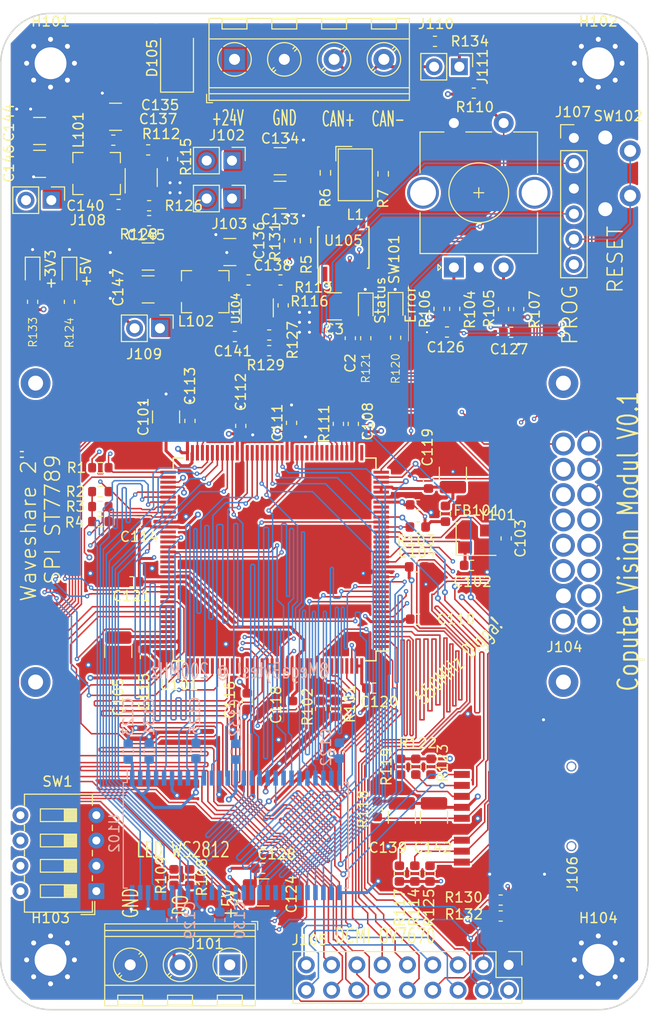
<source format=kicad_pcb>
(kicad_pcb (version 20171130) (host pcbnew 5.1.8-db9833491~87~ubuntu18.04.1)
  (layers (0 F.Cu signal) (1 In1.Cu power) (2 In2.Cu power) (31 B.Cu signal) (34 B.Paste user) (35 F.Paste user) (36 B.SilkS user) (37 F.SilkS user) (38 B.Mask user) (39 F.Mask user) (44 Edge.Cuts user))
  (net 0 "")
  (net 1 GND)
  (net 2 "Net-(C101-Pad1)")
  (net 3 /PH0)
  (net 4 /PH1)
  (net 5 +3V3)
  (net 6 "Net-(C105-Pad1)")
  (net 7 /VREF)
  (net 8 +5V)
  (net 9 /PC7)
  (net 10 /CAM_D0)
  (net 11 +24V)
  (net 12 "Net-(C135-Pad1)")
  (net 13 "Net-(C136-Pad1)")
  (net 14 "Net-(C140-Pad2)")
  (net 15 "Net-(C140-Pad1)")
  (net 16 "Net-(C141-Pad2)")
  (net 17 "Net-(C141-Pad1)")
  (net 18 "Net-(C144-Pad1)")
  (net 19 "Net-(C145-Pad1)")
  (net 20 "Net-(J101-Pad2)")
  (net 21 /DISP_DIN)
  (net 22 /DISP_CLK)
  (net 23 /DISP_CD)
  (net 24 /DISP_DC)
  (net 25 /DISP_RST)
  (net 26 /DISP_BL)
  (net 27 /CAM_SIOD)
  (net 28 /CAM_SIOC)
  (net 29 /CAM_HSYNC)
  (net 30 /CAM_VSYNC)
  (net 31 /CAM_XCLK)
  (net 32 /CAM_PCLK)
  (net 33 /CAM_D6)
  (net 34 /CAM_D7)
  (net 35 /CAM_D4)
  (net 36 /CAM_D5)
  (net 37 /CAM_D2)
  (net 38 /CAM_D3)
  (net 39 /CAM_D1)
  (net 40 /CAM_PWDN)
  (net 41 /CAM_RESET)
  (net 42 /PB15)
  (net 43 /PC1)
  (net 44 /PA0)
  (net 45 /PB14)
  (net 46 /PB3)
  (net 47 /PG12)
  (net 48 /PA1)
  (net 49 /PA14)
  (net 50 /PA13)
  (net 51 /NRST)
  (net 52 /PC13)
  (net 53 /PC14)
  (net 54 "Net-(R101-Pad1)")
  (net 55 "Net-(R104-Pad1)")
  (net 56 "Net-(R105-Pad1)")
  (net 57 /PB0)
  (net 58 /PA2)
  (net 59 /PA5)
  (net 60 "Net-(R112-Pad2)")
  (net 61 "Net-(R113-Pad2)")
  (net 62 "Net-(R126-Pad2)")
  (net 63 "Net-(R127-Pad2)")
  (net 64 /A0)
  (net 65 /A1)
  (net 66 /A2)
  (net 67 /A3)
  (net 68 /A4)
  (net 69 /A5)
  (net 70 /PC0)
  (net 71 /PF11)
  (net 72 /A6)
  (net 73 /A7)
  (net 74 /A8)
  (net 75 /A9)
  (net 76 /A10)
  (net 77 /A11)
  (net 78 /DQ4)
  (net 79 /DQ5)
  (net 80 /DQ6)
  (net 81 /DQ7)
  (net 82 /DQ8)
  (net 83 /DQ9)
  (net 84 /DQ10)
  (net 85 /DQ11)
  (net 86 /DQ12)
  (net 87 /DQ13)
  (net 88 /DQ14)
  (net 89 /DQ15)
  (net 90 /DQ0)
  (net 91 /DQ1)
  (net 92 /BA0)
  (net 93 /BA1)
  (net 94 /PG8)
  (net 95 /DQ2)
  (net 96 /DQ3)
  (net 97 /PG15)
  (net 98 /PB5)
  (net 99 /PB6)
  (net 100 /NBL0)
  (net 101 /NBL1)
  (net 102 "Net-(D101-Pad2)")
  (net 103 "Net-(D102-Pad2)")
  (net 104 "Net-(D103-Pad2)")
  (net 105 "Net-(D104-Pad2)")
  (net 106 /PC6)
  (net 107 /PA7)
  (net 108 /CAN_H)
  (net 109 /CAN_L)
  (net 110 /ADDR0)
  (net 111 /ADDR1)
  (net 112 /ADDR2)
  (net 113 /ADDR3)
  (net 114 /CAN_TX)
  (net 115 /CAN_RX)
  (net 116 "Net-(L1-Pad3)")
  (net 117 "Net-(D105-Pad2)")
  (net 118 "Net-(L1-Pad1)")
  (net 119 "Net-(J111-Pad1)")
  (net 120 "Net-(R131-Pad2)")
  (module Connector_PinHeader_2.54mm:PinHeader_2x09_P2.54mm_Vertical (layer F.Cu) (at 121 145.5 270)
    (fp_text reference J105 (at -2.5 20 180) (layer F.SilkS))
    (fp_text value Conn_02x09_Odd_Even)
    (pad 1 thru_hole rect (at 0 0 270) (size 1.7 1.7) (drill 1) (layers *.Cu *.Mask) (net 1 GND))
    (pad 2 thru_hole oval (at 2.54 0 270) (size 1.7 1.7) (drill 1) (layers *.Cu *.Mask) (net 5 +3V3))
    (pad 3 thru_hole oval (at 0 2.54 270) (size 1.7 1.7) (drill 1) (layers *.Cu *.Mask) (net 27 /CAM_SIOD))
    (pad 4 thru_hole oval (at 2.54 2.54 270) (size 1.7 1.7) (drill 1) (layers *.Cu *.Mask) (net 28 /CAM_SIOC))
    (pad 5 thru_hole oval (at 0 5.08 270) (size 1.7 1.7) (drill 1) (layers *.Cu *.Mask) (net 29 /CAM_HSYNC))
    (pad 6 thru_hole oval (at 2.54 5.08 270) (size 1.7 1.7) (drill 1) (layers *.Cu *.Mask) (net 30 /CAM_VSYNC))
    (pad 7 thru_hole oval (at 0 7.62 270) (size 1.7 1.7) (drill 1) (layers *.Cu *.Mask) (net 31 /CAM_XCLK))
    (pad 8 thru_hole oval (at 2.54 7.62 270) (size 1.7 1.7) (drill 1) (layers *.Cu *.Mask) (net 32 /CAM_PCLK))
    (pad 9 thru_hole oval (at 0 10.16 270) (size 1.7 1.7) (drill 1) (layers *.Cu *.Mask) (net 33 /CAM_D6))
    (pad 10 thru_hole oval (at 2.54 10.16 270) (size 1.7 1.7) (drill 1) (layers *.Cu *.Mask) (net 34 /CAM_D7))
    (pad 11 thru_hole oval (at 0 12.7 270) (size 1.7 1.7) (drill 1) (layers *.Cu *.Mask) (net 35 /CAM_D4))
    (pad 12 thru_hole oval (at 2.54 12.7 270) (size 1.7 1.7) (drill 1) (layers *.Cu *.Mask) (net 36 /CAM_D5))
    (pad 13 thru_hole oval (at 0 15.24 270) (size 1.7 1.7) (drill 1) (layers *.Cu *.Mask) (net 37 /CAM_D2))
    (pad 14 thru_hole oval (at 2.54 15.24 270) (size 1.7 1.7) (drill 1) (layers *.Cu *.Mask) (net 38 /CAM_D3))
    (pad 15 thru_hole oval (at 0 17.78 270) (size 1.7 1.7) (drill 1) (layers *.Cu *.Mask) (net 10 /CAM_D0))
    (pad 16 thru_hole oval (at 2.54 17.78 270) (size 1.7 1.7) (drill 1) (layers *.Cu *.Mask) (net 39 /CAM_D1))
    (pad 17 thru_hole oval (at 0 20.32 270) (size 1.7 1.7) (drill 1) (layers *.Cu *.Mask) (net 40 /CAM_PWDN))
    (pad 18 thru_hole oval (at 2.54 20.32 270) (size 1.7 1.7) (drill 1) (layers *.Cu *.Mask) (net 41 /CAM_RESET))
  )
  (module ProjectFootprints:TactileSwitchLCSC (layer F.Cu) (at 133.2 66.05 90)
    (fp_text reference SW102 (at 5.75 -1.2 180) (layer F.SilkS))
    (fp_text value SW_Push)
    (pad 2 thru_hole circle (at 2.25 0 90) (size 2.1 2.1) (drill 1.2) (layers *.Cu *.Mask) (net 51 /NRST))
    (pad 2 thru_hole circle (at -2.25 0 90) (size 2.1 2.1) (drill 1.2) (layers *.Cu *.Mask) (net 51 /NRST))
    (pad 1 thru_hole circle (at 3.6 -2.5 90) (size 2.1 2.1) (drill 1.4) (layers *.Cu *.Mask) (net 1 GND))
    (pad 1 thru_hole circle (at -3.6 -2.5 90) (size 2.1 2.1) (drill 1.4) (layers *.Cu *.Mask) (net 1 GND))
  )
  (module ProjectFootprints:Empty (layer F.Cu) (at 130 128)
    (fp_text reference U107 hide)
    (fp_text value "IDC Connector 18P")
  )
  (module ProjectFootprints:Empty (layer F.Cu) (at 130 130)
    (fp_text reference U106 hide)
    (fp_text value "IDC Connector 18P")
  )
  (module ProjectFootprints:Empty (layer F.Cu) (at 130 129)
    (fp_text reference J112 hide)
    (fp_text value "IPC 16P")
  )
  (module ProjectFootprints:ST7789_Waveshare (layer F.Cu) (at 126.5 111)
    (fp_text reference J104 (at 0.1 2.6) (layer F.SilkS))
    (fp_text value Conn_01x08_Male)
    (pad 16 thru_hole circle (at 2.54 0) (size 2.3 2.3) (drill 1.5) (layers *.Cu *.Mask))
    (pad 15 thru_hole circle (at 2.54 -2.54) (size 2.3 2.3) (drill 1.5) (layers *.Cu *.Mask))
    (pad 14 thru_hole circle (at 2.54 -5.08) (size 2.3 2.3) (drill 1.5) (layers *.Cu *.Mask))
    (pad 13 thru_hole circle (at 2.54 -7.62) (size 2.3 2.3) (drill 1.5) (layers *.Cu *.Mask))
    (pad 12 thru_hole circle (at 2.54 -10.16) (size 2.3 2.3) (drill 1.5) (layers *.Cu *.Mask))
    (pad 11 thru_hole circle (at 2.54 -12.7) (size 2.3 2.3) (drill 1.5) (layers *.Cu *.Mask) (net 58 /PA2))
    (pad 10 thru_hole circle (at 2.54 -15.24) (size 2.3 2.3) (drill 1.5) (layers *.Cu *.Mask) (net 106 /PC6))
    (pad 9 thru_hole circle (at 2.54 -17.78) (size 2.3 2.3) (drill 1.5) (layers *.Cu *.Mask) (net 9 /PC7))
    (pad "" np_thru_hole circle (at -53 6.11) (size 3 3) (drill 1.5) (layers *.Cu *.Mask))
    (pad "" np_thru_hole circle (at 0 6.11) (size 3 3) (drill 1.5) (layers *.Cu *.Mask))
    (pad "" np_thru_hole circle (at -53 -23.89) (size 3 3) (drill 1.5) (layers *.Cu *.Mask))
    (pad "" np_thru_hole circle (at 0 -23.89) (size 3 3) (drill 1.5) (layers *.Cu *.Mask))
    (pad 8 thru_hole circle (at 0 -17.78) (size 2.3 2.3) (drill 1.5) (layers *.Cu *.Mask) (net 26 /DISP_BL))
    (pad 7 thru_hole circle (at 0 -15.24) (size 2.3 2.3) (drill 1.5) (layers *.Cu *.Mask) (net 25 /DISP_RST))
    (pad 6 thru_hole circle (at 0 -12.7) (size 2.3 2.3) (drill 1.5) (layers *.Cu *.Mask) (net 24 /DISP_DC))
    (pad 5 thru_hole circle (at 0 -10.16) (size 2.3 2.3) (drill 1.5) (layers *.Cu *.Mask) (net 23 /DISP_CD))
    (pad 4 thru_hole circle (at 0 -7.62) (size 2.3 2.3) (drill 1.5) (layers *.Cu *.Mask) (net 22 /DISP_CLK))
    (pad 3 thru_hole circle (at 0 -5.08) (size 2.3 2.3) (drill 1.5) (layers *.Cu *.Mask) (net 21 /DISP_DIN))
    (pad 2 thru_hole circle (at 0 -2.54) (size 2.3 2.3) (drill 1.5) (layers *.Cu *.Mask) (net 1 GND))
    (pad 1 thru_hole circle (at 0 0) (size 2.3 2.3) (drill 1.5) (layers *.Cu *.Mask) (net 5 +3V3))
  )
  (module ProjectFootprints:L_CommonModeChoke_Coilcraft_1812CAN (layer F.Cu) (at 105.6 66.2)
    (fp_text reference L1 (at 0 4) (layer F.SilkS))
    (fp_text value DNP)
    (pad 4 smd roundrect (at 0.865 -1.84) (size 1.15 1) (layers F.Cu F.Paste F.Mask) (roundrect_rratio 0.05) (net 109 /CAN_L))
    (pad 3 smd roundrect (at 0.865 1.84) (size 1.15 1) (layers F.Cu F.Paste F.Mask) (roundrect_rratio 0.05) (net 116 "Net-(L1-Pad3)"))
    (pad 1 smd roundrect (at -0.865 1.84) (size 1.15 1) (layers F.Cu F.Paste F.Mask) (roundrect_rratio 0.05) (net 118 "Net-(L1-Pad1)"))
    (pad 2 smd roundrect (at -0.865 -1.84) (size 1.15 1) (layers F.Cu F.Paste F.Mask) (roundrect_rratio 0.05) (net 108 /CAN_H))
  )
  (module Capacitor_SMD:C_1210_3225Metric (layer F.Cu) (at 86.6 90.5 90)
    (fp_text reference C101 (at 0 -2.28 90) (layer F.SilkS))
    (fp_text value 2.2u)
    (pad 2 smd roundrect (at 1.4 0 90) (size 1.25 2.65) (layers F.Cu F.Paste F.Mask) (roundrect_rratio 0.2) (net 1 GND))
    (pad 1 smd roundrect (at -1.4 0 90) (size 1.25 2.65) (layers F.Cu F.Paste F.Mask) (roundrect_rratio 0.2) (net 2 "Net-(C101-Pad1)"))
  )
  (module Capacitor_SMD:C_0603_1608Metric (layer F.Cu) (at 117.325 105.4)
    (fp_text reference C102 (at 0.05 1.65) (layer F.SilkS))
    (fp_text value 18p)
    (pad 2 smd roundrect (at 0.7875 0) (size 0.875 0.95) (layers F.Cu F.Paste F.Mask) (net 1 GND))
    (pad 1 smd roundrect (at -0.7875 0) (size 0.875 0.95) (layers F.Cu F.Paste F.Mask) (net 3 /PH0))
  )
  (module Capacitor_SMD:C_0603_1608Metric (layer F.Cu) (at 120.75 102.7 270)
    (fp_text reference C103 (at 0 -1.43 270) (layer F.SilkS))
    (fp_text value 18p)
    (pad 1 smd roundrect (at -0.7875 0 270) (size 0.875 0.95) (layers F.Cu F.Paste F.Mask) (net 4 /PH1))
    (pad 2 smd roundrect (at 0.7875 0 270) (size 0.875 0.95) (layers F.Cu F.Paste F.Mask) (net 1 GND))
  )
  (module Capacitor_SMD:C_0603_1608Metric (layer F.Cu) (at 111.8 105.55)
    (fp_text reference C104 (at 0 -1.43) (layer F.SilkS))
    (fp_text value 100n)
    (pad 1 smd roundrect (at -0.7875 0) (size 0.875 0.95) (layers F.Cu F.Paste F.Mask) (net 5 +3V3))
    (pad 2 smd roundrect (at 0.7875 0) (size 0.875 0.95) (layers F.Cu F.Paste F.Mask) (net 1 GND))
  )
  (module Capacitor_SMD:C_1210_3225Metric (layer F.Cu) (at 81.8 114.05 270)
    (fp_text reference C105 (at 4.55 0 270) (layer F.SilkS))
    (fp_text value 2.2u)
    (pad 1 smd roundrect (at -1.4 0 270) (size 1.25 2.65) (layers F.Cu F.Paste F.Mask) (roundrect_rratio 0.2) (net 6 "Net-(C105-Pad1)"))
    (pad 2 smd roundrect (at 1.4 0 270) (size 1.25 2.65) (layers F.Cu F.Paste F.Mask) (roundrect_rratio 0.2) (net 1 GND))
  )
  (module Capacitor_SMD:C_0603_1608Metric (layer F.Cu) (at 111.9 99.325)
    (fp_text reference C106 hide)
    (fp_text value 100n)
    (pad 1 smd roundrect (at -0.7875 0) (size 0.875 0.95) (layers F.Cu F.Paste F.Mask) (net 5 +3V3))
    (pad 2 smd roundrect (at 0.7875 0) (size 0.875 0.95) (layers F.Cu F.Paste F.Mask) (net 1 GND))
  )
  (module Capacitor_SMD:C_0603_1608Metric (layer F.Cu) (at 105.4 91.2 90)
    (fp_text reference C108 (at 0.25 1.45 90) (layer F.SilkS))
    (fp_text value 100n)
    (pad 2 smd roundrect (at 0.7875 0 90) (size 0.875 0.95) (layers F.Cu F.Paste F.Mask) (net 1 GND))
    (pad 1 smd roundrect (at -0.7875 0 90) (size 0.875 0.95) (layers F.Cu F.Paste F.Mask) (net 5 +3V3))
  )
  (module Capacitor_SMD:C_0603_1608Metric (layer F.Cu) (at 111.902 110.8)
    (fp_text reference C110 (at 3.81 0) (layer F.SilkS))
    (fp_text value 100n)
    (pad 1 smd roundrect (at -0.7875 0) (size 0.875 0.95) (layers F.Cu F.Paste F.Mask) (net 5 +3V3))
    (pad 2 smd roundrect (at 0.7875 0) (size 0.875 0.95) (layers F.Cu F.Paste F.Mask) (net 1 GND))
  )
  (module Capacitor_SMD:C_0603_1608Metric (layer F.Cu) (at 99.2 91.1 90)
    (fp_text reference C111 (at 0 -1.43 90) (layer F.SilkS))
    (fp_text value 100n)
    (pad 1 smd roundrect (at -0.7875 0 90) (size 0.875 0.95) (layers F.Cu F.Paste F.Mask) (net 5 +3V3))
    (pad 2 smd roundrect (at 0.7875 0 90) (size 0.875 0.95) (layers F.Cu F.Paste F.Mask) (net 1 GND))
  )
  (module Capacitor_SMD:C_0603_1608Metric (layer F.Cu) (at 94.1 91.4 90)
    (fp_text reference C112 (at 3.4 0 90) (layer F.SilkS))
    (fp_text value 100n)
    (pad 1 smd roundrect (at -0.7875 0 90) (size 0.875 0.95) (layers F.Cu F.Paste F.Mask) (net 5 +3V3))
    (pad 2 smd roundrect (at 0.7875 0 90) (size 0.875 0.95) (layers F.Cu F.Paste F.Mask) (net 1 GND))
  )
  (module Capacitor_SMD:C_0603_1608Metric (layer F.Cu) (at 89 90.9 90)
    (fp_text reference C113 (at 3.5 0 90) (layer F.SilkS))
    (fp_text value 100n)
    (pad 1 smd roundrect (at -0.7875 0 90) (size 0.875 0.95) (layers F.Cu F.Paste F.Mask) (net 5 +3V3))
    (pad 2 smd roundrect (at 0.7875 0 90) (size 0.875 0.95) (layers F.Cu F.Paste F.Mask) (net 1 GND))
  )
  (module Capacitor_SMD:C_0603_1608Metric (layer F.Cu) (at 83.9 101.1 180)
    (fp_text reference C114 (at 0 -1.43 180) (layer F.SilkS))
    (fp_text value 100n)
    (pad 2 smd roundrect (at 0.7875 0 180) (size 0.875 0.95) (layers F.Cu F.Paste F.Mask) (net 1 GND))
    (pad 1 smd roundrect (at -0.7875 0 180) (size 0.875 0.95) (layers F.Cu F.Paste F.Mask) (net 5 +3V3))
  )
  (module Capacitor_SMD:C_0603_1608Metric (layer F.Cu) (at 84.525 114.6 270)
    (fp_text reference C115 (at 3.5 0.125 270) (layer F.SilkS))
    (fp_text value 100n)
    (pad 1 smd roundrect (at -0.7875 0 270) (size 0.875 0.95) (layers F.Cu F.Paste F.Mask) (net 5 +3V3))
    (pad 2 smd roundrect (at 0.7875 0 270) (size 0.875 0.95) (layers F.Cu F.Paste F.Mask) (net 1 GND))
  )
  (module Capacitor_SMD:C_0603_1608Metric (layer F.Cu) (at 94.75 119.025 270)
    (fp_text reference C116 (at -0.125 1.75 270) (layer F.SilkS))
    (fp_text value 100n)
    (pad 1 smd roundrect (at -0.7875 0 270) (size 0.875 0.95) (layers F.Cu F.Paste F.Mask) (net 5 +3V3))
    (pad 2 smd roundrect (at 0.7875 0 270) (size 0.875 0.95) (layers F.Cu F.Paste F.Mask) (net 1 GND))
  )
  (module Capacitor_SMD:C_1210_3225Metric (layer F.Cu) (at 115.4 96.15 90)
    (fp_text reference C117 hide)
    (fp_text value 10u)
    (pad 1 smd roundrect (at -1.4 0 90) (size 1.25 2.65) (layers F.Cu F.Paste F.Mask) (roundrect_rratio 0.2) (net 7 /VREF))
    (pad 2 smd roundrect (at 1.4 0 90) (size 1.25 2.65) (layers F.Cu F.Paste F.Mask) (roundrect_rratio 0.2) (net 1 GND))
  )
  (module Capacitor_SMD:C_0603_1608Metric (layer F.Cu) (at 99.3 119.8 270)
    (fp_text reference C118 (at -0.4 1.65 270) (layer F.SilkS))
    (fp_text value 100n)
    (pad 2 smd roundrect (at 0.7875 0 270) (size 0.875 0.95) (layers F.Cu F.Paste F.Mask) (net 1 GND))
    (pad 1 smd roundrect (at -0.7875 0 270) (size 0.875 0.95) (layers F.Cu F.Paste F.Mask) (net 5 +3V3))
  )
  (module Capacitor_SMD:C_0603_1608Metric (layer F.Cu) (at 112.95 96.9 90)
    (fp_text reference C119 (at 3.35 -0.1 90) (layer F.SilkS))
    (fp_text value 100n)
    (pad 1 smd roundrect (at -0.7875 0 90) (size 0.875 0.95) (layers F.Cu F.Paste F.Mask) (net 7 /VREF))
    (pad 2 smd roundrect (at 0.7875 0 90) (size 0.875 0.95) (layers F.Cu F.Paste F.Mask) (net 1 GND))
  )
  (module Capacitor_SMD:C_0603_1608Metric (layer F.Cu) (at 107.5 117.725)
    (fp_text reference C120 (at 0.5 1.375) (layer F.SilkS))
    (fp_text value 100n)
    (pad 2 smd roundrect (at 0.7875 0) (size 0.875 0.95) (layers F.Cu F.Paste F.Mask) (net 1 GND))
    (pad 1 smd roundrect (at -0.7875 0) (size 0.875 0.95) (layers F.Cu F.Paste F.Mask) (net 5 +3V3))
  )
  (module Capacitor_SMD:C_0603_1608Metric (layer F.Cu) (at 83.125 107.05 180)
    (fp_text reference C121 (at 0 -1.43 180) (layer F.SilkS))
    (fp_text value 100n)
    (pad 1 smd roundrect (at -0.7875 0 180) (size 0.875 0.95) (layers F.Cu F.Paste F.Mask) (net 5 +3V3))
    (pad 2 smd roundrect (at 0.7875 0 180) (size 0.875 0.95) (layers F.Cu F.Paste F.Mask) (net 1 GND))
  )
  (module Capacitor_SMD:C_0603_1608Metric (layer B.Cu) (at 82.8 124.1 90)
    (fp_text reference C123 (at 3.5 0 90) (layer B.SilkS) (effects (justify mirror)))
    (fp_text value 100n)
    (pad 1 smd roundrect (at -0.7875 0 90) (size 0.875 0.95) (layers B.Cu B.Paste B.Mask) (net 5 +3V3))
    (pad 2 smd roundrect (at 0.7875 0 90) (size 0.875 0.95) (layers B.Cu B.Paste B.Mask) (net 1 GND))
  )
  (module Capacitor_SMD:C_0603_1608Metric (layer B.Cu) (at 89.6 124 90)
    (fp_text reference C125 (at 3.5 -0.1 90) (layer B.SilkS) (effects (justify mirror)))
    (fp_text value 100n)
    (pad 2 smd roundrect (at 0.7875 0 90) (size 0.875 0.95) (layers B.Cu B.Paste B.Mask) (net 1 GND))
    (pad 1 smd roundrect (at -0.7875 0 90) (size 0.875 0.95) (layers B.Cu B.Paste B.Mask) (net 5 +3V3))
  )
  (module Capacitor_SMD:C_0603_1608Metric (layer F.Cu) (at 114.809 81.979)
    (fp_text reference C126 (at -0.125 1.525) (layer F.SilkS))
    (fp_text value 100n)
    (pad 2 smd roundrect (at 0.7875 0) (size 0.875 0.95) (layers F.Cu F.Paste F.Mask) (net 9 /PC7))
    (pad 1 smd roundrect (at -0.7875 0) (size 0.875 0.95) (layers F.Cu F.Paste F.Mask) (net 1 GND))
  )
  (module Capacitor_SMD:C_0603_1608Metric (layer F.Cu) (at 121.259 82.004)
    (fp_text reference C127 (at -0.225 1.7) (layer F.SilkS))
    (fp_text value 100n)
    (pad 1 smd roundrect (at -0.7875 0) (size 0.875 0.95) (layers F.Cu F.Paste F.Mask) (net 106 /PC6))
    (pad 2 smd roundrect (at 0.7875 0) (size 0.875 0.95) (layers F.Cu F.Paste F.Mask) (net 1 GND))
  )
  (module Capacitor_SMD:C_0603_1608Metric (layer F.Cu) (at 96.352 135.803)
    (fp_text reference C128 (at 1.348 -1.403) (layer F.SilkS))
    (fp_text value 100n)
    (pad 2 smd roundrect (at 0.7875 0) (size 0.875 0.95) (layers F.Cu F.Paste F.Mask) (net 1 GND))
    (pad 1 smd roundrect (at -0.7875 0) (size 0.875 0.95) (layers F.Cu F.Paste F.Mask) (net 8 +5V))
  )
  (module Capacitor_SMD:C_0603_1608Metric (layer B.Cu) (at 87.2 141.012499 270)
    (fp_text reference C129 (at -0.012499 -1.8 270) (layer B.SilkS) (effects (justify mirror)))
    (fp_text value 100n)
    (pad 2 smd roundrect (at 0.787501 0 270) (size 0.875 0.95) (layers B.Cu B.Paste B.Mask) (net 1 GND))
    (pad 1 smd roundrect (at -0.787501 0 270) (size 0.875 0.95) (layers B.Cu B.Paste B.Mask) (net 5 +3V3))
  )
  (module Capacitor_SMD:C_0603_1608Metric (layer B.Cu) (at 92 141 270)
    (fp_text reference C130 (at 0 -2 270) (layer B.SilkS) (effects (justify mirror)))
    (fp_text value 100n)
    (pad 1 smd roundrect (at -0.787501 0 270) (size 0.875 0.95) (layers B.Cu B.Paste B.Mask) (net 5 +3V3))
    (pad 2 smd roundrect (at 0.787501 0 270) (size 0.875 0.95) (layers B.Cu B.Paste B.Mask) (net 1 GND))
  )
  (module Capacitor_SMD:C_0603_1608Metric (layer B.Cu) (at 84.9 124.1 90)
    (fp_text reference C131 (at 3.5 0 90) (layer B.SilkS) (effects (justify mirror)))
    (fp_text value 100n)
    (pad 2 smd roundrect (at 0.7875 0 90) (size 0.875 0.95) (layers B.Cu B.Paste B.Mask) (net 1 GND))
    (pad 1 smd roundrect (at -0.7875 0 90) (size 0.875 0.95) (layers B.Cu B.Paste B.Mask) (net 5 +3V3))
  )
  (module Capacitor_SMD:C_0603_1608Metric (layer B.Cu) (at 93.6 124.1 90)
    (fp_text reference C132 (at 3.4 -0.1 90) (layer B.SilkS) (effects (justify mirror)))
    (fp_text value 100n)
    (pad 1 smd roundrect (at -0.7875 0 90) (size 0.875 0.95) (layers B.Cu B.Paste B.Mask) (net 5 +3V3))
    (pad 2 smd roundrect (at 0.7875 0 90) (size 0.875 0.95) (layers B.Cu B.Paste B.Mask) (net 1 GND))
  )
  (module Capacitor_SMD:C_0603_1608Metric (layer F.Cu) (at 81.303 62.722 180)
    (fp_text reference C137 (at -4.497 2.122 180) (layer F.SilkS))
    (fp_text value 100n)
    (pad 2 smd roundrect (at 0.7875 0 180) (size 0.875 0.95) (layers F.Cu F.Paste F.Mask) (net 1 GND))
    (pad 1 smd roundrect (at -0.7875 0 180) (size 0.875 0.95) (layers F.Cu F.Paste F.Mask) (net 12 "Net-(C135-Pad1)"))
  )
  (module Capacitor_SMD:C_0603_1608Metric (layer F.Cu) (at 94.882 76.753 180)
    (fp_text reference C138 (at -2.418 1.453 180) (layer F.SilkS))
    (fp_text value 100n)
    (pad 2 smd roundrect (at 0.7875 0 180) (size 0.875 0.95) (layers F.Cu F.Paste F.Mask) (net 1 GND))
    (pad 1 smd roundrect (at -0.7875 0 180) (size 0.875 0.95) (layers F.Cu F.Paste F.Mask) (net 13 "Net-(C136-Pad1)"))
  )
  (module Capacitor_SMD:C_0603_1608Metric (layer F.Cu) (at 81.828 69.172)
    (fp_text reference C140 (at -3.328 0.128) (layer F.SilkS))
    (fp_text value 100n)
    (pad 2 smd roundrect (at 0.7875 0) (size 0.875 0.95) (layers F.Cu F.Paste F.Mask) (net 14 "Net-(C140-Pad2)"))
    (pad 1 smd roundrect (at -0.7875 0) (size 0.875 0.95) (layers F.Cu F.Paste F.Mask) (net 15 "Net-(C140-Pad1)"))
  )
  (module Capacitor_SMD:C_0603_1608Metric (layer F.Cu) (at 93.507 82.428)
    (fp_text reference C141 (at -0.207 1.472) (layer F.SilkS))
    (fp_text value 100n)
    (pad 2 smd roundrect (at 0.7875 0) (size 0.875 0.95) (layers F.Cu F.Paste F.Mask) (net 16 "Net-(C141-Pad2)"))
    (pad 1 smd roundrect (at -0.7875 0) (size 0.875 0.95) (layers F.Cu F.Paste F.Mask) (net 17 "Net-(C141-Pad1)"))
  )
  (module Inductor_SMD:L_0603_1608Metric (layer F.Cu) (at 114.65 100.225 270)
    (fp_text reference FB101 (at -0.325 -3.15) (layer F.SilkS))
    (fp_text value 70R)
    (pad 1 smd roundrect (at -0.7875 0 270) (size 0.875 0.95) (layers F.Cu F.Paste F.Mask) (net 7 /VREF))
    (pad 2 smd roundrect (at 0.7875 0 270) (size 0.875 0.95) (layers F.Cu F.Paste F.Mask) (net 5 +3V3))
  )
  (module TerminalBlock_RND:TerminalBlock_RND_205-00046_1x03_P5.00mm_Horizontal (layer F.Cu) (at 93 145.5 180)
    (fp_text reference J101 (at 2.4 2.1 180) (layer F.SilkS))
    (fp_text value Screw_Terminal_01x03)
    (pad 1 thru_hole rect (at 0 0 180) (size 2.1 2.1) (drill 1.1) (layers *.Cu *.Mask) (net 8 +5V))
    (pad 2 thru_hole circle (at 5 0 180) (size 2.1 2.1) (drill 1.1) (layers *.Cu *.Mask) (net 20 "Net-(J101-Pad2)"))
    (pad 3 thru_hole circle (at 10 0 180) (size 2.1 2.1) (drill 1.1) (layers *.Cu *.Mask) (net 1 GND))
  )
  (module Connector_PinHeader_2.54mm:PinHeader_1x02_P2.54mm_Vertical (layer F.Cu) (at 93.218 64.77 270)
    (fp_text reference J102 (at -2.54 0.508) (layer F.SilkS))
    (fp_text value Conn_02x01)
    (pad 2 thru_hole oval (at 0 2.54 270) (size 1.7 1.7) (drill 1) (layers *.Cu *.Mask) (net 12 "Net-(C135-Pad1)"))
    (pad 1 thru_hole rect (at 0 0 270) (size 1.7 1.7) (drill 1) (layers *.Cu *.Mask) (net 11 +24V))
  )
  (module Connector_PinHeader_2.54mm:PinHeader_1x02_P2.54mm_Vertical (layer F.Cu) (at 93.218 68.58 270)
    (fp_text reference J103 (at 2.54 0.254) (layer F.SilkS))
    (fp_text value Conn_02x01)
    (pad 1 thru_hole rect (at 0 0 270) (size 1.7 1.7) (drill 1) (layers *.Cu *.Mask) (net 11 +24V))
    (pad 2 thru_hole oval (at 0 2.54 270) (size 1.7 1.7) (drill 1) (layers *.Cu *.Mask) (net 13 "Net-(C136-Pad1)"))
  )
  (module ProjectFootprints:TF-115-BCP9 (layer F.Cu) (at 126.902365 136.389133 90)
    (fp_text reference J106 (at 0 0.5 90) (layer F.SilkS))
    (fp_text value Micro_SD_Card_Det)
    (pad 10 smd rect (at 0 0 90) (size 1.2 2.2) (layers F.Cu F.Paste F.Mask) (net 1 GND))
    (pad 10 smd rect (at 15.5 0 90) (size 1.2 2.2) (layers F.Cu F.Paste F.Mask) (net 1 GND))
    (pad 10 smd rect (at 0 -9.6 90) (size 1.2 1.5) (layers F.Cu F.Paste F.Mask) (net 1 GND))
    (pad 8 smd rect (at 2.3 -10.6 90) (size 0.7 1.6) (layers F.Cu F.Paste F.Mask) (net 42 /PB15))
    (pad 6 smd rect (at 4.5 -10.6 90) (size 0.7 1.6) (layers F.Cu F.Paste F.Mask) (net 1 GND))
    (pad 5 smd rect (at 5.6 -10.6 90) (size 0.7 1.6) (layers F.Cu F.Paste F.Mask) (net 43 /PC1))
    (pad 4 smd rect (at 6.7 -10.6 90) (size 0.7 1.6) (layers F.Cu F.Paste F.Mask) (net 5 +3V3))
    (pad 3 smd rect (at 7.8 -10.6 90) (size 0.7 1.6) (layers F.Cu F.Paste F.Mask) (net 44 /PA0))
    (pad 7 smd rect (at 3.4 -10.6 90) (size 0.7 1.6) (layers F.Cu F.Paste F.Mask) (net 45 /PB14))
    (pad 1 smd rect (at 10 -10.6 90) (size 0.7 1.6) (layers F.Cu F.Paste F.Mask) (net 46 /PB3))
    (pad 2 smd rect (at 8.9 -10.6 90) (size 0.7 1.6) (layers F.Cu F.Paste F.Mask) (net 47 /PG12))
    (pad 10 smd rect (at 14.6 -9.6 90) (size 1.6 1.5) (layers F.Cu F.Paste F.Mask) (net 1 GND))
    (pad 9 smd rect (at 1.2 -10.6 90) (size 0.7 1.6) (layers F.Cu F.Paste F.Mask) (net 48 /PA1))
    (pad "" np_thru_hole circle (at 2.8 0.4 90) (size 1 1) (drill 0.762) (layers *.Cu *.Mask))
    (pad "" np_thru_hole circle (at 10.8 0.4 90) (size 1 1) (drill 0.762) (layers *.Cu *.Mask))
  )
  (module Connector_PinHeader_2.54mm:PinHeader_1x06_P2.54mm_Vertical (layer F.Cu) (at 127.55 62.5)
    (fp_text reference J107 (at -0.1 -2.6) (layer F.SilkS))
    (fp_text value Conn_01x06_Male)
    (pad 1 thru_hole rect (at 0 0) (size 1.7 1.7) (drill 1) (layers *.Cu *.Mask) (net 1 GND))
    (pad 2 thru_hole oval (at 0 2.54) (size 1.7 1.7) (drill 1) (layers *.Cu *.Mask) (net 49 /PA14))
    (pad 3 thru_hole oval (at 0 5.08) (size 1.7 1.7) (drill 1) (layers *.Cu *.Mask) (net 1 GND))
    (pad 4 thru_hole oval (at 0 7.62) (size 1.7 1.7) (drill 1) (layers *.Cu *.Mask) (net 50 /PA13))
    (pad 5 thru_hole oval (at 0 10.16) (size 1.7 1.7) (drill 1) (layers *.Cu *.Mask) (net 51 /NRST))
    (pad 6 thru_hole oval (at 0 12.7) (size 1.7 1.7) (drill 1) (layers *.Cu *.Mask))
  )
  (module Connector_PinHeader_2.54mm:PinHeader_1x02_P2.54mm_Vertical (layer F.Cu) (at 75.078 68.747 270)
    (fp_text reference J108 (at 2.003 -3.672) (layer F.SilkS))
    (fp_text value Conn_02x01)
    (pad 1 thru_hole rect (at 0 0 270) (size 1.7 1.7) (drill 1) (layers *.Cu *.Mask) (net 18 "Net-(C144-Pad1)"))
    (pad 2 thru_hole oval (at 0 2.54 270) (size 1.7 1.7) (drill 1) (layers *.Cu *.Mask) (net 5 +3V3))
  )
  (module Connector_PinHeader_2.54mm:PinHeader_1x02_P2.54mm_Vertical (layer F.Cu) (at 85.982 81.603 270)
    (fp_text reference J109 (at 2.597 1.582) (layer F.SilkS))
    (fp_text value Conn_02x01)
    (pad 2 thru_hole oval (at 0 2.54 270) (size 1.7 1.7) (drill 1) (layers *.Cu *.Mask) (net 8 +5V))
    (pad 1 thru_hole rect (at 0 0 270) (size 1.7 1.7) (drill 1) (layers *.Cu *.Mask) (net 19 "Net-(C145-Pad1)"))
  )
  (module TerminalBlock_RND:TerminalBlock_RND_205-00047_1x04_P5.00mm_Horizontal (layer F.Cu) (at 93.472 54.61)
    (fp_text reference J110 (at 20.228 -3.56) (layer F.SilkS))
    (fp_text value Screw_Terminal_01x04)
    (pad 1 thru_hole rect (at 0 0) (size 2.1 2.1) (drill 1.1) (layers *.Cu *.Mask) (net 117 "Net-(D105-Pad2)"))
    (pad 2 thru_hole circle (at 5 0) (size 2.1 2.1) (drill 1.1) (layers *.Cu *.Mask) (net 1 GND))
    (pad 3 thru_hole circle (at 10 0) (size 2.1 2.1) (drill 1.1) (layers *.Cu *.Mask) (net 108 /CAN_H))
    (pad 4 thru_hole circle (at 15 0) (size 2.1 2.1) (drill 1.1) (layers *.Cu *.Mask) (net 109 /CAN_L))
  )
  (module Inductor_SMD:L_Bourns-SRN4018 (layer F.Cu) (at 79.628 66.072 180)
    (fp_text reference L101 (at 1.828 4.372 270) (layer F.SilkS))
    (fp_text value "12u  SRN4018")
    (pad 1 smd rect (at -1.525 0 180) (size 1.5 3.6) (layers F.Cu F.Paste F.Mask) (net 15 "Net-(C140-Pad1)"))
    (pad 2 smd rect (at 1.525 0 180) (size 1.5 3.6) (layers F.Cu F.Paste F.Mask) (net 18 "Net-(C144-Pad1)"))
  )
  (module Inductor_SMD:L_Bourns-SRN4018 (layer F.Cu) (at 90.532 77.928 180)
    (fp_text reference L102 (at 0.932 -2.972 180) (layer F.SilkS))
    (fp_text value "12u  SRN4018")
    (pad 2 smd rect (at 1.525 0 180) (size 1.5 3.6) (layers F.Cu F.Paste F.Mask) (net 19 "Net-(C145-Pad1)"))
    (pad 1 smd rect (at -1.525 0 180) (size 1.5 3.6) (layers F.Cu F.Paste F.Mask) (net 17 "Net-(C141-Pad1)"))
  )
  (module Resistor_SMD:R_0603_1608Metric (layer F.Cu) (at 103.625 119.8 270)
    (fp_text reference R101 (at -0.5 -1.43 270) (layer F.SilkS))
    (fp_text value DNP)
    (pad 1 smd roundrect (at -0.7875 0 270) (size 0.875 0.95) (layers F.Cu F.Paste F.Mask) (net 54 "Net-(R101-Pad1)"))
    (pad 2 smd roundrect (at 0.7875 0 270) (size 0.875 0.95) (layers F.Cu F.Paste F.Mask) (net 5 +3V3))
  )
  (module Resistor_SMD:R_0603_1608Metric (layer F.Cu) (at 102.125 119.8 270)
    (fp_text reference R102 (at -0.2 1.325 270) (layer F.SilkS))
    (fp_text value 10K)
    (pad 2 smd roundrect (at 0.7875 0 270) (size 0.875 0.95) (layers F.Cu F.Paste F.Mask) (net 1 GND))
    (pad 1 smd roundrect (at -0.7875 0 270) (size 0.875 0.95) (layers F.Cu F.Paste F.Mask) (net 54 "Net-(R101-Pad1)"))
  )
  (module Resistor_SMD:R_0603_1608Metric (layer F.Cu) (at 111.875 101.55)
    (fp_text reference R103 (at -0.175 1.35) (layer F.SilkS))
    (fp_text value 10K)
    (pad 2 smd roundrect (at 0.7875 0) (size 0.875 0.95) (layers F.Cu F.Paste F.Mask) (net 5 +3V3))
    (pad 1 smd roundrect (at -0.7875 0) (size 0.875 0.95) (layers F.Cu F.Paste F.Mask) (net 51 /NRST))
  )
  (module Resistor_SMD:R_0603_1608Metric (layer F.Cu) (at 115.584 79.654 270)
    (fp_text reference R104 (at 0.075 -1.525 270) (layer F.SilkS))
    (fp_text value 10K)
    (pad 2 smd roundrect (at 0.7875 0 270) (size 0.875 0.95) (layers F.Cu F.Paste F.Mask) (net 9 /PC7))
    (pad 1 smd roundrect (at -0.7875 0 270) (size 0.875 0.95) (layers F.Cu F.Paste F.Mask) (net 55 "Net-(R104-Pad1)"))
  )
  (module Resistor_SMD:R_0603_1608Metric (layer F.Cu) (at 120.484 79.679 270)
    (fp_text reference R105 (at -0.05 1.45 270) (layer F.SilkS))
    (fp_text value 10K)
    (pad 2 smd roundrect (at 0.7875 0 270) (size 0.875 0.95) (layers F.Cu F.Paste F.Mask) (net 106 /PC6))
    (pad 1 smd roundrect (at -0.7875 0 270) (size 0.875 0.95) (layers F.Cu F.Paste F.Mask) (net 56 "Net-(R105-Pad1)"))
  )
  (module Resistor_SMD:R_0603_1608Metric (layer F.Cu) (at 114.009 79.654 90)
    (fp_text reference R106 (at 0 -1.43 90) (layer F.SilkS))
    (fp_text value 1K)
    (pad 1 smd roundrect (at -0.7875 0 90) (size 0.875 0.95) (layers F.Cu F.Paste F.Mask) (net 5 +3V3))
    (pad 2 smd roundrect (at 0.7875 0 90) (size 0.875 0.95) (layers F.Cu F.Paste F.Mask) (net 55 "Net-(R104-Pad1)"))
  )
  (module Resistor_SMD:R_0603_1608Metric (layer F.Cu) (at 122.009 79.679 90)
    (fp_text reference R107 (at -0.05 1.6 90) (layer F.SilkS))
    (fp_text value 1K)
    (pad 2 smd roundrect (at 0.7875 0 90) (size 0.875 0.95) (layers F.Cu F.Paste F.Mask) (net 56 "Net-(R105-Pad1)"))
    (pad 1 smd roundrect (at -0.7875 0 90) (size 0.875 0.95) (layers F.Cu F.Paste F.Mask) (net 5 +3V3))
  )
  (module Resistor_SMD:R_0603_1608Metric (layer F.Cu) (at 88.974 136.703 270)
    (fp_text reference R108 (at -0.003 -1.226 270) (layer F.SilkS))
    (fp_text value 1K)
    (pad 2 smd roundrect (at 0.7875 0 270) (size 0.875 0.95) (layers F.Cu F.Paste F.Mask) (net 20 "Net-(J101-Pad2)"))
    (pad 1 smd roundrect (at -0.7875 0 270) (size 0.875 0.95) (layers F.Cu F.Paste F.Mask) (net 57 /PB0))
  )
  (module Resistor_SMD:R_0603_1608Metric (layer F.Cu) (at 87.4 136.7 270)
    (fp_text reference R109 (at -0.2 1.3 270) (layer F.SilkS))
    (fp_text value 1K)
    (pad 1 smd roundrect (at -0.7875 0 270) (size 0.875 0.95) (layers F.Cu F.Paste F.Mask) (net 107 /PA7))
    (pad 2 smd roundrect (at 0.7875 0 270) (size 0.875 0.95) (layers F.Cu F.Paste F.Mask) (net 20 "Net-(J101-Pad2)"))
  )
  (module Resistor_SMD:R_0603_1608Metric (layer F.Cu) (at 117.5 58)
    (fp_text reference R110 (at 0.1 1.4) (layer F.SilkS))
    (fp_text value 1K)
    (pad 2 smd roundrect (at 0.7875 0) (size 0.875 0.95) (layers F.Cu F.Paste F.Mask) (net 58 /PA2))
    (pad 1 smd roundrect (at -0.7875 0) (size 0.875 0.95) (layers F.Cu F.Paste F.Mask) (net 5 +3V3))
  )
  (module Resistor_SMD:R_0603_1608Metric (layer F.Cu) (at 103.9 91.2 90)
    (fp_text reference R111 (at 0 -1.43 90) (layer F.SilkS))
    (fp_text value 1K)
    (pad 1 smd roundrect (at -0.7875 0 90) (size 0.875 0.95) (layers F.Cu F.Paste F.Mask) (net 59 /PA5))
    (pad 2 smd roundrect (at 0.7875 0 90) (size 0.875 0.95) (layers F.Cu F.Paste F.Mask) (net 26 /DISP_BL))
  )
  (module Resistor_SMD:R_0603_1608Metric (layer F.Cu) (at 113.102365 136.339133 90)
    (fp_text reference R125 (at -3.425 -0.1 90) (layer F.SilkS))
    (fp_text value 10K)
    (pad 1 smd roundrect (at -0.7875 0 90) (size 0.875 0.95) (layers F.Cu F.Paste F.Mask) (net 5 +3V3))
    (pad 2 smd roundrect (at 0.7875 0 90) (size 0.875 0.95) (layers F.Cu F.Paste F.Mask) (net 48 /PA1))
  )
  (module Resistor_SMD:R_0603_1608Metric (layer F.Cu) (at 120.2 139 180)
    (fp_text reference R130 (at 3.727 0.272 180) (layer F.SilkS))
    (fp_text value 1K)
    (pad 1 smd roundrect (at -0.7875 0 180) (size 0.875 0.95) (layers F.Cu F.Paste F.Mask) (net 5 +3V3))
    (pad 2 smd roundrect (at 0.7875 0 180) (size 0.875 0.95) (layers F.Cu F.Paste F.Mask) (net 27 /CAM_SIOD))
  )
  (module Resistor_SMD:R_0603_1608Metric (layer F.Cu) (at 99 72.8 90)
    (fp_text reference R131 (at -0.1 -1.45 90) (layer F.SilkS))
    (fp_text value 10K)
    (pad 2 smd roundrect (at 0.7875 0 90) (size 0.875 0.95) (layers F.Cu F.Paste F.Mask) (net 120 "Net-(R131-Pad2)"))
    (pad 1 smd roundrect (at -0.7875 0 90) (size 0.875 0.95) (layers F.Cu F.Paste F.Mask) (net 5 +3V3))
  )
  (module Resistor_SMD:R_0603_1608Metric (layer F.Cu) (at 120.2 140.6 180)
    (fp_text reference R132 (at 3.702 0.172 180) (layer F.SilkS))
    (fp_text value 1K)
    (pad 1 smd roundrect (at -0.7875 0 180) (size 0.875 0.95) (layers F.Cu F.Paste F.Mask) (net 5 +3V3))
    (pad 2 smd roundrect (at 0.7875 0 180) (size 0.875 0.95) (layers F.Cu F.Paste F.Mask) (net 28 /CAM_SIOC))
  )
  (module Rotary_Encoder:RotaryEncoder_Alps_EC11E-Switch_Vertical_H20mm_CircularMountingHoles (layer F.Cu) (at 115.5 75.5 90)
    (fp_text reference SW101 (at 0.8 -6 90) (layer F.SilkS))
    (fp_text value Rotary_Encoder_Switch)
    (pad S1 thru_hole circle (at 14.5 5 90) (size 2 2) (drill 1) (layers *.Cu *.Mask) (net 58 /PA2))
    (pad S2 thru_hole circle (at 14.5 0 90) (size 2 2) (drill 1) (layers *.Cu *.Mask) (net 1 GND))
    (pad MP thru_hole circle (at 7.5 8.1 90) (size 3.2 3.2) (drill 2.6) (layers *.Cu *.Mask))
    (pad MP thru_hole circle (at 7.5 -3.1 90) (size 3.2 3.2) (drill 2.6) (layers *.Cu *.Mask))
    (pad B thru_hole circle (at 0 5 90) (size 2 2) (drill 1) (layers *.Cu *.Mask) (net 56 "Net-(R105-Pad1)"))
    (pad C thru_hole circle (at 0 2.5 90) (size 2 2) (drill 1) (layers *.Cu *.Mask) (net 1 GND))
    (pad A thru_hole rect (at 0 0 90) (size 2 2) (drill 1) (layers *.Cu *.Mask) (net 55 "Net-(R104-Pad1)"))
  )
  (module Package_QFP:LQFP-144_20x20mm_P0.5mm (layer F.Cu) (at 97.5 104.8 180)
    (fp_text reference U101 (at 9.6 -12.6 180) (layer F.SilkS))
    (fp_text value STM32H730ZB)
    (pad 1 smd rect (at -10.7 -8.75 180) (size 1.55 0.3) (layers F.Cu F.Paste F.Mask) (net 40 /CAM_PWDN))
    (pad 2 smd rect (at -10.7 -8.25 180) (size 1.55 0.3) (layers F.Cu F.Paste F.Mask) (net 41 /CAM_RESET))
    (pad 3 smd rect (at -10.7 -7.75 180) (size 1.55 0.3) (layers F.Cu F.Paste F.Mask) (net 35 /CAM_D4))
    (pad 4 smd rect (at -10.7 -7.25 180) (size 1.55 0.3) (layers F.Cu F.Paste F.Mask) (net 33 /CAM_D6))
    (pad 5 smd rect (at -10.7 -6.75 180) (size 1.55 0.3) (layers F.Cu F.Paste F.Mask) (net 34 /CAM_D7))
    (pad 6 smd rect (at -10.7 -6.25 180) (size 1.55 0.3) (layers F.Cu F.Paste F.Mask) (net 5 +3V3))
    (pad 7 smd rect (at -10.7 -5.75 180) (size 1.55 0.3) (layers F.Cu F.Paste F.Mask) (net 52 /PC13))
    (pad 8 smd rect (at -10.7 -5.25 180) (size 1.55 0.3) (layers F.Cu F.Paste F.Mask) (net 53 /PC14))
    (pad 9 smd rect (at -10.7 -4.75 180) (size 1.55 0.3) (layers F.Cu F.Paste F.Mask))
    (pad 10 smd rect (at -10.7 -4.25 180) (size 1.55 0.3) (layers F.Cu F.Paste F.Mask) (net 64 /A0))
    (pad 11 smd rect (at -10.7 -3.75 180) (size 1.55 0.3) (layers F.Cu F.Paste F.Mask) (net 65 /A1))
    (pad 12 smd rect (at -10.7 -3.25 180) (size 1.55 0.3) (layers F.Cu F.Paste F.Mask) (net 66 /A2))
    (pad 13 smd rect (at -10.7 -2.75 180) (size 1.55 0.3) (layers F.Cu F.Paste F.Mask) (net 67 /A3))
    (pad 14 smd rect (at -10.7 -2.25 180) (size 1.55 0.3) (layers F.Cu F.Paste F.Mask) (net 68 /A4))
    (pad 15 smd rect (at -10.7 -1.75 180) (size 1.55 0.3) (layers F.Cu F.Paste F.Mask) (net 69 /A5))
    (pad 16 smd rect (at -10.7 -1.25 180) (size 1.55 0.3) (layers F.Cu F.Paste F.Mask) (net 1 GND))
    (pad 17 smd rect (at -10.7 -0.75 180) (size 1.55 0.3) (layers F.Cu F.Paste F.Mask) (net 5 +3V3))
    (pad 18 smd rect (at -10.7 -0.25 180) (size 1.55 0.3) (layers F.Cu F.Paste F.Mask) (net 115 /CAN_RX))
    (pad 19 smd rect (at -10.7 0.25 180) (size 1.55 0.3) (layers F.Cu F.Paste F.Mask) (net 114 /CAN_TX))
    (pad 20 smd rect (at -10.7 0.75 180) (size 1.55 0.3) (layers F.Cu F.Paste F.Mask))
    (pad 21 smd rect (at -10.7 1.25 180) (size 1.55 0.3) (layers F.Cu F.Paste F.Mask))
    (pad 22 smd rect (at -10.7 1.75 180) (size 1.55 0.3) (layers F.Cu F.Paste F.Mask))
    (pad 23 smd rect (at -10.7 2.25 180) (size 1.55 0.3) (layers F.Cu F.Paste F.Mask) (net 3 /PH0))
    (pad 24 smd rect (at -10.7 2.75 180) (size 1.55 0.3) (layers F.Cu F.Paste F.Mask) (net 4 /PH1))
    (pad 25 smd rect (at -10.7 3.25 180) (size 1.55 0.3) (layers F.Cu F.Paste F.Mask) (net 51 /NRST))
    (pad 26 smd rect (at -10.7 3.75 180) (size 1.55 0.3) (layers F.Cu F.Paste F.Mask) (net 70 /PC0))
    (pad 27 smd rect (at -10.7 4.25 180) (size 1.55 0.3) (layers F.Cu F.Paste F.Mask) (net 43 /PC1))
    (pad 28 smd rect (at -10.7 4.75 180) (size 1.55 0.3) (layers F.Cu F.Paste F.Mask))
    (pad 29 smd rect (at -10.7 5.25 180) (size 1.55 0.3) (layers F.Cu F.Paste F.Mask))
    (pad 30 smd rect (at -10.7 5.75 180) (size 1.55 0.3) (layers F.Cu F.Paste F.Mask) (net 5 +3V3))
    (pad 31 smd rect (at -10.7 6.25 180) (size 1.55 0.3) (layers F.Cu F.Paste F.Mask) (net 1 GND))
    (pad 32 smd rect (at -10.7 6.75 180) (size 1.55 0.3) (layers F.Cu F.Paste F.Mask) (net 7 /VREF))
    (pad 33 smd rect (at -10.7 7.25 180) (size 1.55 0.3) (layers F.Cu F.Paste F.Mask) (net 7 /VREF))
    (pad 34 smd rect (at -10.7 7.75 180) (size 1.55 0.3) (layers F.Cu F.Paste F.Mask) (net 44 /PA0))
    (pad 35 smd rect (at -10.7 8.25 180) (size 1.55 0.3) (layers F.Cu F.Paste F.Mask) (net 48 /PA1))
    (pad 36 smd rect (at -10.7 8.75 180) (size 1.55 0.3) (layers F.Cu F.Paste F.Mask) (net 58 /PA2))
    (pad 37 smd rect (at -8.75 10.7 270) (size 1.55 0.3) (layers F.Cu F.Paste F.Mask))
    (pad 38 smd rect (at -8.25 10.7 270) (size 1.55 0.3) (layers F.Cu F.Paste F.Mask) (net 1 GND))
    (pad 39 smd rect (at -7.75 10.7 270) (size 1.55 0.3) (layers F.Cu F.Paste F.Mask) (net 5 +3V3))
    (pad 40 smd rect (at -7.25 10.7 270) (size 1.55 0.3) (layers F.Cu F.Paste F.Mask) (net 29 /CAM_HSYNC))
    (pad 41 smd rect (at -6.75 10.7 270) (size 1.55 0.3) (layers F.Cu F.Paste F.Mask) (net 59 /PA5))
    (pad 42 smd rect (at -6.25 10.7 270) (size 1.55 0.3) (layers F.Cu F.Paste F.Mask) (net 32 /CAM_PCLK))
    (pad 43 smd rect (at -5.75 10.7 270) (size 1.55 0.3) (layers F.Cu F.Paste F.Mask) (net 107 /PA7))
    (pad 44 smd rect (at -5.25 10.7 270) (size 1.55 0.3) (layers F.Cu F.Paste F.Mask))
    (pad 45 smd rect (at -4.75 10.7 270) (size 1.55 0.3) (layers F.Cu F.Paste F.Mask))
    (pad 46 smd rect (at -4.25 10.7 270) (size 1.55 0.3) (layers F.Cu F.Paste F.Mask) (net 57 /PB0))
    (pad 47 smd rect (at -3.75 10.7 270) (size 1.55 0.3) (layers F.Cu F.Paste F.Mask))
    (pad 48 smd rect (at -3.25 10.7 270) (size 1.55 0.3) (layers F.Cu F.Paste F.Mask))
    (pad 49 smd rect (at -2.75 10.7 270) (size 1.55 0.3) (layers F.Cu F.Paste F.Mask) (net 71 /PF11))
    (pad 50 smd rect (at -2.25 10.7 270) (size 1.55 0.3) (layers F.Cu F.Paste F.Mask) (net 72 /A6))
    (pad 51 smd rect (at -1.75 10.7 270) (size 1.55 0.3) (layers F.Cu F.Paste F.Mask) (net 1 GND))
    (pad 52 smd rect (at -1.25 10.7 270) (size 1.55 0.3) (layers F.Cu F.Paste F.Mask) (net 5 +3V3))
    (pad 53 smd rect (at -0.75 10.7 270) (size 1.55 0.3) (layers F.Cu F.Paste F.Mask) (net 73 /A7))
    (pad 54 smd rect (at -0.25 10.7 270) (size 1.55 0.3) (layers F.Cu F.Paste F.Mask) (net 74 /A8))
    (pad 55 smd rect (at 0.25 10.7 270) (size 1.55 0.3) (layers F.Cu F.Paste F.Mask) (net 75 /A9))
    (pad 56 smd rect (at 0.75 10.7 270) (size 1.55 0.3) (layers F.Cu F.Paste F.Mask) (net 76 /A10))
    (pad 57 smd rect (at 1.25 10.7 270) (size 1.55 0.3) (layers F.Cu F.Paste F.Mask) (net 77 /A11))
    (pad 58 smd rect (at 1.75 10.7 270) (size 1.55 0.3) (layers F.Cu F.Paste F.Mask) (net 78 /DQ4))
    (pad 59 smd rect (at 2.25 10.7 270) (size 1.55 0.3) (layers F.Cu F.Paste F.Mask) (net 79 /DQ5))
    (pad 60 smd rect (at 2.75 10.7 270) (size 1.55 0.3) (layers F.Cu F.Paste F.Mask) (net 80 /DQ6))
    (pad 61 smd rect (at 3.25 10.7 270) (size 1.55 0.3) (layers F.Cu F.Paste F.Mask) (net 1 GND))
    (pad 62 smd rect (at 3.75 10.7 270) (size 1.55 0.3) (layers F.Cu F.Paste F.Mask) (net 5 +3V3))
    (pad 63 smd rect (at 4.25 10.7 270) (size 1.55 0.3) (layers F.Cu F.Paste F.Mask) (net 81 /DQ7))
    (pad 64 smd rect (at 4.75 10.7 270) (size 1.55 0.3) (layers F.Cu F.Paste F.Mask) (net 82 /DQ8))
    (pad 65 smd rect (at 5.25 10.7 270) (size 1.55 0.3) (layers F.Cu F.Paste F.Mask) (net 83 /DQ9))
    (pad 66 smd rect (at 5.75 10.7 270) (size 1.55 0.3) (layers F.Cu F.Paste F.Mask) (net 84 /DQ10))
    (pad 67 smd rect (at 6.25 10.7 270) (size 1.55 0.3) (layers F.Cu F.Paste F.Mask) (net 85 /DQ11))
    (pad 68 smd rect (at 6.75 10.7 270) (size 1.55 0.3) (layers F.Cu F.Paste F.Mask) (net 86 /DQ12))
    (pad 69 smd rect (at 7.25 10.7 270) (size 1.55 0.3) (layers F.Cu F.Paste F.Mask) (net 28 /CAM_SIOC))
    (pad 70 smd rect (at 7.75 10.7 270) (size 1.55 0.3) (layers F.Cu F.Paste F.Mask) (net 27 /CAM_SIOD))
    (pad 71 smd rect (at 8.25 10.7 270) (size 1.55 0.3) (layers F.Cu F.Paste F.Mask) (net 2 "Net-(C101-Pad1)"))
    (pad 72 smd rect (at 8.75 10.7 270) (size 1.55 0.3) (layers F.Cu F.Paste F.Mask) (net 5 +3V3))
    (pad 73 smd rect (at 10.7 8.75 180) (size 1.55 0.3) (layers F.Cu F.Paste F.Mask) (net 110 /ADDR0))
    (pad 74 smd rect (at 10.7 8.25 180) (size 1.55 0.3) (layers F.Cu F.Paste F.Mask) (net 37 /CAM_D2))
    (pad 75 smd rect (at 10.7 7.75 180) (size 1.55 0.3) (layers F.Cu F.Paste F.Mask) (net 45 /PB14))
    (pad 76 smd rect (at 10.7 7.25 180) (size 1.55 0.3) (layers F.Cu F.Paste F.Mask) (net 42 /PB15))
    (pad 77 smd rect (at 10.7 6.75 180) (size 1.55 0.3) (layers F.Cu F.Paste F.Mask) (net 87 /DQ13))
    (pad 78 smd rect (at 10.7 6.25 180) (size 1.55 0.3) (layers F.Cu F.Paste F.Mask) (net 88 /DQ14))
    (pad 79 smd rect (at 10.7 5.75 180) (size 1.55 0.3) (layers F.Cu F.Paste F.Mask) (net 89 /DQ15))
    (pad 80 smd rect (at 10.7 5.25 180) (size 1.55 0.3) (layers F.Cu F.Paste F.Mask) (net 111 /ADDR1))
    (pad 81 smd rect (at 10.7 4.75 180) (size 1.55 0.3) (layers F.Cu F.Paste F.Mask) (net 112 /ADDR2))
    (pad 82 smd rect (at 10.7 4.25 180) (size 1.55 0.3) (layers F.Cu F.Paste F.Mask) (net 113 /ADDR3))
    (pad 83 smd rect (at 10.7 3.75 180) (size 1.55 0.3) (layers F.Cu F.Paste F.Mask) (net 1 GND))
    (pad 84 smd rect (at 10.7 3.25 180) (size 1.55 0.3) (layers F.Cu F.Paste F.Mask) (net 5 +3V3))
    (pad 85 smd rect (at 10.7 2.75 180) (size 1.55 0.3) (layers F.Cu F.Paste F.Mask) (net 90 /DQ0))
    (pad 86 smd rect (at 10.7 2.25 180) (size 1.55 0.3) (layers F.Cu F.Paste F.Mask) (net 91 /DQ1))
    (pad 87 smd rect (at 10.7 1.75 180) (size 1.55 0.3) (layers F.Cu F.Paste F.Mask))
    (pad 88 smd rect (at 10.7 1.25 180) (size 1.55 0.3) (layers F.Cu F.Paste F.Mask))
    (pad 89 smd rect (at 10.7 0.75 180) (size 1.55 0.3) (layers F.Cu F.Paste F.Mask) (net 92 /BA0))
    (pad 90 smd rect (at 10.7 0.25 180) (size 1.55 0.3) (layers F.Cu F.Paste F.Mask) (net 93 /BA1))
    (pad 91 smd rect (at 10.7 -0.25 180) (size 1.55 0.3) (layers F.Cu F.Paste F.Mask))
    (pad 92 smd rect (at 10.7 -0.75 180) (size 1.55 0.3) (layers F.Cu F.Paste F.Mask))
    (pad 93 smd rect (at 10.7 -1.25 180) (size 1.55 0.3) (layers F.Cu F.Paste F.Mask) (net 94 /PG8))
    (pad 94 smd rect (at 10.7 -1.75 180) (size 1.55 0.3) (layers F.Cu F.Paste F.Mask) (net 1 GND))
    (pad 95 smd rect (at 10.7 -2.25 180) (size 1.55 0.3) (layers F.Cu F.Paste F.Mask) (net 5 +3V3))
    (pad 96 smd rect (at 10.7 -2.75 180) (size 1.55 0.3) (layers F.Cu F.Paste F.Mask) (net 106 /PC6))
    (pad 97 smd rect (at 10.7 -3.25 180) (size 1.55 0.3) (layers F.Cu F.Paste F.Mask) (net 9 /PC7))
    (pad 98 smd rect (at 10.7 -3.75 180) (size 1.55 0.3) (layers F.Cu F.Paste F.Mask))
    (pad 99 smd rect (at 10.7 -4.25 180) (size 1.55 0.3) (layers F.Cu F.Paste F.Mask) (net 38 /CAM_D3))
    (pad 100 smd rect (at 10.7 -4.75 180) (size 1.55 0.3) (layers F.Cu F.Paste F.Mask) (net 31 /CAM_XCLK))
    (pad 101 smd rect (at 10.7 -5.25 180) (size 1.55 0.3) (layers F.Cu F.Paste F.Mask) (net 10 /CAM_D0))
    (pad 102 smd rect (at 10.7 -5.75 180) (size 1.55 0.3) (layers F.Cu F.Paste F.Mask) (net 39 /CAM_D1))
    (pad 103 smd rect (at 10.7 -6.25 180) (size 1.55 0.3) (layers F.Cu F.Paste F.Mask))
    (pad 104 smd rect (at 10.7 -6.75 180) (size 1.55 0.3) (layers F.Cu F.Paste F.Mask))
    (pad 105 smd rect (at 10.7 -7.25 180) (size 1.55 0.3) (layers F.Cu F.Paste F.Mask) (net 50 /PA13))
    (pad 106 smd rect (at 10.7 -7.75 180) (size 1.55 0.3) (layers F.Cu F.Paste F.Mask) (net 6 "Net-(C105-Pad1)"))
    (pad 107 smd rect (at 10.7 -8.25 180) (size 1.55 0.3) (layers F.Cu F.Paste F.Mask) (net 1 GND))
    (pad 108 smd rect (at 10.7 -8.75 180) (size 1.55 0.3) (layers F.Cu F.Paste F.Mask) (net 5 +3V3))
    (pad 109 smd rect (at 8.75 -10.7 270) (size 1.55 0.3) (layers F.Cu F.Paste F.Mask) (net 49 /PA14))
    (pad 110 smd rect (at 8.25 -10.7 270) (size 1.55 0.3) (layers F.Cu F.Paste F.Mask))
    (pad 111 smd rect (at 7.75 -10.7 270) (size 1.55 0.3) (layers F.Cu F.Paste F.Mask))
    (pad 112 smd rect (at 7.25 -10.7 270) (size 1.55 0.3) (layers F.Cu F.Paste F.Mask))
    (pad 113 smd rect (at 6.75 -10.7 270) (size 1.55 0.3) (layers F.Cu F.Paste F.Mask))
    (pad 114 smd rect (at 6.25 -10.7 270) (size 1.55 0.3) (layers F.Cu F.Paste F.Mask) (net 95 /DQ2))
    (pad 115 smd rect (at 5.75 -10.7 270) (size 1.55 0.3) (layers F.Cu F.Paste F.Mask) (net 96 /DQ3))
    (pad 116 smd rect (at 5.25 -10.7 270) (size 1.55 0.3) (layers F.Cu F.Paste F.Mask))
    (pad 117 smd rect (at 4.75 -10.7 270) (size 1.55 0.3) (layers F.Cu F.Paste F.Mask) (net 36 /CAM_D5))
    (pad 118 smd rect (at 4.25 -10.7 270) (size 1.55 0.3) (layers F.Cu F.Paste F.Mask))
    (pad 119 smd rect (at 3.75 -10.7 270) (size 1.55 0.3) (layers F.Cu F.Paste F.Mask))
    (pad 120 smd rect (at 3.25 -10.7 270) (size 1.55 0.3) (layers F.Cu F.Paste F.Mask) (net 1 GND))
    (pad 121 smd rect (at 2.75 -10.7 270) (size 1.55 0.3) (layers F.Cu F.Paste F.Mask) (net 5 +3V3))
    (pad 122 smd rect (at 2.25 -10.7 270) (size 1.55 0.3) (layers F.Cu F.Paste F.Mask))
    (pad 123 smd rect (at 1.75 -10.7 270) (size 1.55 0.3) (layers F.Cu F.Paste F.Mask) (net 21 /DISP_DIN))
    (pad 124 smd rect (at 1.25 -10.7 270) (size 1.55 0.3) (layers F.Cu F.Paste F.Mask) (net 30 /CAM_VSYNC))
    (pad 125 smd rect (at 0.75 -10.7 270) (size 1.55 0.3) (layers F.Cu F.Paste F.Mask) (net 25 /DISP_RST))
    (pad 126 smd rect (at 0.25 -10.7 270) (size 1.55 0.3) (layers F.Cu F.Paste F.Mask) (net 22 /DISP_CLK))
    (pad 127 smd rect (at -0.25 -10.7 270) (size 1.55 0.3) (layers F.Cu F.Paste F.Mask) (net 47 /PG12))
    (pad 128 smd rect (at -0.75 -10.7 270) (size 1.55 0.3) (layers F.Cu F.Paste F.Mask) (net 24 /DISP_DC))
    (pad 129 smd rect (at -1.25 -10.7 270) (size 1.55 0.3) (layers F.Cu F.Paste F.Mask) (net 23 /DISP_CD))
    (pad 130 smd rect (at -1.75 -10.7 270) (size 1.55 0.3) (layers F.Cu F.Paste F.Mask) (net 1 GND))
    (pad 131 smd rect (at -2.25 -10.7 270) (size 1.55 0.3) (layers F.Cu F.Paste F.Mask) (net 5 +3V3))
    (pad 132 smd rect (at -2.75 -10.7 270) (size 1.55 0.3) (layers F.Cu F.Paste F.Mask) (net 97 /PG15))
    (pad 133 smd rect (at -3.25 -10.7 270) (size 1.55 0.3) (layers F.Cu F.Paste F.Mask) (net 46 /PB3))
    (pad 134 smd rect (at -3.75 -10.7 270) (size 1.55 0.3) (layers F.Cu F.Paste F.Mask))
    (pad 135 smd rect (at -4.25 -10.7 270) (size 1.55 0.3) (layers F.Cu F.Paste F.Mask) (net 98 /PB5))
    (pad 136 smd rect (at -4.75 -10.7 270) (size 1.55 0.3) (layers F.Cu F.Paste F.Mask) (net 99 /PB6))
    (pad 137 smd rect (at -5.25 -10.7 270) (size 1.55 0.3) (layers F.Cu F.Paste F.Mask))
    (pad 138 smd rect (at -5.75 -10.7 270) (size 1.55 0.3) (layers F.Cu F.Paste F.Mask) (net 54 "Net-(R101-Pad1)"))
    (pad 139 smd rect (at -6.25 -10.7 270) (size 1.55 0.3) (layers F.Cu F.Paste F.Mask))
    (pad 140 smd rect (at -6.75 -10.7 270) (size 1.55 0.3) (layers F.Cu F.Paste F.Mask))
    (pad 141 smd rect (at -7.25 -10.7 270) (size 1.55 0.3) (layers F.Cu F.Paste F.Mask) (net 100 /NBL0))
    (pad 142 smd rect (at -7.75 -10.7 270) (size 1.55 0.3) (layers F.Cu F.Paste F.Mask) (net 101 /NBL1))
    (pad 143 smd rect (at -8.25 -10.7 270) (size 1.55 0.3) (layers F.Cu F.Paste F.Mask) (net 5 +3V3))
    (pad 144 smd rect (at -8.75 -10.7 270) (size 1.55 0.3) (layers F.Cu F.Paste F.Mask) (net 5 +3V3))
  )
  (module Package_SO:TSOP-II-54_22.2x10.16mm_P0.8mm (layer B.Cu) (at 93.6 132.5 270)
    (fp_text reference U102 (at -0.2 12.2 270) (layer B.SilkS) (effects (justify mirror)))
    (fp_text value W9864G6KH)
    (pad 1 smd rect (at -5.75 10.400001 270) (size 1.51 0.458) (layers B.Cu B.Paste B.Mask) (net 5 +3V3))
    (pad 2 smd rect (at -5.75 9.6 270) (size 1.51 0.458) (layers B.Cu B.Paste B.Mask) (net 90 /DQ0))
    (pad 3 smd rect (at -5.75 8.8 270) (size 1.51 0.458) (layers B.Cu B.Paste B.Mask) (net 5 +3V3))
    (pad 4 smd rect (at -5.75 8 270) (size 1.51 0.458) (layers B.Cu B.Paste B.Mask) (net 91 /DQ1))
    (pad 5 smd rect (at -5.75 7.2 270) (size 1.51 0.458) (layers B.Cu B.Paste B.Mask) (net 95 /DQ2))
    (pad 6 smd rect (at -5.75 6.399999 270) (size 1.51 0.458) (layers B.Cu B.Paste B.Mask) (net 1 GND))
    (pad 7 smd rect (at -5.75 5.6 270) (size 1.51 0.458) (layers B.Cu B.Paste B.Mask) (net 96 /DQ3))
    (pad 8 smd rect (at -5.75 4.800001 270) (size 1.51 0.458) (layers B.Cu B.Paste B.Mask) (net 78 /DQ4))
    (pad 9 smd rect (at -5.75 4 270) (size 1.51 0.458) (layers B.Cu B.Paste B.Mask) (net 5 +3V3))
    (pad 10 smd rect (at -5.75 3.2 270) (size 1.51 0.458) (layers B.Cu B.Paste B.Mask) (net 79 /DQ5))
    (pad 11 smd rect (at -5.75 2.4 270) (size 1.51 0.458) (layers B.Cu B.Paste B.Mask) (net 80 /DQ6))
    (pad 12 smd rect (at -5.75 1.6 270) (size 1.51 0.458) (layers B.Cu B.Paste B.Mask) (net 1 GND))
    (pad 13 smd rect (at -5.75 0.799999 270) (size 1.51 0.458) (layers B.Cu B.Paste B.Mask) (net 81 /DQ7))
    (pad 14 smd rect (at -5.75 0 270) (size 1.51 0.458) (layers B.Cu B.Paste B.Mask) (net 5 +3V3))
    (pad 15 smd rect (at -5.75 -0.799999 270) (size 1.51 0.458) (layers B.Cu B.Paste B.Mask) (net 100 /NBL0))
    (pad 16 smd rect (at -5.75 -1.6 270) (size 1.51 0.458) (layers B.Cu B.Paste B.Mask) (net 70 /PC0))
    (pad 17 smd rect (at -5.75 -2.4 270) (size 1.51 0.458) (layers B.Cu B.Paste B.Mask) (net 97 /PG15))
    (pad 18 smd rect (at -5.75 -3.2 270) (size 1.51 0.458) (layers B.Cu B.Paste B.Mask) (net 71 /PF11))
    (pad 19 smd rect (at -5.75 -4 270) (size 1.51 0.458) (layers B.Cu B.Paste B.Mask) (net 99 /PB6))
    (pad 20 smd rect (at -5.75 -4.800001 270) (size 1.51 0.458) (layers B.Cu B.Paste B.Mask) (net 92 /BA0))
    (pad 21 smd rect (at -5.75 -5.6 270) (size 1.51 0.458) (layers B.Cu B.Paste B.Mask) (net 93 /BA1))
    (pad 22 smd rect (at -5.75 -6.399999 270) (size 1.51 0.458) (layers B.Cu B.Paste B.Mask) (net 76 /A10))
    (pad 23 smd rect (at -5.75 -7.2 270) (size 1.51 0.458) (layers B.Cu B.Paste B.Mask) (net 64 /A0))
    (pad 24 smd rect (at -5.75 -8 270) (size 1.51 0.458) (layers B.Cu B.Paste B.Mask) (net 65 /A1))
    (pad 25 smd rect (at -5.75 -8.8 270) (size 1.51 0.458) (layers B.Cu B.Paste B.Mask) (net 66 /A2))
    (pad 26 smd rect (at -5.75 -9.6 270) (size 1.51 0.458) (layers B.Cu B.Paste B.Mask) (net 67 /A3))
    (pad 27 smd rect (at -5.75 -10.400001 270) (size 1.51 0.458) (layers B.Cu B.Paste B.Mask) (net 5 +3V3))
    (pad 28 smd rect (at 5.75 -10.400001 270) (size 1.51 0.458) (layers B.Cu B.Paste B.Mask) (net 1 GND))
    (pad 29 smd rect (at 5.75 -9.6 270) (size 1.51 0.458) (layers B.Cu B.Paste B.Mask) (net 68 /A4))
    (pad 30 smd rect (at 5.75 -8.8 270) (size 1.51 0.458) (layers B.Cu B.Paste B.Mask) (net 69 /A5))
    (pad 31 smd rect (at 5.75 -8 270) (size 1.51 0.458) (layers B.Cu B.Paste B.Mask) (net 72 /A6))
    (pad 32 smd rect (at 5.75 -7.2 270) (size 1.51 0.458) (layers B.Cu B.Paste B.Mask) (net 73 /A7))
    (pad 33 smd rect (at 5.75 -6.399999 270) (size 1.51 0.458) (layers B.Cu B.Paste B.Mask) (net 74 /A8))
    (pad 34 smd rect (at 5.75 -5.6 270) (size 1.51 0.458) (layers B.Cu B.Paste B.Mask) (net 75 /A9))
    (pad 35 smd rect (at 5.75 -4.800001 270) (size 1.51 0.458) (layers B.Cu B.Paste B.Mask) (net 77 /A11))
    (pad 36 smd rect (at 5.75 -4 270) (size 1.51 0.458) (layers B.Cu B.Paste B.Mask))
    (pad 37 smd rect (at 5.75 -3.2 270) (size 1.51 0.458) (layers B.Cu B.Paste B.Mask) (net 98 /PB5))
    (pad 38 smd rect (at 5.75 -2.4 270) (size 1.51 0.458) (layers B.Cu B.Paste B.Mask) (net 94 /PG8))
    (pad 39 smd rect (at 5.75 -1.6 270) (size 1.51 0.458) (layers B.Cu B.Paste B.Mask) (net 101 /NBL1))
    (pad 40 smd rect (at 5.75 -0.799999 270) (size 1.51 0.458) (layers B.Cu B.Paste B.Mask))
    (pad 41 smd rect (at 5.75 0 270) (size 1.51 0.458) (layers B.Cu B.Paste B.Mask) (net 1 GND))
    (pad 42 smd rect (at 5.75 0.799999 270) (size 1.51 0.458) (layers B.Cu B.Paste B.Mask) (net 82 /DQ8))
    (pad 43 smd rect (at 5.75 1.6 270) (size 1.51 0.458) (layers B.Cu B.Paste B.Mask) (net 5 +3V3))
    (pad 44 smd rect (at 5.75 2.4 270) (size 1.51 0.458) (layers B.Cu B.Paste B.Mask) (net 83 /DQ9))
    (pad 45 smd rect (at 5.75 3.2 270) (size 1.51 0.458) (layers B.Cu B.Paste B.Mask) (net 84 /DQ10))
    (pad 46 smd rect (at 5.75 4 270) (size 1.51 0.458) (layers B.Cu B.Paste B.Mask) (net 1 GND))
    (pad 47 smd rect (at 5.75 4.800001 270) (size 1.51 0.458) (layers B.Cu B.Paste B.Mask) (net 85 /DQ11))
    (pad 48 smd rect (at 5.75 5.6 270) (size 1.51 0.458) (layers B.Cu B.Paste B.Mask) (net 86 /DQ12))
    (pad 49 smd rect (at 5.75 6.399999 270) (size 1.51 0.458) (layers B.Cu B.Paste B.Mask) (net 5 +3V3))
    (pad 50 smd rect (at 5.75 7.2 270) (size 1.51 0.458) (layers B.Cu B.Paste B.Mask) (net 87 /DQ13))
    (pad 51 smd rect (at 5.75 8 270) (size 1.51 0.458) (layers B.Cu B.Paste B.Mask) (net 88 /DQ14))
    (pad 52 smd rect (at 5.75 8.8 270) (size 1.51 0.458) (layers B.Cu B.Paste B.Mask) (net 1 GND))
    (pad 53 smd rect (at 5.75 9.6 270) (size 1.51 0.458) (layers B.Cu B.Paste B.Mask) (net 89 /DQ15))
    (pad 54 smd rect (at 5.75 10.400001 270) (size 1.51 0.458) (layers B.Cu B.Paste B.Mask) (net 1 GND))
  )
  (module Package_TO_SOT_SMD:SOT-23-6 (layer F.Cu) (at 84.103 66.472 90)
    (fp_text reference U103 hide)
    (fp_text value TPS560430)
    (pad 1 smd rect (at -1.1 -0.95 90) (size 1.06 0.65) (layers F.Cu F.Paste F.Mask) (net 14 "Net-(C140-Pad2)"))
    (pad 2 smd rect (at -1.1 0 90) (size 1.06 0.65) (layers F.Cu F.Paste F.Mask) (net 1 GND))
    (pad 3 smd rect (at -1.1 0.95 90) (size 1.06 0.65) (layers F.Cu F.Paste F.Mask) (net 62 "Net-(R126-Pad2)"))
    (pad 4 smd rect (at 1.1 0.95 90) (size 1.06 0.65) (layers F.Cu F.Paste F.Mask) (net 60 "Net-(R112-Pad2)"))
    (pad 6 smd rect (at 1.1 -0.95 90) (size 1.06 0.65) (layers F.Cu F.Paste F.Mask) (net 15 "Net-(C140-Pad1)"))
    (pad 5 smd rect (at 1.1 0 90) (size 1.06 0.65) (layers F.Cu F.Paste F.Mask) (net 12 "Net-(C135-Pad1)"))
  )
  (module Package_TO_SOT_SMD:SOT-23-6 (layer F.Cu) (at 95.757 79.553 90)
    (fp_text reference U104 (at -0.047 -2.157 90) (layer F.SilkS) (effects (font (size 0.8 0.8))))
    (fp_text value TPS560430)
    (pad 5 smd rect (at 1.1 0 90) (size 1.06 0.65) (layers F.Cu F.Paste F.Mask) (net 13 "Net-(C136-Pad1)"))
    (pad 6 smd rect (at 1.1 -0.95 90) (size 1.06 0.65) (layers F.Cu F.Paste F.Mask) (net 17 "Net-(C141-Pad1)"))
    (pad 4 smd rect (at 1.1 0.95 90) (size 1.06 0.65) (layers F.Cu F.Paste F.Mask) (net 61 "Net-(R113-Pad2)"))
    (pad 3 smd rect (at -1.1 0.95 90) (size 1.06 0.65) (layers F.Cu F.Paste F.Mask) (net 63 "Net-(R127-Pad2)"))
    (pad 2 smd rect (at -1.1 0 90) (size 1.06 0.65) (layers F.Cu F.Paste F.Mask) (net 1 GND))
    (pad 1 smd rect (at -1.1 -0.95 90) (size 1.06 0.65) (layers F.Cu F.Paste F.Mask) (net 16 "Net-(C141-Pad2)"))
  )
  (module Crystal:Crystal_SMD_3225-4Pin_3.2x2.5mm (layer F.Cu) (at 117.725 102.75)
    (fp_text reference Y101 (at 2.15 -2.4) (layer F.SilkS))
    (fp_text value 48MHz)
    (pad 1 smd rect (at -1.1 0.85) (size 1.4 1.2) (layers F.Cu F.Paste F.Mask) (net 3 /PH0))
    (pad 2 smd rect (at 1.1 0.85) (size 1.4 1.2) (layers F.Cu F.Paste F.Mask) (net 1 GND))
    (pad 3 smd rect (at 1.1 -0.85) (size 1.4 1.2) (layers F.Cu F.Paste F.Mask) (net 4 /PH1))
    (pad 4 smd rect (at -1.1 -0.85) (size 1.4 1.2) (layers F.Cu F.Paste F.Mask) (net 1 GND))
  )
  (module Capacitor_SMD:C_1210_3225Metric (layer F.Cu) (at 96.327 138.228)
    (fp_text reference C124 (at 2.873 0.172 90) (layer F.SilkS))
    (fp_text value 10u)
    (pad 1 smd roundrect (at -1.4 0) (size 1.25 2.65) (layers F.Cu F.Paste F.Mask) (roundrect_rratio 0.2) (net 8 +5V))
    (pad 2 smd roundrect (at 1.4 0) (size 1.25 2.65) (layers F.Cu F.Paste F.Mask) (roundrect_rratio 0.2) (net 1 GND))
  )
  (module Capacitor_SMD:C_1210_3225Metric (layer F.Cu) (at 98.038558 68.205054)
    (fp_text reference C133 (at 0 2.462) (layer F.SilkS))
    (fp_text value 10u)
    (pad 1 smd roundrect (at -1.4 0) (size 1.25 2.65) (layers F.Cu F.Paste F.Mask) (roundrect_rratio 0.2) (net 11 +24V))
    (pad 2 smd roundrect (at 1.4 0) (size 1.25 2.65) (layers F.Cu F.Paste F.Mask) (roundrect_rratio 0.2) (net 1 GND))
  )
  (module Capacitor_SMD:C_1210_3225Metric (layer F.Cu) (at 98.052558 64.833054)
    (fp_text reference C134 (at 0 -2.28) (layer F.SilkS))
    (fp_text value 10u)
    (pad 2 smd roundrect (at 1.4 0) (size 1.25 2.65) (layers F.Cu F.Paste F.Mask) (roundrect_rratio 0.2) (net 1 GND))
    (pad 1 smd roundrect (at -1.4 0) (size 1.25 2.65) (layers F.Cu F.Paste F.Mask) (roundrect_rratio 0.2) (net 11 +24V))
  )
  (module Capacitor_SMD:C_1210_3225Metric (layer F.Cu) (at 81.528 60.372 180)
    (fp_text reference C135 (at -4.472 1.172 180) (layer F.SilkS))
    (fp_text value 10u)
    (pad 1 smd roundrect (at -1.4 0 180) (size 1.25 2.65) (layers F.Cu F.Paste F.Mask) (roundrect_rratio 0.2) (net 12 "Net-(C135-Pad1)"))
    (pad 2 smd roundrect (at 1.4 0 180) (size 1.25 2.65) (layers F.Cu F.Paste F.Mask) (roundrect_rratio 0.2) (net 1 GND))
  )
  (module Capacitor_SMD:C_1210_3225Metric (layer F.Cu) (at 93.007 73.953 180)
    (fp_text reference C136 (at -2.943 1.153 270) (layer F.SilkS))
    (fp_text value 10u)
    (pad 2 smd roundrect (at 1.4 0 180) (size 1.25 2.65) (layers F.Cu F.Paste F.Mask) (roundrect_rratio 0.2) (net 1 GND))
    (pad 1 smd roundrect (at -1.4 0 180) (size 1.25 2.65) (layers F.Cu F.Paste F.Mask) (roundrect_rratio 0.2) (net 13 "Net-(C136-Pad1)"))
  )
  (module Capacitor_SMD:C_1210_3225Metric (layer F.Cu) (at 110.277365 130.689133 270)
    (fp_text reference C139 (at 3.05 1.4) (layer F.SilkS))
    (fp_text value 10u)
    (pad 2 smd roundrect (at 1.4 0 270) (size 1.25 2.65) (layers F.Cu F.Paste F.Mask) (roundrect_rratio 0.2) (net 1 GND))
    (pad 1 smd roundrect (at -1.4 0 270) (size 1.25 2.65) (layers F.Cu F.Paste F.Mask) (roundrect_rratio 0.2) (net 5 +3V3))
  )
  (module Capacitor_SMD:C_1210_3225Metric (layer F.Cu) (at 113.502365 130.689133 270)
    (fp_text reference C142 (at 3.05 0.125) (layer F.SilkS))
    (fp_text value 10u)
    (pad 1 smd roundrect (at -1.4 0 270) (size 1.25 2.65) (layers F.Cu F.Paste F.Mask) (roundrect_rratio 0.2) (net 5 +3V3))
    (pad 2 smd roundrect (at 1.4 0 270) (size 1.25 2.65) (layers F.Cu F.Paste F.Mask) (roundrect_rratio 0.2) (net 1 GND))
  )
  (module Capacitor_SMD:C_1210_3225Metric (layer F.Cu) (at 73.9 61.8 180)
    (fp_text reference C144 (at 3.088071 0.810888 270) (layer F.SilkS))
    (fp_text value 10u)
    (pad 2 smd roundrect (at 1.4 0 180) (size 1.25 2.65) (layers F.Cu F.Paste F.Mask) (roundrect_rratio 0.2) (net 1 GND))
    (pad 1 smd roundrect (at -1.4 0 180) (size 1.25 2.65) (layers F.Cu F.Paste F.Mask) (roundrect_rratio 0.2) (net 18 "Net-(C144-Pad1)"))
  )
  (module Capacitor_SMD:C_1210_3225Metric (layer F.Cu) (at 84.8 74.4 180)
    (fp_text reference C145 (at 0.207 2.15 180) (layer F.SilkS))
    (fp_text value 10u)
    (pad 1 smd roundrect (at -1.4 0 180) (size 1.25 2.65) (layers F.Cu F.Paste F.Mask) (roundrect_rratio 0.2) (net 19 "Net-(C145-Pad1)"))
    (pad 2 smd roundrect (at 1.4 0 180) (size 1.25 2.65) (layers F.Cu F.Paste F.Mask) (roundrect_rratio 0.2) (net 1 GND))
  )
  (module Capacitor_SMD:C_1210_3225Metric (layer F.Cu) (at 73.9 65.1 180)
    (fp_text reference C146 (at 3.088071 0.035888 270) (layer F.SilkS))
    (fp_text value 10u)
    (pad 1 smd roundrect (at -1.4 0 180) (size 1.25 2.65) (layers F.Cu F.Paste F.Mask) (roundrect_rratio 0.2) (net 18 "Net-(C144-Pad1)"))
    (pad 2 smd roundrect (at 1.4 0 180) (size 1.25 2.65) (layers F.Cu F.Paste F.Mask) (roundrect_rratio 0.2) (net 1 GND))
  )
  (module Capacitor_SMD:C_1210_3225Metric (layer F.Cu) (at 84.8 77.7 180)
    (fp_text reference C147 (at 3.007 0.2 270) (layer F.SilkS))
    (fp_text value 10u)
    (pad 2 smd roundrect (at 1.4 0 180) (size 1.25 2.65) (layers F.Cu F.Paste F.Mask) (roundrect_rratio 0.2) (net 1 GND))
    (pad 1 smd roundrect (at -1.4 0 180) (size 1.25 2.65) (layers F.Cu F.Paste F.Mask) (roundrect_rratio 0.2) (net 19 "Net-(C145-Pad1)"))
  )
  (module Capacitor_SMD:C_0603_1608Metric (layer B.Cu) (at 104 124 90)
    (fp_text reference C122 (at 0.353553 -1.343503 90) (layer B.SilkS) (effects (justify mirror)))
    (fp_text value 100n)
    (pad 1 smd roundrect (at -0.7875 0 90) (size 0.875 0.95) (layers B.Cu B.Paste B.Mask) (net 5 +3V3))
    (pad 2 smd roundrect (at 0.7875 0 90) (size 0.875 0.95) (layers B.Cu B.Paste B.Mask) (net 1 GND))
  )
  (module Resistor_SMD:R_0603_1608Metric (layer F.Cu) (at 84.803 63.697)
    (fp_text reference R112 (at 1.297 -1.597) (layer F.SilkS))
    (fp_text value 51K)
    (pad 1 smd roundrect (at -0.7875 0) (size 0.875 0.95) (layers F.Cu F.Paste F.Mask) (net 12 "Net-(C135-Pad1)"))
    (pad 2 smd roundrect (at 0.7875 0) (size 0.875 0.95) (layers F.Cu F.Paste F.Mask) (net 60 "Net-(R112-Pad2)"))
  )
  (module Resistor_SMD:R_0603_1608Metric (layer F.Cu) (at 98.082 76.753)
    (fp_text reference R113 (at 3.318 0.747) (layer F.SilkS))
    (fp_text value 51K)
    (pad 2 smd roundrect (at 0.7875 0) (size 0.875 0.95) (layers F.Cu F.Paste F.Mask) (net 61 "Net-(R113-Pad2)"))
    (pad 1 smd roundrect (at -0.7875 0) (size 0.875 0.95) (layers F.Cu F.Paste F.Mask) (net 13 "Net-(C136-Pad1)"))
  )
  (module Resistor_SMD:R_0603_1608Metric (layer F.Cu) (at 111.577365 136.339133 270)
    (fp_text reference R114 (at 3.4 0.075 270) (layer F.SilkS))
    (fp_text value 22K1)
    (pad 1 smd roundrect (at -0.7875 0 270) (size 0.875 0.95) (layers F.Cu F.Paste F.Mask) (net 42 /PB15))
    (pad 2 smd roundrect (at 0.7875 0 270) (size 0.875 0.95) (layers F.Cu F.Paste F.Mask) (net 5 +3V3))
  )
  (module Resistor_SMD:R_0603_1608Metric (layer F.Cu) (at 87.253 64.622 90)
    (fp_text reference R115 (at 0.222 1.347 90) (layer F.SilkS))
    (fp_text value 51K)
    (pad 2 smd roundrect (at 0.7875 0 90) (size 0.875 0.95) (layers F.Cu F.Paste F.Mask) (net 60 "Net-(R112-Pad2)"))
    (pad 1 smd roundrect (at -0.7875 0 90) (size 0.875 0.95) (layers F.Cu F.Paste F.Mask) (net 1 GND))
  )
  (module Resistor_SMD:R_0603_1608Metric (layer F.Cu) (at 98.357 79.303 90)
    (fp_text reference R116 (at 0.403 2.643 180) (layer F.SilkS))
    (fp_text value 51K)
    (pad 1 smd roundrect (at -0.7875 0 90) (size 0.875 0.95) (layers F.Cu F.Paste F.Mask) (net 1 GND))
    (pad 2 smd roundrect (at 0.7875 0 90) (size 0.875 0.95) (layers F.Cu F.Paste F.Mask) (net 61 "Net-(R113-Pad2)"))
  )
  (module Resistor_SMD:R_0603_1608Metric (layer F.Cu) (at 110.027365 136.339133 270)
    (fp_text reference R117 (at 3.425 -0.025 270) (layer F.SilkS))
    (fp_text value 22K1)
    (pad 2 smd roundrect (at 0.7875 0 270) (size 0.875 0.95) (layers F.Cu F.Paste F.Mask) (net 5 +3V3))
    (pad 1 smd roundrect (at -0.7875 0 270) (size 0.875 0.95) (layers F.Cu F.Paste F.Mask) (net 45 /PB14))
  )
  (module Resistor_SMD:R_0603_1608Metric (layer F.Cu) (at 107.802365 129.864133 90)
    (fp_text reference R118 (at 0 -1.43 90) (layer F.SilkS))
    (fp_text value 22K1)
    (pad 1 smd roundrect (at -0.7875 0 90) (size 0.875 0.95) (layers F.Cu F.Paste F.Mask) (net 43 /PC1))
    (pad 2 smd roundrect (at 0.7875 0 90) (size 0.875 0.95) (layers F.Cu F.Paste F.Mask) (net 5 +3V3))
  )
  (module Resistor_SMD:R_0603_1608Metric (layer F.Cu) (at 110.152365 125.614133 90)
    (fp_text reference R119 (at 0 -1.43 90) (layer F.SilkS))
    (fp_text value 22K1)
    (pad 2 smd roundrect (at 0.7875 0 90) (size 0.875 0.95) (layers F.Cu F.Paste F.Mask) (net 5 +3V3))
    (pad 1 smd roundrect (at -0.7875 0 90) (size 0.875 0.95) (layers F.Cu F.Paste F.Mask) (net 44 /PA0))
  )
  (module Resistor_SMD:R_0603_1608Metric (layer F.Cu) (at 111.677365 125.614133 90)
    (fp_text reference R122 (at 2.375 0.2 -180) (layer F.SilkS))
    (fp_text value 22K1)
    (pad 1 smd roundrect (at -0.7875 0 90) (size 0.875 0.95) (layers F.Cu F.Paste F.Mask) (net 47 /PG12))
    (pad 2 smd roundrect (at 0.7875 0 90) (size 0.875 0.95) (layers F.Cu F.Paste F.Mask) (net 5 +3V3))
  )
  (module Resistor_SMD:R_0603_1608Metric (layer F.Cu) (at 113.202365 125.614133 90)
    (fp_text reference R123 (at 0.375 1.175 90) (layer F.SilkS))
    (fp_text value 22K1)
    (pad 2 smd roundrect (at 0.7875 0 90) (size 0.875 0.95) (layers F.Cu F.Paste F.Mask) (net 5 +3V3))
    (pad 1 smd roundrect (at -0.7875 0 90) (size 0.875 0.95) (layers F.Cu F.Paste F.Mask) (net 46 /PB3))
  )
  (module Resistor_SMD:R_0603_1608Metric (layer F.Cu) (at 84.9 69.3)
    (fp_text reference R126 (at 3.472 0.003) (layer F.SilkS))
    (fp_text value 22K1)
    (pad 2 smd roundrect (at 0.7875 0) (size 0.875 0.95) (layers F.Cu F.Paste F.Mask) (net 62 "Net-(R126-Pad2)"))
    (pad 1 smd roundrect (at -0.7875 0) (size 0.875 0.95) (layers F.Cu F.Paste F.Mask) (net 1 GND))
  )
  (module Resistor_SMD:R_0603_1608Metric (layer F.Cu) (at 96.957 82.278)
    (fp_text reference R127 (at 2.343 0.522 90) (layer F.SilkS))
    (fp_text value 22K1)
    (pad 1 smd roundrect (at -0.7875 0) (size 0.875 0.95) (layers F.Cu F.Paste F.Mask) (net 1 GND))
    (pad 2 smd roundrect (at 0.7875 0) (size 0.875 0.95) (layers F.Cu F.Paste F.Mask) (net 63 "Net-(R127-Pad2)"))
  )
  (module Resistor_SMD:R_0603_1608Metric (layer F.Cu) (at 84.9 70.8 180)
    (fp_text reference R128 (at 1.047 -1.372 180) (layer F.SilkS))
    (fp_text value 51K)
    (pad 1 smd roundrect (at -0.7875 0 180) (size 0.875 0.95) (layers F.Cu F.Paste F.Mask) (net 62 "Net-(R126-Pad2)"))
    (pad 2 smd roundrect (at 0.7875 0 180) (size 0.875 0.95) (layers F.Cu F.Paste F.Mask) (net 18 "Net-(C144-Pad1)"))
  )
  (module Resistor_SMD:R_0603_1608Metric (layer F.Cu) (at 96.957 83.853 180)
    (fp_text reference R129 (at 0.357 -1.447 180) (layer F.SilkS))
    (fp_text value 88K7)
    (pad 2 smd roundrect (at 0.7875 0 180) (size 0.875 0.95) (layers F.Cu F.Paste F.Mask) (net 19 "Net-(C145-Pad1)"))
    (pad 1 smd roundrect (at -0.7875 0 180) (size 0.875 0.95) (layers F.Cu F.Paste F.Mask) (net 63 "Net-(R127-Pad2)"))
  )
  (module MountingHole:MountingHole_3.2mm_M3_Pad_Via (layer F.Cu) (at 75 55)
    (fp_text reference H101 (at 0 -4.2) (layer F.SilkS))
    (fp_text value MountingHole_Pad)
    (pad 1 thru_hole circle (at 0 0) (size 6.4 6.4) (drill 3.2) (layers *.Cu *.Mask) (net 1 GND))
    (pad 1 thru_hole circle (at 2.4 0) (size 0.8 0.8) (drill 0.5) (layers *.Cu *.Mask) (net 1 GND))
    (pad 1 thru_hole circle (at 1.697056 1.697056) (size 0.8 0.8) (drill 0.5) (layers *.Cu *.Mask) (net 1 GND))
    (pad 1 thru_hole circle (at 0 2.4) (size 0.8 0.8) (drill 0.5) (layers *.Cu *.Mask) (net 1 GND))
    (pad 1 thru_hole circle (at -1.697056 1.697056) (size 0.8 0.8) (drill 0.5) (layers *.Cu *.Mask) (net 1 GND))
    (pad 1 thru_hole circle (at -2.4 0) (size 0.8 0.8) (drill 0.5) (layers *.Cu *.Mask) (net 1 GND))
    (pad 1 thru_hole circle (at -1.697056 -1.697056) (size 0.8 0.8) (drill 0.5) (layers *.Cu *.Mask) (net 1 GND))
    (pad 1 thru_hole circle (at 0 -2.4) (size 0.8 0.8) (drill 0.5) (layers *.Cu *.Mask) (net 1 GND))
    (pad 1 thru_hole circle (at 1.697056 -1.697056) (size 0.8 0.8) (drill 0.5) (layers *.Cu *.Mask) (net 1 GND))
  )
  (module MountingHole:MountingHole_3.2mm_M3_Pad_Via (layer F.Cu) (at 130 55)
    (fp_text reference H102 (at 0 -4.2) (layer F.SilkS))
    (fp_text value MountingHole_Pad)
    (pad 1 thru_hole circle (at 0 0) (size 6.4 6.4) (drill 3.2) (layers *.Cu *.Mask) (net 1 GND))
    (pad 1 thru_hole circle (at 2.4 0) (size 0.8 0.8) (drill 0.5) (layers *.Cu *.Mask) (net 1 GND))
    (pad 1 thru_hole circle (at 1.697056 1.697056) (size 0.8 0.8) (drill 0.5) (layers *.Cu *.Mask) (net 1 GND))
    (pad 1 thru_hole circle (at 0 2.4) (size 0.8 0.8) (drill 0.5) (layers *.Cu *.Mask) (net 1 GND))
    (pad 1 thru_hole circle (at -1.697056 1.697056) (size 0.8 0.8) (drill 0.5) (layers *.Cu *.Mask) (net 1 GND))
    (pad 1 thru_hole circle (at -2.4 0) (size 0.8 0.8) (drill 0.5) (layers *.Cu *.Mask) (net 1 GND))
    (pad 1 thru_hole circle (at -1.697056 -1.697056) (size 0.8 0.8) (drill 0.5) (layers *.Cu *.Mask) (net 1 GND))
    (pad 1 thru_hole circle (at 0 -2.4) (size 0.8 0.8) (drill 0.5) (layers *.Cu *.Mask) (net 1 GND))
    (pad 1 thru_hole circle (at 1.697056 -1.697056) (size 0.8 0.8) (drill 0.5) (layers *.Cu *.Mask) (net 1 GND))
  )
  (module MountingHole:MountingHole_3.2mm_M3_Pad_Via (layer F.Cu) (at 75 145)
    (fp_text reference H103 (at 0 -4.2) (layer F.SilkS))
    (fp_text value MountingHole_Pad)
    (pad 1 thru_hole circle (at 1.697056 -1.697056) (size 0.8 0.8) (drill 0.5) (layers *.Cu *.Mask) (net 1 GND))
    (pad 1 thru_hole circle (at 0 -2.4) (size 0.8 0.8) (drill 0.5) (layers *.Cu *.Mask) (net 1 GND))
    (pad 1 thru_hole circle (at -1.697056 -1.697056) (size 0.8 0.8) (drill 0.5) (layers *.Cu *.Mask) (net 1 GND))
    (pad 1 thru_hole circle (at -2.4 0) (size 0.8 0.8) (drill 0.5) (layers *.Cu *.Mask) (net 1 GND))
    (pad 1 thru_hole circle (at -1.697056 1.697056) (size 0.8 0.8) (drill 0.5) (layers *.Cu *.Mask) (net 1 GND))
    (pad 1 thru_hole circle (at 0 2.4) (size 0.8 0.8) (drill 0.5) (layers *.Cu *.Mask) (net 1 GND))
    (pad 1 thru_hole circle (at 1.697056 1.697056) (size 0.8 0.8) (drill 0.5) (layers *.Cu *.Mask) (net 1 GND))
    (pad 1 thru_hole circle (at 2.4 0) (size 0.8 0.8) (drill 0.5) (layers *.Cu *.Mask) (net 1 GND))
    (pad 1 thru_hole circle (at 0 0) (size 6.4 6.4) (drill 3.2) (layers *.Cu *.Mask) (net 1 GND))
  )
  (module MountingHole:MountingHole_3.2mm_M3_Pad_Via (layer F.Cu) (at 130 145)
    (fp_text reference H104 (at 0 -4.2) (layer F.SilkS))
    (fp_text value MountingHole_Pad)
    (pad 1 thru_hole circle (at 0 0) (size 6.4 6.4) (drill 3.2) (layers *.Cu *.Mask) (net 1 GND))
    (pad 1 thru_hole circle (at 2.4 0) (size 0.8 0.8) (drill 0.5) (layers *.Cu *.Mask) (net 1 GND))
    (pad 1 thru_hole circle (at 1.697056 1.697056) (size 0.8 0.8) (drill 0.5) (layers *.Cu *.Mask) (net 1 GND))
    (pad 1 thru_hole circle (at 0 2.4) (size 0.8 0.8) (drill 0.5) (layers *.Cu *.Mask) (net 1 GND))
    (pad 1 thru_hole circle (at -1.697056 1.697056) (size 0.8 0.8) (drill 0.5) (layers *.Cu *.Mask) (net 1 GND))
    (pad 1 thru_hole circle (at -2.4 0) (size 0.8 0.8) (drill 0.5) (layers *.Cu *.Mask) (net 1 GND))
    (pad 1 thru_hole circle (at -1.697056 -1.697056) (size 0.8 0.8) (drill 0.5) (layers *.Cu *.Mask) (net 1 GND))
    (pad 1 thru_hole circle (at 0 -2.4) (size 0.8 0.8) (drill 0.5) (layers *.Cu *.Mask) (net 1 GND))
    (pad 1 thru_hole circle (at 1.697056 -1.697056) (size 0.8 0.8) (drill 0.5) (layers *.Cu *.Mask) (net 1 GND))
  )
  (module Resistor_SMD:R_0603_1608Metric (layer F.Cu) (at 109.65 82.55 90)
    (fp_text reference R120 (at -3.1 0 90) (layer F.SilkS) (effects (font (size 0.8 0.8) (thickness 0.1))))
    (fp_text value 1K)
    (pad 2 smd roundrect (at 0.7875 0 90) (size 0.875 0.95) (layers F.Cu F.Paste F.Mask) (net 102 "Net-(D101-Pad2)"))
    (pad 1 smd roundrect (at -0.7875 0 90) (size 0.875 0.95) (layers F.Cu F.Paste F.Mask) (net 52 /PC13))
  )
  (module Resistor_SMD:R_0603_1608Metric (layer F.Cu) (at 106.65 82.6 90)
    (fp_text reference R121 (at -2.9875 0 90) (layer F.SilkS) (effects (font (size 0.8 0.8) (thickness 0.1))))
    (fp_text value 1K)
    (pad 1 smd roundrect (at -0.7875 0 90) (size 0.875 0.95) (layers F.Cu F.Paste F.Mask) (net 53 /PC14))
    (pad 2 smd roundrect (at 0.7875 0 90) (size 0.875 0.95) (layers F.Cu F.Paste F.Mask) (net 103 "Net-(D102-Pad2)"))
  )
  (module Resistor_SMD:R_0603_1608Metric (layer F.Cu) (at 76.9 78.95 90)
    (fp_text reference R124 (at -3.1 0 90) (layer F.SilkS) (effects (font (size 0.8 0.8) (thickness 0.1))))
    (fp_text value 1K)
    (pad 2 smd roundrect (at 0.7875 0 90) (size 0.875 0.95) (layers F.Cu F.Paste F.Mask) (net 104 "Net-(D103-Pad2)"))
    (pad 1 smd roundrect (at -0.7875 0 90) (size 0.875 0.95) (layers F.Cu F.Paste F.Mask) (net 8 +5V))
  )
  (module Resistor_SMD:R_0603_1608Metric (layer F.Cu) (at 73.2 78.95 90)
    (fp_text reference R133 (at -3.05 0.028656 90) (layer F.SilkS) (effects (font (size 0.8 0.8) (thickness 0.1))))
    (fp_text value 1K)
    (pad 1 smd roundrect (at -0.7875 0 90) (size 0.875 0.95) (layers F.Cu F.Paste F.Mask) (net 5 +3V3))
    (pad 2 smd roundrect (at 0.7875 0 90) (size 0.875 0.95) (layers F.Cu F.Paste F.Mask) (net 105 "Net-(D104-Pad2)"))
  )
  (module LED_SMD:LED_0603_1608Metric (layer F.Cu) (at 109.65 79.5 270)
    (fp_text reference D101 hide)
    (fp_text value LED_blue)
    (pad 1 smd roundrect (at -0.7875 0 270) (size 0.875 0.95) (layers F.Cu F.Paste F.Mask) (net 1 GND))
    (pad 2 smd roundrect (at 0.7875 0 270) (size 0.875 0.95) (layers F.Cu F.Paste F.Mask) (net 102 "Net-(D101-Pad2)"))
  )
  (module LED_SMD:LED_0603_1608Metric (layer F.Cu) (at 106.65 79.55 270)
    (fp_text reference D102 hide)
    (fp_text value LED_red)
    (pad 2 smd roundrect (at 0.7875 0 270) (size 0.875 0.95) (layers F.Cu F.Paste F.Mask) (net 103 "Net-(D102-Pad2)"))
    (pad 1 smd roundrect (at -0.7875 0 270) (size 0.875 0.95) (layers F.Cu F.Paste F.Mask) (net 1 GND))
  )
  (module LED_SMD:LED_0603_1608Metric (layer F.Cu) (at 76.9 75.95889 270)
    (fp_text reference D103 hide)
    (fp_text value LED_blue)
    (pad 1 smd roundrect (at -0.7875 0 270) (size 0.875 0.95) (layers F.Cu F.Paste F.Mask) (net 1 GND))
    (pad 2 smd roundrect (at 0.7875 0 270) (size 0.875 0.95) (layers F.Cu F.Paste F.Mask) (net 104 "Net-(D103-Pad2)"))
  )
  (module LED_SMD:LED_0603_1608Metric (layer F.Cu) (at 73.2 75.95 270)
    (fp_text reference D104 hide)
    (fp_text value LED_blue)
    (pad 2 smd roundrect (at 0.7875 0 270) (size 0.875 0.95) (layers F.Cu F.Paste F.Mask) (net 105 "Net-(D104-Pad2)"))
    (pad 1 smd roundrect (at -0.7875 0 270) (size 0.875 0.95) (layers F.Cu F.Paste F.Mask) (net 1 GND))
  )
  (module Capacitor_SMD:C_0603_1608Metric (layer F.Cu) (at 105.1 82.6 270)
    (fp_text reference C2 (at 2.5 0 90) (layer F.SilkS))
    (fp_text value 100n)
    (pad 2 smd roundrect (at 0.775 0 270) (size 0.9 0.95) (layers F.Cu F.Paste F.Mask) (net 1 GND))
    (pad 1 smd roundrect (at -0.775 0 270) (size 0.9 0.95) (layers F.Cu F.Paste F.Mask) (net 5 +3V3))
  )
  (module Resistor_SMD:R_0603_1608Metric (layer F.Cu) (at 80 95.6)
    (fp_text reference R1 (at -2.4 0) (layer F.SilkS))
    (fp_text value 10K)
    (pad 1 smd roundrect (at -0.825 0) (size 0.8 0.95) (layers F.Cu F.Paste F.Mask) (net 5 +3V3))
    (pad 2 smd roundrect (at 0.825 0) (size 0.8 0.95) (layers F.Cu F.Paste F.Mask) (net 110 /ADDR0))
  )
  (module Resistor_SMD:R_0603_1608Metric (layer F.Cu) (at 80 98)
    (fp_text reference R2 (at -2.5 0) (layer F.SilkS))
    (fp_text value 10K)
    (pad 2 smd roundrect (at 0.825 0) (size 0.8 0.95) (layers F.Cu F.Paste F.Mask) (net 111 /ADDR1))
    (pad 1 smd roundrect (at -0.825 0) (size 0.8 0.95) (layers F.Cu F.Paste F.Mask) (net 5 +3V3))
  )
  (module Resistor_SMD:R_0603_1608Metric (layer F.Cu) (at 80 99.5)
    (fp_text reference R3 (at -2.5 0) (layer F.SilkS))
    (fp_text value 10K)
    (pad 1 smd roundrect (at -0.825 0) (size 0.8 0.95) (layers F.Cu F.Paste F.Mask) (net 5 +3V3))
    (pad 2 smd roundrect (at 0.825 0) (size 0.8 0.95) (layers F.Cu F.Paste F.Mask) (net 112 /ADDR2))
  )
  (module Resistor_SMD:R_0603_1608Metric (layer F.Cu) (at 80 101)
    (fp_text reference R4 (at -2.6 0.1) (layer F.SilkS))
    (fp_text value 10K)
    (pad 2 smd roundrect (at 0.825 0) (size 0.8 0.95) (layers F.Cu F.Paste F.Mask) (net 113 /ADDR3))
    (pad 1 smd roundrect (at -0.825 0) (size 0.8 0.95) (layers F.Cu F.Paste F.Mask) (net 5 +3V3))
  )
  (module Resistor_SMD:R_0603_1608Metric (layer F.Cu) (at 100.6 72.8 90)
    (fp_text reference R5 (at -2.4 0.1 90) (layer F.SilkS))
    (fp_text value 10K)
    (pad 1 smd roundrect (at -0.825 0 90) (size 0.8 0.95) (layers F.Cu F.Paste F.Mask) (net 1 GND))
    (pad 2 smd roundrect (at 0.825 0 90) (size 0.8 0.95) (layers F.Cu F.Paste F.Mask) (net 120 "Net-(R131-Pad2)"))
  )
  (module Resistor_SMD:R_0603_1608Metric (layer F.Cu) (at 102.6 66 270)
    (fp_text reference R6 (at 2.5 0 90) (layer F.SilkS))
    (fp_text value 0R)
    (pad 2 smd roundrect (at 0.825 0 270) (size 0.8 0.95) (layers F.Cu F.Paste F.Mask) (net 118 "Net-(L1-Pad1)"))
    (pad 1 smd roundrect (at -0.825 0 270) (size 0.8 0.95) (layers F.Cu F.Paste F.Mask) (net 108 /CAN_H))
  )
  (module Resistor_SMD:R_0603_1608Metric (layer F.Cu) (at 108.4 66.1 90)
    (fp_text reference R7 (at -2.5 0 90) (layer F.SilkS))
    (fp_text value 0R)
    (pad 1 smd roundrect (at -0.825 0 90) (size 0.8 0.95) (layers F.Cu F.Paste F.Mask) (net 116 "Net-(L1-Pad3)"))
    (pad 2 smd roundrect (at 0.825 0 90) (size 0.8 0.95) (layers F.Cu F.Paste F.Mask) (net 109 /CAN_L))
  )
  (module Button_Switch_THT:SW_DIP_SPSTx04_Slide_6.7x11.72mm_W7.62mm_P2.54mm_LowProfile (layer F.Cu) (at 79.6 138.1 180)
    (fp_text reference SW1 (at 3.9 11) (layer F.SilkS))
    (fp_text value SW_DIP_x04)
    (pad 1 thru_hole rect (at 0 0 180) (size 1.6 1.6) (drill 0.8) (layers *.Cu *.Mask) (net 1 GND))
    (pad 5 thru_hole oval (at 7.62 7.62 180) (size 1.6 1.6) (drill 0.8) (layers *.Cu *.Mask) (net 113 /ADDR3))
    (pad 2 thru_hole oval (at 0 2.54 180) (size 1.6 1.6) (drill 0.8) (layers *.Cu *.Mask) (net 1 GND))
    (pad 6 thru_hole oval (at 7.62 5.08 180) (size 1.6 1.6) (drill 0.8) (layers *.Cu *.Mask) (net 112 /ADDR2))
    (pad 3 thru_hole oval (at 0 5.08 180) (size 1.6 1.6) (drill 0.8) (layers *.Cu *.Mask) (net 1 GND))
    (pad 7 thru_hole oval (at 7.62 2.54 180) (size 1.6 1.6) (drill 0.8) (layers *.Cu *.Mask) (net 111 /ADDR1))
    (pad 4 thru_hole oval (at 0 7.62 180) (size 1.6 1.6) (drill 0.8) (layers *.Cu *.Mask) (net 1 GND))
    (pad 8 thru_hole oval (at 7.62 0 180) (size 1.6 1.6) (drill 0.8) (layers *.Cu *.Mask) (net 110 /ADDR0))
  )
  (module Capacitor_SMD:C_1210_3225Metric (layer F.Cu) (at 103.5 79.4 180)
    (fp_text reference C3 (at 0 -2.3) (layer F.SilkS))
    (fp_text value 10u)
    (pad 1 smd roundrect (at -1.475 0 180) (size 1.15 2.7) (layers F.Cu F.Paste F.Mask) (roundrect_rratio 0.217391) (net 5 +3V3))
    (pad 2 smd roundrect (at 1.475 0 180) (size 1.15 2.7) (layers F.Cu F.Paste F.Mask) (roundrect_rratio 0.217391) (net 1 GND))
  )
  (module Diode_SMD:D_SMA (layer F.Cu) (at 87.7 54.5 90)
    (fp_text reference D105 (at 0 -2.5 90) (layer F.SilkS))
    (fp_text value SS22F-SS2200F)
    (pad 1 smd rect (at -2 0 90) (size 2.5 1.8) (layers F.Cu F.Paste F.Mask) (net 11 +24V))
    (pad 2 smd rect (at 2 0 90) (size 2.5 1.8) (layers F.Cu F.Paste F.Mask) (net 117 "Net-(D105-Pad2)"))
  )
  (module Connector_PinHeader_2.54mm:PinHeader_1x02_P2.54mm_Vertical (layer F.Cu) (at 116.05 55.35 270)
    (fp_text reference J111 (at 0 -2.33 270) (layer F.SilkS))
    (fp_text value Conn_02x01)
    (pad 1 thru_hole rect (at 0 0 270) (size 1.7 1.7) (drill 1) (layers *.Cu *.Mask) (net 119 "Net-(J111-Pad1)"))
    (pad 2 thru_hole oval (at 0 2.54 270) (size 1.7 1.7) (drill 1) (layers *.Cu *.Mask) (net 109 /CAN_L))
  )
  (module Resistor_SMD:R_0603_1608Metric (layer F.Cu) (at 113.6 52.8)
    (fp_text reference R134 (at 3.5 0) (layer F.SilkS))
    (fp_text value 120R)
    (pad 1 smd roundrect (at -0.7875 0) (size 0.875 0.95) (layers F.Cu F.Paste F.Mask) (net 108 /CAN_H))
    (pad 2 smd roundrect (at 0.7875 0) (size 0.875 0.95) (layers F.Cu F.Paste F.Mask) (net 119 "Net-(J111-Pad1)"))
  )
  (module Package_SO:SOIC-8_3.9x4.9mm_P1.27mm (layer F.Cu) (at 104.4 73.5 90)
    (fp_text reference U105 (at 0.7 0 180) (layer F.SilkS))
    (fp_text value SN65HVD230)
    (pad 1 smd rect (at -2.7 -1.905 90) (size 1.55 0.6) (layers F.Cu F.Paste F.Mask) (net 114 /CAN_TX))
    (pad 2 smd rect (at -2.7 -0.635 90) (size 1.55 0.6) (layers F.Cu F.Paste F.Mask) (net 1 GND))
    (pad 3 smd rect (at -2.7 0.635 90) (size 1.55 0.6) (layers F.Cu F.Paste F.Mask) (net 5 +3V3))
    (pad 4 smd rect (at -2.7 1.905 90) (size 1.55 0.6) (layers F.Cu F.Paste F.Mask) (net 115 /CAN_RX))
    (pad 5 smd rect (at 2.7 1.905 90) (size 1.55 0.6) (layers F.Cu F.Paste F.Mask))
    (pad 6 smd rect (at 2.7 0.635 90) (size 1.55 0.6) (layers F.Cu F.Paste F.Mask) (net 116 "Net-(L1-Pad3)"))
    (pad 7 smd rect (at 2.7 -0.635 90) (size 1.55 0.6) (layers F.Cu F.Paste F.Mask) (net 118 "Net-(L1-Pad1)"))
    (pad 8 smd rect (at 2.7 -1.905 90) (size 1.55 0.6) (layers F.Cu F.Paste F.Mask) (net 120 "Net-(R131-Pad2)"))
  )
  (gr_text DO (at 88.05 139.5 90) (layer F.SilkS) (effects (font (size 1.5 1))))
  (gr_text +5V (at 93 139.4 90) (layer F.SilkS) (effects (font (size 1.5 1))))
  (gr_text GND (at 83.05 139.3 90) (layer F.SilkS) (effects (font (size 1.5 1))))
  (gr_text RESET (at 131.7 74.7 90) (layer F.SilkS) (effects (font (size 1.5 1.5))))
  (gr_arc (start 75 145) (end 70 145) (angle -90) (layer Edge.Cuts) (width 0.15))
  (gr_arc (start 130 145) (end 130 150) (angle -90) (layer Edge.Cuts) (width 0.15))
  (gr_arc (start 75 55) (end 75 50) (angle -90) (layer Edge.Cuts) (width 0.15))
  (gr_arc (start 130 55) (end 135 55) (angle -90) (layer Edge.Cuts) (width 0.15))
  (gr_text "Coputer Vision Modul V0.1" (at 133 103 90) (layer F.SilkS) (effects (font (size 2 1.5) (thickness 0.2))))
  (gr_text CAN- (at 108.9 60.6) (layer F.SilkS) (effects (font (size 1.5 0.8))))
  (gr_text CAN+ (at 103.9 60.6) (layer F.SilkS) (effects (font (size 1.5 0.8))))
  (gr_text GND (at 98.5 60.5) (layer F.SilkS) (effects (font (size 1.5 0.8))))
  (gr_text +24V (at 92.8 60.5) (layer F.SilkS) (effects (font (size 1.5 0.8))))
  (gr_text Error (at 111.15 79.25 90) (layer F.SilkS) (effects (font (size 1 1))))
  (gr_text Status (at 108.1 78.8 90) (layer F.SilkS) (effects (font (size 1 1))))
  (gr_text +3V3 (at 75 75.7 90) (layer F.SilkS) (effects (font (size 1 1))))
  (gr_text +5V (at 78.55 75.95 90) (layer F.SilkS) (effects (font (size 1 1))))
  (gr_text "LED WS2812" (at 88.3 133.95) (layer F.SilkS) (effects (font (size 1.5 1))))
  (gr_text "Waveshare 2\" \nSPI ST7789" (at 74 100.8 90) (layer F.SilkS) (effects (font (size 1.5 1.5))))
  (gr_text PROG (at 127.15 80.25 90) (layer F.SilkS) (effects (font (size 1.5 1.5))))
  (gr_text "DCMI OV7670" (at 108.6 142.6) (layer F.SilkS) (effects (font (size 1.5 1))))
  (gr_text "550MHz Digga!" (at 116 115 45) (layer F.SilkS) (effects (font (size 1.5 1))))
  (gr_text "8MegaBytes! @ 200MHz" (at 94 116) (layer B.SilkS) (effects (font (size 1.5 1)) (justify mirror)))
  (gr_line (start 70 145) (end 70 55) (layer Edge.Cuts) (width 0.15))
  (gr_line (start 130 150) (end 75 150) (layer Edge.Cuts) (width 0.15))
  (gr_line (start 135 55) (end 135 145) (layer Edge.Cuts) (width 0.15))
  (gr_line (start 75 50) (end 130 50) (layer Edge.Cuts) (width 0.15))
  (segment (start 73.2 75.1625) (end 73.2 73.7) (width 0.3) (layer F.Cu) (net 1))
  (via (at 73.2 73.7) (size 0.6) (drill 0.3) (layers F.Cu B.Cu) (net 1))
  (via (at 76.9 73.7) (size 0.6) (drill 0.3) (layers F.Cu B.Cu) (net 1))
  (segment (start 76.9 75.17139) (end 76.9 73.7) (width 0.3) (layer F.Cu) (net 1))
  (segment (start 99.884998 92.5) (end 100.6 92.5) (width 0.3) (layer F.Cu) (net 1))
  (segment (start 99.25 94.1) (end 99.25 93.134998) (width 0.3) (layer F.Cu) (net 1))
  (via (at 100.6 92.5) (size 0.6) (drill 0.3) (layers F.Cu B.Cu) (net 1))
  (segment (start 99.25 93.134998) (end 99.884998 92.5) (width 0.3) (layer F.Cu) (net 1))
  (via (at 95.3 92.3) (size 0.6) (drill 0.3) (layers F.Cu B.Cu) (net 1))
  (segment (start 94.25 94.1) (end 94.250001 93.024999) (width 0.3) (layer F.Cu) (net 1))
  (segment (start 94.575001 93.024999) (end 95.3 92.3) (width 0.3) (layer F.Cu) (net 1))
  (segment (start 94.250001 93.024999) (end 94.575001 93.024999) (width 0.3) (layer F.Cu) (net 1))
  (via (at 89 88.9) (size 0.6) (drill 0.3) (layers F.Cu B.Cu) (net 1))
  (segment (start 89 90.1125) (end 89 88.9) (width 0.3) (layer F.Cu) (net 1))
  (via (at 84.4 89.1) (size 0.6) (drill 0.3) (layers F.Cu B.Cu) (net 1))
  (segment (start 86.6 89.1) (end 84.4 89.1) (width 0.3) (layer F.Cu) (net 1))
  (via (at 86.6 88.2) (size 0.6) (drill 0.3) (layers F.Cu B.Cu) (net 1))
  (segment (start 86.6 89.1) (end 86.6 88.2) (width 0.3) (layer F.Cu) (net 1))
  (via (at 94.1 89.5) (size 0.6) (drill 0.3) (layers F.Cu B.Cu) (net 1))
  (segment (start 94.1 90.6125) (end 94.1 89.5) (width 0.3) (layer F.Cu) (net 1))
  (via (at 99.2 89.3) (size 0.6) (drill 0.3) (layers F.Cu B.Cu) (net 1))
  (segment (start 99.2 90.3125) (end 99.2 89.3) (width 0.3) (layer F.Cu) (net 1))
  (segment (start 105.75 94.1) (end 105.75 93.025) (width 0.3) (layer F.Cu) (net 1))
  (segment (start 105.75 93.025) (end 106.18749 92.58751) (width 0.3) (layer F.Cu) (net 1))
  (via (at 106.4 92.58751) (size 0.6) (drill 0.3) (layers F.Cu B.Cu) (net 1))
  (segment (start 106.18749 92.58751) (end 106.4 92.58751) (width 0.3) (layer F.Cu) (net 1))
  (via (at 113.2 100.1) (size 0.6) (drill 0.3) (layers F.Cu B.Cu) (net 1))
  (segment (start 112.6875 99.325) (end 112.6875 99.5875) (width 0.3) (layer F.Cu) (net 1))
  (segment (start 112.6875 99.5875) (end 113.2 100.1) (width 0.3) (layer F.Cu) (net 1))
  (segment (start 116.625 101.9) (end 116.625 101.475) (width 0.3) (layer F.Cu) (net 1))
  (segment (start 118.825 104.6875) (end 118.1125 105.4) (width 0.3) (layer F.Cu) (net 1))
  (segment (start 118.825 103.6) (end 118.825 104.6875) (width 0.3) (layer F.Cu) (net 1))
  (segment (start 118.9375 103.4875) (end 118.825 103.6) (width 0.3) (layer F.Cu) (net 1))
  (segment (start 120.75 103.4875) (end 118.9375 103.4875) (width 0.3) (layer F.Cu) (net 1))
  (segment (start 89.6 139.305) (end 89.7 139.405) (width 0.3) (layer B.Cu) (net 1))
  (segment (start 89.6 138.25) (end 89.6 139.305) (width 0.3) (layer B.Cu) (net 1))
  (segment (start 89.7 139.405) (end 89.7 139.487501) (width 0.3) (layer B.Cu) (net 1))
  (segment (start 87.775 141.8) (end 88.275 141.3) (width 0.3) (layer B.Cu) (net 1))
  (segment (start 87.2 141.8) (end 87.775 141.8) (width 0.3) (layer B.Cu) (net 1))
  (segment (start 88.912499 141.3) (end 90.212499 140) (width 0.3) (layer B.Cu) (net 1))
  (segment (start 88.275 141.3) (end 88.912499 141.3) (width 0.3) (layer B.Cu) (net 1))
  (segment (start 89.7 139.487501) (end 90.212499 140) (width 0.3) (layer B.Cu) (net 1))
  (segment (start 90.212499 140) (end 92 141.787501) (width 0.3) (layer B.Cu) (net 1))
  (segment (start 84.8 138.25) (end 84.8 139.9) (width 0.3) (layer B.Cu) (net 1))
  (segment (start 86.2 141.8) (end 87.2 141.8) (width 0.3) (layer B.Cu) (net 1))
  (segment (start 84.8 140.4) (end 86.2 141.8) (width 0.3) (layer B.Cu) (net 1))
  (via (at 83.1 139.9) (size 0.6) (drill 0.3) (layers F.Cu B.Cu) (net 1))
  (segment (start 83.199999 138.25) (end 83.199999 139.800001) (width 0.3) (layer B.Cu) (net 1))
  (segment (start 83.199999 139.800001) (end 83.1 139.9) (width 0.3) (layer B.Cu) (net 1))
  (segment (start 84.8 139.9) (end 84.8 140.4) (width 0.3) (layer B.Cu) (net 1))
  (via (at 84.8 139.9) (size 0.6) (drill 0.3) (layers F.Cu B.Cu) (net 1))
  (segment (start 90.212499 140) (end 90.212499 140) (width 0.3) (layer B.Cu) (net 1))
  (via (at 90.212499 140) (size 0.6) (drill 0.3) (layers F.Cu B.Cu) (net 1))
  (segment (start 93.6 140.187501) (end 92 141.787501) (width 0.3) (layer B.Cu) (net 1))
  (segment (start 93.6 138.25) (end 93.6 140.187501) (width 0.3) (layer B.Cu) (net 1))
  (via (at 107.9 137.1) (size 0.6) (drill 0.3) (layers F.Cu B.Cu) (net 1))
  (segment (start 104.000001 138.25) (end 106.75 138.25) (width 0.3) (layer B.Cu) (net 1))
  (segment (start 106.75 138.25) (end 107.9 137.1) (width 0.3) (layer B.Cu) (net 1))
  (via (at 104.7 122.6) (size 0.6) (drill 0.3) (layers F.Cu B.Cu) (net 1))
  (segment (start 104 123.2125) (end 104.0875 123.2125) (width 0.3) (layer B.Cu) (net 1))
  (segment (start 104.0875 123.2125) (end 104.7 122.6) (width 0.3) (layer B.Cu) (net 1))
  (segment (start 93.724999 114.424999) (end 92.6 113.3) (width 0.3) (layer F.Cu) (net 1))
  (segment (start 94.140001 114.424999) (end 93.724999 114.424999) (width 0.3) (layer F.Cu) (net 1))
  (segment (start 94.25 115.5) (end 94.25 114.534998) (width 0.3) (layer F.Cu) (net 1))
  (via (at 92.6 113.3) (size 0.6) (drill 0.3) (layers F.Cu B.Cu) (net 1))
  (segment (start 94.25 114.534998) (end 94.140001 114.424999) (width 0.3) (layer F.Cu) (net 1))
  (segment (start 81.8625 115.3875) (end 81.8 115.45) (width 0.3) (layer F.Cu) (net 1))
  (segment (start 84.525 115.3875) (end 81.8625 115.3875) (width 0.3) (layer F.Cu) (net 1))
  (via (at 78.8 115.4) (size 0.6) (drill 0.3) (layers F.Cu B.Cu) (net 1))
  (segment (start 81.8 115.45) (end 78.85 115.45) (width 0.3) (layer F.Cu) (net 1))
  (segment (start 78.85 115.45) (end 78.8 115.4) (width 0.3) (layer F.Cu) (net 1))
  (via (at 79 106.2) (size 0.6) (drill 0.3) (layers F.Cu B.Cu) (net 1))
  (segment (start 82.3375 107.05) (end 79.85 107.05) (width 0.3) (layer F.Cu) (net 1))
  (segment (start 79.85 107.05) (end 79 106.2) (width 0.3) (layer F.Cu) (net 1))
  (via (at 85.2 105.7) (size 0.6) (drill 0.3) (layers F.Cu B.Cu) (net 1))
  (segment (start 85.2 106.025) (end 85.2 105.7) (width 0.3) (layer F.Cu) (net 1))
  (segment (start 86.8 106.55) (end 85.725 106.55) (width 0.3) (layer F.Cu) (net 1))
  (segment (start 85.725 106.55) (end 85.2 106.025) (width 0.3) (layer F.Cu) (net 1))
  (via (at 88.6 100.5) (size 0.6) (drill 0.3) (layers F.Cu B.Cu) (net 1))
  (segment (start 86.8 101.05) (end 88.05 101.05) (width 0.3) (layer F.Cu) (net 1))
  (segment (start 88.05 101.05) (end 88.6 100.5) (width 0.3) (layer F.Cu) (net 1))
  (segment (start 82.49571 114.75429) (end 81.8 115.45) (width 0.3) (layer F.Cu) (net 1))
  (segment (start 84.99613 113.07499) (end 84.05387 113.07499) (width 0.3) (layer F.Cu) (net 1))
  (segment (start 85.02113 113.09999) (end 84.99613 113.07499) (width 0.3) (layer F.Cu) (net 1))
  (segment (start 86.75001 113.09999) (end 85.02113 113.09999) (width 0.3) (layer F.Cu) (net 1))
  (segment (start 84.05387 113.07499) (end 82.49571 114.63315) (width 0.3) (layer F.Cu) (net 1))
  (segment (start 82.49571 114.63315) (end 82.49571 114.75429) (width 0.3) (layer F.Cu) (net 1))
  (segment (start 86.8 113.05) (end 86.75001 113.09999) (width 0.3) (layer F.Cu) (net 1))
  (via (at 84.9 122.6) (size 0.6) (drill 0.3) (layers F.Cu B.Cu) (net 1))
  (segment (start 84.9 123.3125) (end 84.9 122.6) (width 0.3) (layer B.Cu) (net 1))
  (via (at 87.7 128.5) (size 0.6) (drill 0.3) (layers F.Cu B.Cu) (net 1))
  (segment (start 87.200001 126.75) (end 87.200001 128.000001) (width 0.3) (layer B.Cu) (net 1))
  (segment (start 87.200001 128.000001) (end 87.7 128.5) (width 0.3) (layer B.Cu) (net 1))
  (via (at 93.3 121.9) (size 0.6) (drill 0.3) (layers F.Cu B.Cu) (net 1))
  (segment (start 93.6 123.3125) (end 93.6 122.2) (width 0.3) (layer B.Cu) (net 1))
  (segment (start 93.6 122.2) (end 93.3 121.9) (width 0.3) (layer B.Cu) (net 1))
  (segment (start 94.75 120.35) (end 94.5 120.6) (width 0.3) (layer F.Cu) (net 1))
  (via (at 94.5 120.6) (size 0.6) (drill 0.3) (layers F.Cu B.Cu) (net 1))
  (segment (start 94.75 119.8125) (end 94.75 120.35) (width 0.3) (layer F.Cu) (net 1))
  (via (at 97.9 122.9) (size 0.6) (drill 0.3) (layers F.Cu B.Cu) (net 1))
  (segment (start 99.3 120.5875) (end 99.3 121.5) (width 0.3) (layer F.Cu) (net 1))
  (segment (start 99.3 121.5) (end 97.9 122.9) (width 0.3) (layer F.Cu) (net 1))
  (segment (start 101.663388 121.636612) (end 98 125.3) (width 0.3) (layer F.Cu) (net 1))
  (via (at 98 125.3) (size 0.6) (drill 0.3) (layers F.Cu B.Cu) (net 1))
  (segment (start 101.663388 121.049112) (end 101.663388 121.636612) (width 0.3) (layer F.Cu) (net 1))
  (segment (start 102.125 120.5875) (end 101.663388 121.049112) (width 0.3) (layer F.Cu) (net 1))
  (segment (start 97.3 122.3) (end 97.9 122.9) (width 0.3) (layer F.Cu) (net 1))
  (segment (start 97.1 122.1) (end 97.3 122.3) (width 0.3) (layer F.Cu) (net 1))
  (segment (start 95.622998 122.1) (end 97.1 122.1) (width 0.3) (layer F.Cu) (net 1))
  (segment (start 99.25 116.575) (end 95.82502 119.99998) (width 0.3) (layer F.Cu) (net 1))
  (segment (start 99.25 115.5) (end 99.25 116.575) (width 0.3) (layer F.Cu) (net 1))
  (segment (start 95.825018 120.58565) (end 95.274999 121.135669) (width 0.3) (layer F.Cu) (net 1))
  (segment (start 95.82502 119.99998) (end 95.825018 120.58565) (width 0.3) (layer F.Cu) (net 1))
  (segment (start 95.274999 121.135669) (end 95.274999 121.752001) (width 0.3) (layer F.Cu) (net 1))
  (segment (start 95.274999 121.752001) (end 95.622998 122.1) (width 0.3) (layer F.Cu) (net 1))
  (segment (start 108.2875 119.0125) (end 104.7 122.6) (width 0.3) (layer F.Cu) (net 1))
  (segment (start 108.2875 117.725) (end 108.2875 119.0125) (width 0.3) (layer F.Cu) (net 1))
  (via (at 116.9 120.3) (size 0.6) (drill 0.3) (layers F.Cu B.Cu) (net 1))
  (segment (start 117.302365 121.789133) (end 117.302365 120.702365) (width 0.3) (layer F.Cu) (net 1))
  (segment (start 117.302365 120.702365) (end 116.9 120.3) (width 0.3) (layer F.Cu) (net 1))
  (via (at 124.5 120.9) (size 0.6) (drill 0.3) (layers F.Cu B.Cu) (net 1))
  (segment (start 126.902365 120.889133) (end 124.510867 120.889133) (width 0.3) (layer F.Cu) (net 1))
  (segment (start 124.510867 120.889133) (end 124.5 120.9) (width 0.3) (layer F.Cu) (net 1))
  (via (at 124.6 136.4) (size 0.6) (drill 0.3) (layers F.Cu B.Cu) (net 1))
  (segment (start 126.902365 136.389133) (end 124.610867 136.389133) (width 0.3) (layer F.Cu) (net 1))
  (segment (start 124.610867 136.389133) (end 124.6 136.4) (width 0.3) (layer F.Cu) (net 1))
  (via (at 119.1 136.4) (size 0.6) (drill 0.3) (layers F.Cu B.Cu) (net 1))
  (segment (start 117.302365 136.389133) (end 119.089133 136.389133) (width 0.3) (layer F.Cu) (net 1))
  (segment (start 119.089133 136.389133) (end 119.1 136.4) (width 0.3) (layer F.Cu) (net 1))
  (segment (start 113.702365 131.889133) (end 113.502365 132.089133) (width 0.3) (layer F.Cu) (net 1))
  (segment (start 116.302365 131.889133) (end 113.702365 131.889133) (width 0.3) (layer F.Cu) (net 1))
  (segment (start 110.277365 132.089133) (end 113.502365 132.089133) (width 0.3) (layer F.Cu) (net 1))
  (via (at 108.9 133.6) (size 0.6) (drill 0.3) (layers F.Cu B.Cu) (net 1))
  (segment (start 110.277365 132.089133) (end 110.277365 132.222635) (width 0.3) (layer F.Cu) (net 1))
  (segment (start 110.277365 132.222635) (end 108.9 133.6) (width 0.3) (layer F.Cu) (net 1))
  (via (at 117.9 130.8) (size 0.6) (drill 0.3) (layers F.Cu B.Cu) (net 1))
  (segment (start 116.302365 131.889133) (end 116.810867 131.889133) (width 0.3) (layer F.Cu) (net 1))
  (segment (start 116.810867 131.889133) (end 117.9 130.8) (width 0.3) (layer F.Cu) (net 1))
  (segment (start 112.6895 105.652) (end 112.5875 105.55) (width 0.3) (layer F.Cu) (net 1))
  (via (at 112.6895 107.3) (size 0.45) (drill 0.2) (layers F.Cu B.Cu) (net 1))
  (segment (start 112.6895 110.8) (end 112.6895 107.3) (width 0.3) (layer F.Cu) (net 1))
  (segment (start 112.6895 107.3) (end 112.6895 105.652) (width 0.3) (layer F.Cu) (net 1))
  (via (at 106.4 106.2) (size 0.45) (drill 0.2) (layers F.Cu B.Cu) (net 1))
  (segment (start 108.2 106.05) (end 106.55 106.05) (width 0.3) (layer F.Cu) (net 1))
  (segment (start 106.55 106.05) (end 106.4 106.2) (width 0.3) (layer F.Cu) (net 1))
  (segment (start 114.0375 96.1125) (end 112.95 96.1125) (width 0.3) (layer F.Cu) (net 1))
  (segment (start 115.4 94.75) (end 114.0375 96.1125) (width 0.3) (layer F.Cu) (net 1))
  (via (at 115.4 96) (size 0.45) (drill 0.2) (layers F.Cu B.Cu) (net 1))
  (segment (start 115.4 94.75) (end 115.4 96) (width 0.3) (layer F.Cu) (net 1))
  (segment (start 97.727 136.3905) (end 97.1395 135.803) (width 0.3) (layer F.Cu) (net 1))
  (segment (start 97.727 138.228) (end 97.727 136.3905) (width 0.3) (layer F.Cu) (net 1))
  (via (at 97.5 140.1) (size 0.45) (drill 0.2) (layers F.Cu B.Cu) (net 1))
  (segment (start 97.727 138.228) (end 97.727 139.873) (width 0.3) (layer F.Cu) (net 1))
  (segment (start 97.727 139.873) (end 97.5 140.1) (width 0.3) (layer F.Cu) (net 1))
  (segment (start 118.78749 106.07499) (end 118.849584 106.07499) (width 0.3) (layer F.Cu) (net 1))
  (segment (start 118.1125 105.4) (end 118.78749 106.07499) (width 0.3) (layer F.Cu) (net 1))
  (via (at 118.849584 106.07499) (size 0.6) (drill 0.3) (layers F.Cu B.Cu) (net 1))
  (segment (start 118.725 103.6) (end 118.825 103.6) (width 0.15) (layer F.Cu) (net 1))
  (segment (start 117.025 101.9) (end 118.725 103.6) (width 0.15) (layer F.Cu) (net 1))
  (segment (start 116.625 101.9) (end 117.025 101.9) (width 0.15) (layer F.Cu) (net 1))
  (segment (start 109.275 98.55) (end 109.525 98.3) (width 0.3) (layer F.Cu) (net 1))
  (segment (start 108.2 98.55) (end 109.275 98.55) (width 0.3) (layer F.Cu) (net 1))
  (segment (start 111.6625 98.3) (end 112.6875 99.325) (width 0.3) (layer F.Cu) (net 1))
  (segment (start 109.525 98.3) (end 111.6625 98.3) (width 0.3) (layer F.Cu) (net 1))
  (via (at 112.8 82) (size 0.45) (drill 0.2) (layers F.Cu B.Cu) (net 1))
  (segment (start 114.0215 81.979) (end 112.821 81.979) (width 0.3) (layer F.Cu) (net 1))
  (segment (start 112.821 81.979) (end 112.8 82) (width 0.3) (layer F.Cu) (net 1))
  (via (at 122 83.2) (size 0.6) (drill 0.3) (layers F.Cu B.Cu) (net 1))
  (segment (start 122.0465 82.004) (end 122.0465 83.1535) (width 0.3) (layer F.Cu) (net 1))
  (segment (start 122.0465 83.1535) (end 122 83.2) (width 0.3) (layer F.Cu) (net 1))
  (segment (start 109.65 78.7125) (end 109.65 77.75) (width 0.3) (layer F.Cu) (net 1))
  (via (at 109.6 77.7) (size 0.6) (drill 0.3) (layers F.Cu B.Cu) (net 1))
  (segment (start 109.65 77.75) (end 109.6 77.7) (width 0.3) (layer F.Cu) (net 1))
  (via (at 106.6 77.7) (size 0.6) (drill 0.3) (layers F.Cu B.Cu) (net 1))
  (segment (start 106.65 78.7625) (end 106.65 77.75) (width 0.3) (layer F.Cu) (net 1))
  (segment (start 106.65 77.75) (end 106.6 77.7) (width 0.3) (layer F.Cu) (net 1))
  (segment (start 95.757 81.8655) (end 95.757 80.653) (width 0.3) (layer F.Cu) (net 1))
  (segment (start 96.1695 82.278) (end 95.757 81.8655) (width 0.3) (layer F.Cu) (net 1))
  (via (at 100 80) (size 0.6) (drill 0.3) (layers F.Cu B.Cu) (net 1))
  (via (at 101 80) (size 0.6) (drill 0.3) (layers F.Cu B.Cu) (net 1))
  (via (at 101 81) (size 0.6) (drill 0.3) (layers F.Cu B.Cu) (net 1))
  (via (at 100 81) (size 0.6) (drill 0.3) (layers F.Cu B.Cu) (net 1))
  (via (at 100 82) (size 0.6) (drill 0.3) (layers F.Cu B.Cu) (net 1))
  (via (at 101 82) (size 0.6) (drill 0.3) (layers F.Cu B.Cu) (net 1))
  (segment (start 91.607 74.2655) (end 91.607 73.953) (width 0.3) (layer F.Cu) (net 1))
  (segment (start 94.0945 76.753) (end 91.607 74.2655) (width 0.3) (layer F.Cu) (net 1))
  (via (at 92.7 74) (size 0.6) (drill 0.3) (layers F.Cu B.Cu) (net 1))
  (segment (start 91.607 73.953) (end 92.653 73.953) (width 0.3) (layer F.Cu) (net 1))
  (segment (start 92.653 73.953) (end 92.7 74) (width 0.3) (layer F.Cu) (net 1))
  (via (at 91.6 72.2) (size 0.6) (drill 0.3) (layers F.Cu B.Cu) (net 1))
  (segment (start 91.607 73.953) (end 91.607 72.207) (width 0.3) (layer F.Cu) (net 1))
  (segment (start 91.607 72.207) (end 91.6 72.2) (width 0.3) (layer F.Cu) (net 1))
  (via (at 87 67) (size 0.6) (drill 0.3) (layers F.Cu B.Cu) (net 1))
  (via (at 88 67) (size 0.6) (drill 0.3) (layers F.Cu B.Cu) (net 1))
  (via (at 88 68) (size 0.6) (drill 0.3) (layers F.Cu B.Cu) (net 1))
  (via (at 87 68) (size 0.6) (drill 0.3) (layers F.Cu B.Cu) (net 1))
  (segment (start 80.5155 60.7595) (end 80.128 60.372) (width 0.3) (layer F.Cu) (net 1))
  (segment (start 80.5155 62.722) (end 80.5155 60.7595) (width 0.3) (layer F.Cu) (net 1))
  (via (at 81 74) (size 0.6) (drill 0.3) (layers F.Cu B.Cu) (net 1))
  (via (at 81 78.6) (size 0.6) (drill 0.3) (layers F.Cu B.Cu) (net 1))
  (via (at 81 76) (size 0.6) (drill 0.3) (layers F.Cu B.Cu) (net 1))
  (via (at 80.2 58) (size 0.6) (drill 0.3) (layers F.Cu B.Cu) (net 1))
  (segment (start 80.128 60.372) (end 80.128 58.072) (width 0.3) (layer F.Cu) (net 1))
  (segment (start 80.128 58.072) (end 80.2 58) (width 0.3) (layer F.Cu) (net 1))
  (via (at 73 59.6) (size 0.6) (drill 0.3) (layers F.Cu B.Cu) (net 1))
  (via (at 71.6 59.6) (size 0.6) (drill 0.3) (layers F.Cu B.Cu) (net 1))
  (via (at 73.3 66.4) (size 0.6) (drill 0.3) (layers F.Cu B.Cu) (net 1))
  (via (at 100.4 70.3) (size 0.6) (drill 0.3) (layers F.Cu B.Cu) (net 1))
  (via (at 98.9 70.3) (size 0.6) (drill 0.3) (layers F.Cu B.Cu) (net 1))
  (via (at 100.4 62.7) (size 0.6) (drill 0.3) (layers F.Cu B.Cu) (net 1))
  (via (at 98.9 62.7) (size 0.6) (drill 0.3) (layers F.Cu B.Cu) (net 1))
  (via (at 83.550476 121.72501) (size 0.6) (drill 0.3) (layers F.Cu B.Cu) (net 1))
  (segment (start 82.8 123.3125) (end 82.8 122.475486) (width 0.3) (layer B.Cu) (net 1))
  (segment (start 83.250477 122.025009) (end 83.550476 121.72501) (width 0.3) (layer B.Cu) (net 1))
  (segment (start 82.8 122.475486) (end 83.250477 122.025009) (width 0.3) (layer B.Cu) (net 1))
  (segment (start 89.6 122.35975) (end 89.88476 122.07499) (width 0.3) (layer B.Cu) (net 1))
  (segment (start 89.6 123.2125) (end 89.6 122.35975) (width 0.3) (layer B.Cu) (net 1))
  (via (at 89.88476 122.07499) (size 0.6) (drill 0.3) (layers F.Cu B.Cu) (net 1))
  (via (at 91.92501 128.402963) (size 0.6) (drill 0.3) (layers F.Cu B.Cu) (net 1))
  (segment (start 92 126.75) (end 92 128.327973) (width 0.3) (layer B.Cu) (net 1))
  (segment (start 92 128.327973) (end 91.92501 128.402963) (width 0.3) (layer B.Cu) (net 1))
  (via (at 106.4 90.5) (size 0.6) (drill 0.3) (layers F.Cu B.Cu) (net 1))
  (segment (start 106.3125 90.4125) (end 106.4 90.5) (width 0.3) (layer F.Cu) (net 1))
  (segment (start 105.4 90.4125) (end 106.3125 90.4125) (width 0.3) (layer F.Cu) (net 1))
  (segment (start 83.1125 101.575) (end 82.3375 102.35) (width 0.3) (layer F.Cu) (net 1))
  (segment (start 82.3375 102.35) (end 82.3375 107.05) (width 0.3) (layer F.Cu) (net 1))
  (segment (start 83.1125 101.1) (end 83.1125 101.575) (width 0.3) (layer F.Cu) (net 1))
  (segment (start 102 73.625) (end 100.6 73.625) (width 0.3) (layer F.Cu) (net 1))
  (segment (start 102.265 73.625) (end 102 73.625) (width 0.3) (layer F.Cu) (net 1))
  (segment (start 103.765 76.2) (end 103.765 75.125) (width 0.3) (layer F.Cu) (net 1))
  (segment (start 103.765 75.125) (end 102.265 73.625) (width 0.3) (layer F.Cu) (net 1))
  (segment (start 86.6 92.625) (end 86.6 91.9) (width 0.3) (layer F.Cu) (net 2))
  (segment (start 86.6 93.9) (end 86.6 92.625) (width 0.3) (layer F.Cu) (net 2))
  (segment (start 88.915002 95.4) (end 88.1 95.4) (width 0.3) (layer F.Cu) (net 2))
  (segment (start 89.200001 94.149999) (end 89.200001 95.115001) (width 0.3) (layer F.Cu) (net 2))
  (segment (start 89.25 94.1) (end 89.200001 94.149999) (width 0.3) (layer F.Cu) (net 2))
  (segment (start 88.1 95.4) (end 86.6 93.9) (width 0.3) (layer F.Cu) (net 2))
  (segment (start 89.200001 95.115001) (end 88.915002 95.4) (width 0.3) (layer F.Cu) (net 2))
  (segment (start 116.625 105.3125) (end 116.5375 105.4) (width 0.3) (layer F.Cu) (net 3))
  (segment (start 116.625 103.6) (end 116.625 105.3125) (width 0.3) (layer F.Cu) (net 3))
  (segment (start 109.95 102.55) (end 108.2 102.55) (width 0.15) (layer F.Cu) (net 3))
  (segment (start 110.4 103) (end 109.95 102.55) (width 0.15) (layer F.Cu) (net 3))
  (segment (start 116.625 103.6) (end 116.025 103) (width 0.15) (layer F.Cu) (net 3))
  (segment (start 116.025 103) (end 110.4 103) (width 0.15) (layer F.Cu) (net 3))
  (segment (start 118.8375 101.9125) (end 118.825 101.9) (width 0.3) (layer F.Cu) (net 4))
  (segment (start 120.75 101.9125) (end 118.8375 101.9125) (width 0.3) (layer F.Cu) (net 4))
  (segment (start 110.05 102.05) (end 108.2 102.05) (width 0.15) (layer F.Cu) (net 4))
  (segment (start 118.825 101.9) (end 118.725 101.9) (width 0.15) (layer F.Cu) (net 4))
  (segment (start 118.725 101.9) (end 117.425 100.6) (width 0.15) (layer F.Cu) (net 4))
  (segment (start 117.425 100.6) (end 116.2 100.6) (width 0.15) (layer F.Cu) (net 4))
  (segment (start 116.2 100.6) (end 114.2 102.6) (width 0.15) (layer F.Cu) (net 4))
  (segment (start 114.2 102.6) (end 110.6 102.6) (width 0.15) (layer F.Cu) (net 4))
  (segment (start 110.6 102.6) (end 110.05 102.05) (width 0.15) (layer F.Cu) (net 4))
  (segment (start 105.25 92.1375) (end 105.4 91.9875) (width 0.3) (layer F.Cu) (net 5))
  (segment (start 105.25 94.1) (end 105.25 92.1375) (width 0.3) (layer F.Cu) (net 5))
  (segment (start 98.75 92.3375) (end 99.2 91.8875) (width 0.3) (layer F.Cu) (net 5))
  (segment (start 98.75 94.1) (end 98.75 92.3375) (width 0.3) (layer F.Cu) (net 5))
  (segment (start 93.75 92.5375) (end 94.1 92.1875) (width 0.3) (layer F.Cu) (net 5))
  (segment (start 93.75 94.1) (end 93.75 92.5375) (width 0.3) (layer F.Cu) (net 5))
  (segment (start 88.75 91.9375) (end 89 91.6875) (width 0.3) (layer F.Cu) (net 5))
  (segment (start 88.75 94.1) (end 88.75 91.9375) (width 0.3) (layer F.Cu) (net 5))
  (via (at 74.3 79.7) (size 0.6) (drill 0.3) (layers F.Cu B.Cu) (net 5))
  (segment (start 73.2 79.7375) (end 74.2625 79.7375) (width 0.3) (layer F.Cu) (net 5))
  (segment (start 74.2625 79.7375) (end 74.3 79.7) (width 0.3) (layer F.Cu) (net 5))
  (segment (start 116.175 58) (end 116.075 58.1) (width 0.3) (layer F.Cu) (net 5))
  (segment (start 116.7125 58) (end 116.175 58) (width 0.3) (layer F.Cu) (net 5))
  (via (at 114.9 58.1) (size 0.6) (drill 0.3) (layers F.Cu B.Cu) (net 5))
  (segment (start 116.075 58.1) (end 114.9 58.1) (width 0.3) (layer F.Cu) (net 5))
  (segment (start 88.75 94.1) (end 88.2 94.1) (width 0.3) (layer F.Cu) (net 5))
  (via (at 87.8 93.7) (size 0.6) (drill 0.3) (layers F.Cu B.Cu) (net 5))
  (segment (start 88.2 94.1) (end 87.8 93.7) (width 0.3) (layer F.Cu) (net 5))
  (via (at 92.9 92.2) (size 0.6) (drill 0.3) (layers F.Cu B.Cu) (net 5))
  (segment (start 94.1 92.1875) (end 92.9125 92.1875) (width 0.3) (layer F.Cu) (net 5))
  (segment (start 92.9125 92.1875) (end 92.9 92.2) (width 0.3) (layer F.Cu) (net 5))
  (via (at 97.8 91.9) (size 0.6) (drill 0.3) (layers F.Cu B.Cu) (net 5))
  (segment (start 99.2 91.8875) (end 97.8125 91.8875) (width 0.3) (layer F.Cu) (net 5))
  (segment (start 97.8125 91.8875) (end 97.8 91.9) (width 0.3) (layer F.Cu) (net 5))
  (via (at 108.2 91.9) (size 0.6) (drill 0.3) (layers F.Cu B.Cu) (net 5))
  (segment (start 105.4 91.9875) (end 108.1125 91.9875) (width 0.3) (layer F.Cu) (net 5))
  (segment (start 108.1125 91.9875) (end 108.2 91.9) (width 0.3) (layer F.Cu) (net 5))
  (segment (start 110.575 99.325) (end 110.3 99.05) (width 0.3) (layer F.Cu) (net 5))
  (segment (start 111.1125 99.325) (end 110.575 99.325) (width 0.3) (layer F.Cu) (net 5))
  (segment (start 110.1 99.05) (end 110.3 99.05) (width 0.3) (layer F.Cu) (net 5))
  (segment (start 108.2 99.05) (end 110.1 99.05) (width 0.3) (layer F.Cu) (net 5))
  (via (at 110.3 99.05) (size 0.6) (drill 0.3) (layers F.Cu B.Cu) (net 5))
  (segment (start 87.200001 140.224997) (end 87.2 140.224998) (width 0.3) (layer B.Cu) (net 5))
  (segment (start 87.200001 138.25) (end 87.200001 140.224997) (width 0.3) (layer B.Cu) (net 5))
  (via (at 88.6 140.2) (size 0.6) (drill 0.3) (layers F.Cu B.Cu) (net 5))
  (segment (start 87.2 140.224998) (end 88.575002 140.224998) (width 0.3) (layer B.Cu) (net 5))
  (segment (start 88.575002 140.224998) (end 88.6 140.2) (width 0.3) (layer B.Cu) (net 5))
  (segment (start 92 140.212499) (end 92 138.25) (width 0.3) (layer B.Cu) (net 5))
  (via (at 91.080522 140.019479) (size 0.6) (drill 0.3) (layers F.Cu B.Cu) (net 5))
  (segment (start 91.273542 140.212499) (end 91.080522 140.019479) (width 0.3) (layer B.Cu) (net 5))
  (segment (start 92 140.212499) (end 91.273542 140.212499) (width 0.3) (layer B.Cu) (net 5))
  (segment (start 89.6 126.75) (end 89.6 124.7875) (width 0.3) (layer B.Cu) (net 5))
  (via (at 89.6 128.2) (size 0.6) (drill 0.3) (layers F.Cu B.Cu) (net 5))
  (segment (start 89.6 126.75) (end 89.6 128.2) (width 0.3) (layer B.Cu) (net 5))
  (segment (start 104.000001 124.787501) (end 104 124.7875) (width 0.3) (layer B.Cu) (net 5))
  (segment (start 104.000001 126.75) (end 104.000001 124.787501) (width 0.3) (layer B.Cu) (net 5))
  (segment (start 104 124.7875) (end 103.712524 124.7875) (width 0.3) (layer B.Cu) (net 5))
  (segment (start 103.712524 124.7875) (end 103.225024 124.3) (width 0.3) (layer B.Cu) (net 5))
  (via (at 103.225024 124.3) (size 0.6) (drill 0.3) (layers F.Cu B.Cu) (net 5))
  (segment (start 94.75 118.2375) (end 94.75 115.5) (width 0.3) (layer F.Cu) (net 5))
  (via (at 94 117.1) (size 0.6) (drill 0.3) (layers F.Cu B.Cu) (net 5))
  (segment (start 94.75 118.2375) (end 94.75 117.85) (width 0.3) (layer F.Cu) (net 5))
  (segment (start 94.75 117.85) (end 94 117.1) (width 0.3) (layer F.Cu) (net 5))
  (segment (start 84.7875 113.55) (end 84.525 113.8125) (width 0.3) (layer F.Cu) (net 5))
  (segment (start 86.8 113.55) (end 84.7875 113.55) (width 0.3) (layer F.Cu) (net 5))
  (segment (start 86.8 107.05) (end 83.9125 107.05) (width 0.3) (layer F.Cu) (net 5))
  (segment (start 85.1375 101.55) (end 84.6875 101.1) (width 0.3) (layer F.Cu) (net 5))
  (segment (start 86.8 101.55) (end 85.1375 101.55) (width 0.3) (layer F.Cu) (net 5))
  (segment (start 87.875 101.55) (end 87.925 101.6) (width 0.3) (layer F.Cu) (net 5))
  (segment (start 86.8 101.55) (end 87.875 101.55) (width 0.3) (layer F.Cu) (net 5))
  (via (at 89.8 100.3) (size 0.6) (drill 0.3) (layers F.Cu B.Cu) (net 5))
  (segment (start 87.925 101.6) (end 88.5 101.6) (width 0.3) (layer F.Cu) (net 5))
  (segment (start 88.5 101.6) (end 89.8 100.3) (width 0.3) (layer F.Cu) (net 5))
  (segment (start 84.525 113.8125) (end 85.7 114.9875) (width 0.3) (layer F.Cu) (net 5))
  (segment (start 85.7 114.9875) (end 85.7 115.6) (width 0.3) (layer F.Cu) (net 5))
  (via (at 79 116.7) (size 0.6) (drill 0.3) (layers F.Cu B.Cu) (net 5))
  (segment (start 85.7 115.6) (end 84.6 116.7) (width 0.3) (layer F.Cu) (net 5))
  (segment (start 84.6 116.7) (end 79 116.7) (width 0.3) (layer F.Cu) (net 5))
  (segment (start 84.8 124.9875) (end 84.9 124.8875) (width 0.3) (layer B.Cu) (net 5))
  (segment (start 84.8 126.75) (end 84.8 124.9875) (width 0.3) (layer B.Cu) (net 5))
  (segment (start 83.199999 125.287499) (end 82.8 124.8875) (width 0.3) (layer B.Cu) (net 5))
  (segment (start 83.199999 126.75) (end 83.199999 125.287499) (width 0.3) (layer B.Cu) (net 5))
  (segment (start 83.199999 126.75) (end 83.199999 127.474001) (width 0.3) (layer B.Cu) (net 5))
  (segment (start 88.1 129.7) (end 89.6 128.2) (width 0.3) (layer B.Cu) (net 5))
  (segment (start 85.425998 129.7) (end 88.1 129.7) (width 0.3) (layer B.Cu) (net 5))
  (segment (start 99.75 118.025) (end 99.75 115.5) (width 0.3) (layer F.Cu) (net 5))
  (segment (start 99.3 119.0125) (end 99.3 118.475) (width 0.3) (layer F.Cu) (net 5))
  (segment (start 99.3 118.475) (end 99.75 118.025) (width 0.3) (layer F.Cu) (net 5))
  (segment (start 103.625 120.5875) (end 96.6 127.6125) (width 0.3) (layer F.Cu) (net 5))
  (via (at 96.6 128.1) (size 0.6) (drill 0.3) (layers F.Cu B.Cu) (net 5))
  (segment (start 96.6 127.6125) (end 96.6 128.1) (width 0.3) (layer F.Cu) (net 5))
  (via (at 92.9 128.9) (size 0.6) (drill 0.3) (layers F.Cu B.Cu) (net 5))
  (segment (start 93.6 126.75) (end 93.6 128.2) (width 0.3) (layer B.Cu) (net 5))
  (segment (start 93.6 128.2) (end 92.9 128.9) (width 0.3) (layer B.Cu) (net 5))
  (segment (start 93.6 124.8875) (end 93.6 126.75) (width 0.3) (layer B.Cu) (net 5))
  (segment (start 88.55 107.05) (end 86.8 107.05) (width 0.3) (layer F.Cu) (net 5))
  (segment (start 99.75 114.534998) (end 100.384998 113.9) (width 0.3) (layer F.Cu) (net 5))
  (segment (start 99.75 115.5) (end 99.75 114.534998) (width 0.3) (layer F.Cu) (net 5))
  (segment (start 100.384998 113.9) (end 100.384998 112.865518) (width 0.3) (layer F.Cu) (net 5))
  (segment (start 100.384998 112.865518) (end 99.11948 111.6) (width 0.3) (layer F.Cu) (net 5))
  (segment (start 99.11948 111.6) (end 93.1 111.6) (width 0.3) (layer F.Cu) (net 5))
  (segment (start 93.1 111.6) (end 88.55 107.05) (width 0.3) (layer F.Cu) (net 5))
  (via (at 78.9 104.6) (size 0.6) (drill 0.3) (layers F.Cu B.Cu) (net 5))
  (segment (start 105.75 115.5) (end 106.25 115.5) (width 0.3) (layer F.Cu) (net 5))
  (segment (start 106.25 117.2625) (end 106.7125 117.725) (width 0.3) (layer F.Cu) (net 5))
  (segment (start 106.25 115.5) (end 106.25 117.2625) (width 0.3) (layer F.Cu) (net 5))
  (segment (start 113.902365 129.689133) (end 113.502365 129.289133) (width 0.3) (layer F.Cu) (net 5))
  (segment (start 116.302365 129.689133) (end 113.902365 129.689133) (width 0.3) (layer F.Cu) (net 5))
  (segment (start 110.277365 129.289133) (end 113.502365 129.289133) (width 0.3) (layer F.Cu) (net 5))
  (segment (start 110.064865 129.076633) (end 110.277365 129.289133) (width 0.3) (layer F.Cu) (net 5))
  (segment (start 107.802365 129.076633) (end 110.064865 129.076633) (width 0.3) (layer F.Cu) (net 5))
  (via (at 117.9 128.6) (size 0.6) (drill 0.3) (layers F.Cu B.Cu) (net 5))
  (segment (start 116.302365 129.689133) (end 116.810867 129.689133) (width 0.3) (layer F.Cu) (net 5))
  (segment (start 116.810867 129.689133) (end 117.9 128.6) (width 0.3) (layer F.Cu) (net 5))
  (segment (start 113.202365 124.826633) (end 111.677365 124.826633) (width 0.3) (layer F.Cu) (net 5))
  (segment (start 111.677365 124.826633) (end 110.152365 124.826633) (width 0.3) (layer F.Cu) (net 5))
  (via (at 115.1 124.8) (size 0.6) (drill 0.3) (layers F.Cu B.Cu) (net 5))
  (segment (start 113.202365 124.826633) (end 115.073367 124.826633) (width 0.3) (layer F.Cu) (net 5))
  (segment (start 115.073367 124.826633) (end 115.1 124.8) (width 0.3) (layer F.Cu) (net 5))
  (via (at 106.1 120.2) (size 0.45) (drill 0.2) (layers F.Cu B.Cu) (net 5))
  (segment (start 106.7125 117.725) (end 106.7125 119.5875) (width 0.3) (layer F.Cu) (net 5))
  (segment (start 106.7125 119.5875) (end 106.1 120.2) (width 0.3) (layer F.Cu) (net 5))
  (segment (start 109.275 111.05) (end 108.2 111.05) (width 0.3) (layer F.Cu) (net 5))
  (segment (start 110.327 111.05) (end 109.275 111.05) (width 0.3) (layer F.Cu) (net 5))
  (segment (start 110.577 110.8) (end 110.327 111.05) (width 0.3) (layer F.Cu) (net 5))
  (segment (start 111.1145 110.8) (end 110.577 110.8) (width 0.3) (layer F.Cu) (net 5))
  (via (at 106.6 110.5) (size 0.45) (drill 0.2) (layers F.Cu B.Cu) (net 5))
  (segment (start 108.2 111.05) (end 107.15 111.05) (width 0.3) (layer F.Cu) (net 5))
  (segment (start 107.15 111.05) (end 106.6 110.5) (width 0.3) (layer F.Cu) (net 5))
  (segment (start 111.0125 105.55) (end 108.2 105.55) (width 0.3) (layer F.Cu) (net 5))
  (segment (start 111.0125 105.55) (end 111.0125 105.5125) (width 0.3) (layer F.Cu) (net 5))
  (via (at 112.6 100.5) (size 0.45) (drill 0.2) (layers F.Cu B.Cu) (net 5))
  (segment (start 112.6 101.4875) (end 112.6625 101.55) (width 0.3) (layer F.Cu) (net 5))
  (segment (start 112.6 100.5) (end 112.6 101.4875) (width 0.3) (layer F.Cu) (net 5))
  (segment (start 113.102365 137.126633) (end 111.577365 137.126633) (width 0.3) (layer F.Cu) (net 5))
  (segment (start 111.577365 137.126633) (end 110.027365 137.126633) (width 0.3) (layer F.Cu) (net 5))
  (via (at 114.2 137.1) (size 0.45) (drill 0.2) (layers F.Cu B.Cu) (net 5))
  (segment (start 113.102365 137.126633) (end 114.173367 137.126633) (width 0.3) (layer F.Cu) (net 5))
  (segment (start 114.173367 137.126633) (end 114.2 137.1) (width 0.3) (layer F.Cu) (net 5))
  (segment (start 120.9875 140.6) (end 120.9875 139) (width 0.3) (layer F.Cu) (net 5))
  (via (at 120.9 137.6) (size 0.45) (drill 0.2) (layers F.Cu B.Cu) (net 5))
  (segment (start 120.9875 139) (end 120.9875 137.6875) (width 0.3) (layer F.Cu) (net 5))
  (segment (start 120.9875 137.6875) (end 120.9 137.6) (width 0.3) (layer F.Cu) (net 5))
  (segment (start 113.2 101.0125) (end 112.6625 101.55) (width 0.3) (layer F.Cu) (net 5))
  (segment (start 114.65 101.0125) (end 113.2 101.0125) (width 0.3) (layer F.Cu) (net 5))
  (via (at 122.9 80.5) (size 0.6) (drill 0.3) (layers F.Cu B.Cu) (net 5))
  (segment (start 122.009 80.4665) (end 122.8665 80.4665) (width 0.3) (layer F.Cu) (net 5))
  (segment (start 122.8665 80.4665) (end 122.9 80.5) (width 0.3) (layer F.Cu) (net 5))
  (via (at 113.1 80.5) (size 0.6) (drill 0.3) (layers F.Cu B.Cu) (net 5))
  (segment (start 114.009 80.4415) (end 113.1585 80.4415) (width 0.3) (layer F.Cu) (net 5))
  (segment (start 113.1585 80.4415) (end 113.1 80.5) (width 0.3) (layer F.Cu) (net 5))
  (segment (start 83.199999 127.474001) (end 84.2 128.474002) (width 0.3) (layer B.Cu) (net 5))
  (segment (start 84.8 127.874002) (end 84.2 128.474002) (width 0.3) (layer B.Cu) (net 5))
  (segment (start 84.8 126.75) (end 84.8 127.874002) (width 0.3) (layer B.Cu) (net 5))
  (segment (start 84.2 128.474002) (end 85.425998 129.7) (width 0.3) (layer B.Cu) (net 5))
  (via (at 111.25201 106.9) (size 0.6) (drill 0.3) (layers F.Cu B.Cu) (net 5))
  (segment (start 111.0125 105.55) (end 111.0125 106.66049) (width 0.3) (layer F.Cu) (net 5))
  (segment (start 111.0125 106.66049) (end 111.25201 106.9) (width 0.3) (layer F.Cu) (net 5))
  (segment (start 79.175 98) (end 79.175 99.5) (width 0.15) (layer F.Cu) (net 5))
  (segment (start 79.175 99.5) (end 79.175 101) (width 0.15) (layer F.Cu) (net 5))
  (segment (start 79.175 95.6) (end 79.175 94.725) (width 0.15) (layer F.Cu) (net 5))
  (via (at 79.9 94) (size 0.45) (drill 0.2) (layers F.Cu B.Cu) (net 5))
  (segment (start 79.175 94.725) (end 79.9 94) (width 0.15) (layer F.Cu) (net 5))
  (segment (start 78.400032 101.774968) (end 79.175 101) (width 0.15) (layer F.Cu) (net 5))
  (segment (start 78.9 104.6) (end 78.400032 104.100032) (width 0.15) (layer F.Cu) (net 5))
  (segment (start 78.400032 104.100032) (end 78.400032 101.774968) (width 0.15) (layer F.Cu) (net 5))
  (segment (start 111.425 99.325) (end 111.1125 99.325) (width 0.15) (layer F.Cu) (net 5))
  (segment (start 112.6 100.5) (end 111.425 99.325) (width 0.15) (layer F.Cu) (net 5))
  (segment (start 111.250001 110.664499) (end 111.250001 106.902009) (width 0.15) (layer F.Cu) (net 5))
  (segment (start 111.250001 106.902009) (end 111.25201 106.9) (width 0.15) (layer F.Cu) (net 5))
  (segment (start 111.1145 110.8) (end 111.250001 110.664499) (width 0.15) (layer F.Cu) (net 5))
  (segment (start 84.6875 101.1) (end 83.9125 101.875) (width 0.3) (layer F.Cu) (net 5))
  (via (at 85.4 104.6) (size 0.45) (drill 0.2) (layers F.Cu B.Cu) (net 5))
  (segment (start 85.2875 104.7125) (end 85.4 104.6) (width 0.3) (layer F.Cu) (net 5))
  (segment (start 83.9125 104.7125) (end 85.2875 104.7125) (width 0.3) (layer F.Cu) (net 5))
  (segment (start 83.9125 104.7125) (end 83.9125 107.05) (width 0.3) (layer F.Cu) (net 5))
  (segment (start 83.9125 101.875) (end 83.9125 104.7125) (width 0.3) (layer F.Cu) (net 5))
  (segment (start 105.1 79.525) (end 104.975 79.4) (width 0.3) (layer F.Cu) (net 5))
  (segment (start 105.1 81.825) (end 105.1 79.525) (width 0.3) (layer F.Cu) (net 5))
  (segment (start 104.975 75.735) (end 105.035 75.675) (width 0.3) (layer F.Cu) (net 5))
  (segment (start 105.035 77.275) (end 104.975 77.335) (width 0.3) (layer F.Cu) (net 5))
  (segment (start 104.975 77.335) (end 104.975 78.94999) (width 0.3) (layer F.Cu) (net 5))
  (segment (start 105.035 76.2) (end 105.035 77.275) (width 0.3) (layer F.Cu) (net 5))
  (via (at 105.05 74.55) (size 0.45) (drill 0.2) (layers F.Cu B.Cu) (net 5))
  (segment (start 105.035 76.2) (end 105.035 74.565) (width 0.3) (layer F.Cu) (net 5))
  (segment (start 105.035 74.565) (end 105.05 74.55) (width 0.3) (layer F.Cu) (net 5))
  (via (at 99.05 74.95) (size 0.45) (drill 0.2) (layers F.Cu B.Cu) (net 5))
  (segment (start 99 73.5875) (end 99 74.9) (width 0.3) (layer F.Cu) (net 5))
  (segment (start 99 74.9) (end 99.05 74.95) (width 0.3) (layer F.Cu) (net 5))
  (segment (start 81.9 112.55) (end 81.8 112.65) (width 0.3) (layer F.Cu) (net 6))
  (segment (start 86.8 112.55) (end 81.9 112.55) (width 0.3) (layer F.Cu) (net 6))
  (segment (start 113.0875 97.55) (end 112.95 97.6875) (width 0.3) (layer F.Cu) (net 7))
  (segment (start 115.4 97.55) (end 113.0875 97.55) (width 0.3) (layer F.Cu) (net 7))
  (segment (start 115.4 98.6875) (end 114.65 99.4375) (width 0.3) (layer F.Cu) (net 7))
  (segment (start 115.4 97.55) (end 115.4 98.6875) (width 0.3) (layer F.Cu) (net 7))
  (segment (start 108.2 97.55) (end 109.275 97.55) (width 0.3) (layer F.Cu) (net 7))
  (segment (start 109.4125 97.6875) (end 112.375 97.6875) (width 0.3) (layer F.Cu) (net 7))
  (segment (start 112.375 97.6875) (end 112.95 97.6875) (width 0.3) (layer F.Cu) (net 7))
  (segment (start 109.275 97.55) (end 109.4125 97.6875) (width 0.3) (layer F.Cu) (net 7))
  (segment (start 108.2 97.55) (end 108.2 98.05) (width 0.3) (layer F.Cu) (net 7))
  (segment (start 81.5765 79.7375) (end 76.9 79.7375) (width 0.3) (layer F.Cu) (net 8))
  (segment (start 83.442 81.603) (end 81.5765 79.7375) (width 0.3) (layer F.Cu) (net 8))
  (segment (start 95.5645 137.5905) (end 94.927 138.228) (width 0.3) (layer F.Cu) (net 8))
  (segment (start 95.5645 135.803) (end 95.5645 137.5905) (width 0.3) (layer F.Cu) (net 8))
  (via (at 93 136) (size 0.45) (drill 0.2) (layers F.Cu B.Cu) (net 8))
  (segment (start 95.5645 135.803) (end 93.197 135.803) (width 0.3) (layer F.Cu) (net 8))
  (segment (start 93.197 135.803) (end 93 136) (width 0.3) (layer F.Cu) (net 8))
  (via (at 93 136.7) (size 0.45) (drill 0.2) (layers F.Cu B.Cu) (net 8))
  (segment (start 94.927 138.228) (end 94.528 138.228) (width 0.3) (layer F.Cu) (net 8))
  (segment (start 94.528 138.228) (end 93 136.7) (width 0.3) (layer F.Cu) (net 8))
  (segment (start 115.584 81.9665) (end 115.5965 81.979) (width 0.3) (layer F.Cu) (net 9))
  (segment (start 115.584 80.4415) (end 115.584 81.9665) (width 0.3) (layer F.Cu) (net 9))
  (via (at 78.667031 108.496557) (size 0.45) (drill 0.2) (layers F.Cu B.Cu) (net 9))
  (segment (start 86.8 108.05) (end 84.439353 108.05) (width 0.15) (layer F.Cu) (net 9))
  (segment (start 79.125732 108.249989) (end 79.104163 108.271558) (width 0.15) (layer F.Cu) (net 9))
  (segment (start 78.89203 108.271558) (end 78.667031 108.496557) (width 0.15) (layer F.Cu) (net 9))
  (segment (start 84.439353 108.05) (end 84.239364 108.249989) (width 0.15) (layer F.Cu) (net 9))
  (segment (start 79.104163 108.271558) (end 78.89203 108.271558) (width 0.15) (layer F.Cu) (net 9))
  (segment (start 84.239364 108.249989) (end 79.125732 108.249989) (width 0.15) (layer F.Cu) (net 9))
  (via (at 75.481794 106.818206) (size 0.45) (drill 0.2) (layers F.Cu B.Cu) (net 9))
  (segment (start 76.841947 108.496557) (end 75.481794 107.136404) (width 0.15) (layer B.Cu) (net 9))
  (segment (start 75.481794 107.136404) (end 75.481794 106.818206) (width 0.15) (layer B.Cu) (net 9))
  (segment (start 78.667031 108.496557) (end 76.841947 108.496557) (width 0.15) (layer B.Cu) (net 9))
  (segment (start 111.475555 86.099945) (end 83.72866 86.099945) (width 0.15) (layer F.Cu) (net 9))
  (segment (start 115.5965 81.979) (end 111.475555 86.099945) (width 0.15) (layer F.Cu) (net 9))
  (segment (start 83.72866 86.099945) (end 76.299956 93.528649) (width 0.15) (layer F.Cu) (net 9))
  (segment (start 76.299956 93.528649) (end 76.299956 106.000044) (width 0.15) (layer F.Cu) (net 9))
  (segment (start 75.706793 106.593207) (end 75.481794 106.818206) (width 0.15) (layer F.Cu) (net 9))
  (segment (start 76.299956 106.000044) (end 75.706793 106.593207) (width 0.15) (layer F.Cu) (net 9))
  (via (at 126.3 82.1) (size 0.45) (drill 0.2) (layers F.Cu B.Cu) (net 9))
  (segment (start 126.3 82.1) (end 116.5 82.1) (width 0.15) (layer B.Cu) (net 9))
  (via (at 116.5 82.1) (size 0.45) (drill 0.2) (layers F.Cu B.Cu) (net 9))
  (segment (start 116.379 81.979) (end 116.5 82.1) (width 0.15) (layer F.Cu) (net 9))
  (segment (start 115.5965 81.979) (end 116.379 81.979) (width 0.15) (layer F.Cu) (net 9))
  (segment (start 126.6 82.1) (end 126.3 82.1) (width 0.15) (layer F.Cu) (net 9))
  (segment (start 129.1 84.6) (end 126.6 82.1) (width 0.15) (layer F.Cu) (net 9))
  (segment (start 129.04 93.22) (end 129.04 91.593655) (width 0.15) (layer F.Cu) (net 9))
  (segment (start 129.1 91.533655) (end 129.1 84.6) (width 0.15) (layer F.Cu) (net 9))
  (segment (start 129.04 91.593655) (end 129.1 91.533655) (width 0.15) (layer F.Cu) (net 9))
  (segment (start 102.45 144.73) (end 103.22 145.5) (width 0.15) (layer F.Cu) (net 10))
  (segment (start 102.45 137.85) (end 102.45 144.73) (width 0.15) (layer F.Cu) (net 10))
  (segment (start 97.802333 133.202333) (end 102.45 137.85) (width 0.15) (layer F.Cu) (net 10))
  (segment (start 91.7 130) (end 93.5 130) (width 0.15) (layer F.Cu) (net 10))
  (segment (start 90.7 125.2) (end 90.8 125.3) (width 0.15) (layer F.Cu) (net 10))
  (segment (start 90.8 129.1) (end 91.7 130) (width 0.15) (layer F.Cu) (net 10))
  (segment (start 77.799989 125.2) (end 90.7 125.2) (width 0.15) (layer F.Cu) (net 10))
  (segment (start 93.5 130) (end 96.702333 133.202333) (width 0.15) (layer F.Cu) (net 10))
  (segment (start 76.699989 124.1) (end 77.799989 125.2) (width 0.15) (layer F.Cu) (net 10))
  (segment (start 90.8 125.3) (end 90.8 125.5) (width 0.15) (layer F.Cu) (net 10))
  (segment (start 76.699989 112.900011) (end 76.699989 124.1) (width 0.15) (layer F.Cu) (net 10))
  (segment (start 96.702333 133.202333) (end 97.802333 133.202333) (width 0.15) (layer F.Cu) (net 10))
  (segment (start 78.1 126) (end 90.7 126) (width 0.15) (layer F.Cu) (net 10))
  (segment (start 79.55 110.05) (end 76.699989 112.900011) (width 0.15) (layer F.Cu) (net 10))
  (segment (start 78 125.9) (end 78.1 126) (width 0.15) (layer F.Cu) (net 10))
  (segment (start 90.7 126) (end 90.8 126.1) (width 0.15) (layer F.Cu) (net 10))
  (segment (start 90.8 125.5) (end 90.7 125.6) (width 0.15) (layer F.Cu) (net 10))
  (segment (start 78.1 125.6) (end 78 125.7) (width 0.15) (layer F.Cu) (net 10))
  (segment (start 90.7 125.6) (end 78.1 125.6) (width 0.15) (layer F.Cu) (net 10))
  (segment (start 86.8 110.05) (end 79.55 110.05) (width 0.15) (layer F.Cu) (net 10))
  (segment (start 78 125.7) (end 78 125.9) (width 0.15) (layer F.Cu) (net 10))
  (segment (start 90.8 126.1) (end 90.8 129.1) (width 0.15) (layer F.Cu) (net 10))
  (segment (start 84.0155 65.2845) (end 84.103 65.372) (width 0.3) (layer F.Cu) (net 12))
  (segment (start 84.0155 63.697) (end 84.0155 65.2845) (width 0.3) (layer F.Cu) (net 12))
  (segment (start 83.0405 62.722) (end 84.0155 63.697) (width 0.3) (layer F.Cu) (net 12))
  (segment (start 82.0905 62.722) (end 83.0405 62.722) (width 0.3) (layer F.Cu) (net 12))
  (segment (start 82.928 61.8845) (end 82.0905 62.722) (width 0.3) (layer F.Cu) (net 12))
  (segment (start 82.928 60.372) (end 82.928 61.8845) (width 0.3) (layer F.Cu) (net 12))
  (segment (start 95.757 76.8405) (end 95.6695 76.753) (width 0.3) (layer F.Cu) (net 13))
  (segment (start 95.757 78.453) (end 95.757 76.8405) (width 0.3) (layer F.Cu) (net 13))
  (segment (start 97.2945 76.753) (end 95.6695 76.753) (width 0.3) (layer F.Cu) (net 13))
  (segment (start 83.153 68.6345) (end 82.6155 69.172) (width 0.3) (layer F.Cu) (net 14))
  (segment (start 83.153 67.572) (end 83.153 68.6345) (width 0.3) (layer F.Cu) (net 14))
  (segment (start 94.807 81.9155) (end 94.2945 82.428) (width 0.3) (layer F.Cu) (net 16))
  (segment (start 94.807 80.653) (end 94.807 81.9155) (width 0.3) (layer F.Cu) (net 16))
  (segment (start 84.1125 70.8) (end 79.1 70.8) (width 0.3) (layer F.Cu) (net 18))
  (segment (start 78.103 69.803) (end 78.103 66.072) (width 0.3) (layer F.Cu) (net 18))
  (segment (start 79.1 70.8) (end 78.103 69.803) (width 0.3) (layer F.Cu) (net 18))
  (segment (start 95.632 83.853) (end 95.585 83.9) (width 0.3) (layer F.Cu) (net 19))
  (segment (start 96.1695 83.853) (end 95.632 83.853) (width 0.3) (layer F.Cu) (net 19))
  (segment (start 87.132 81.603) (end 85.982 81.603) (width 0.3) (layer F.Cu) (net 19))
  (segment (start 89.429 83.9) (end 87.132 81.603) (width 0.3) (layer F.Cu) (net 19))
  (segment (start 95.585 83.9) (end 89.429 83.9) (width 0.3) (layer F.Cu) (net 19))
  (segment (start 87.403 137.4905) (end 87.4 137.4875) (width 0.15) (layer F.Cu) (net 20))
  (segment (start 88.974 137.4905) (end 87.403 137.4905) (width 0.15) (layer F.Cu) (net 20))
  (segment (start 87.4 144.9) (end 88 145.5) (width 0.3) (layer F.Cu) (net 20))
  (segment (start 87.4 137.4875) (end 87.4 144.9) (width 0.3) (layer F.Cu) (net 20))
  (via (at 94.2 113.8) (size 0.45) (drill 0.2) (layers F.Cu B.Cu) (net 21))
  (segment (start 94.975 113.8) (end 94.2 113.8) (width 0.15) (layer F.Cu) (net 21))
  (segment (start 95.75 115.5) (end 95.75 114.575) (width 0.15) (layer F.Cu) (net 21))
  (segment (start 95.75 114.575) (end 94.975 113.8) (width 0.15) (layer F.Cu) (net 21))
  (via (at 94.5 112.6) (size 0.45) (drill 0.2) (layers F.Cu B.Cu) (net 22))
  (segment (start 95.275 112.6) (end 94.818198 112.6) (width 0.15) (layer F.Cu) (net 22))
  (segment (start 94.818198 112.6) (end 94.5 112.6) (width 0.15) (layer F.Cu) (net 22))
  (segment (start 97.25 114.575) (end 95.275 112.6) (width 0.15) (layer F.Cu) (net 22))
  (segment (start 97.25 115.5) (end 97.25 114.575) (width 0.15) (layer F.Cu) (net 22))
  (via (at 99.45 114) (size 0.45) (drill 0.2) (layers F.Cu B.Cu) (net 23))
  (segment (start 99.325 114) (end 99.45 114) (width 0.15) (layer F.Cu) (net 23))
  (segment (start 98.75 115.5) (end 98.75 114.575) (width 0.15) (layer F.Cu) (net 23))
  (segment (start 98.75 114.575) (end 99.325 114) (width 0.15) (layer F.Cu) (net 23))
  (via (at 99.416124 112.758746) (size 0.45) (drill 0.2) (layers F.Cu B.Cu) (net 24))
  (segment (start 99.097926 112.758746) (end 99.416124 112.758746) (width 0.15) (layer F.Cu) (net 24))
  (segment (start 98.25 113.606672) (end 99.097926 112.758746) (width 0.15) (layer F.Cu) (net 24))
  (segment (start 98.25 115.5) (end 98.25 113.606672) (width 0.15) (layer F.Cu) (net 24))
  (segment (start 96.75 114.575) (end 95.375 113.2) (width 0.15) (layer F.Cu) (net 25))
  (segment (start 95.375 113.2) (end 94.618198 113.2) (width 0.15) (layer F.Cu) (net 25))
  (via (at 94.3 113.2) (size 0.45) (drill 0.2) (layers F.Cu B.Cu) (net 25))
  (segment (start 94.618198 113.2) (end 94.3 113.2) (width 0.15) (layer F.Cu) (net 25))
  (segment (start 96.75 115.5) (end 96.75 114.575) (width 0.15) (layer F.Cu) (net 25))
  (segment (start 103.9 89.3) (end 103.9 90.4125) (width 0.15) (layer F.Cu) (net 26))
  (segment (start 106.4 86.8) (end 103.9 89.3) (width 0.15) (layer F.Cu) (net 26))
  (segment (start 112.1 86.8) (end 106.4 86.8) (width 0.15) (layer F.Cu) (net 26))
  (segment (start 126.5 93.22) (end 118.52 93.22) (width 0.15) (layer F.Cu) (net 26))
  (segment (start 118.52 93.22) (end 112.1 86.8) (width 0.15) (layer F.Cu) (net 26))
  (segment (start 89.75 94.1) (end 89.8 94.05) (width 0.15) (layer F.Cu) (net 27))
  (segment (start 118.875 139) (end 116.875 141) (width 0.15) (layer F.Cu) (net 27))
  (segment (start 119.4125 139) (end 118.875 139) (width 0.15) (layer F.Cu) (net 27))
  (via (at 97.5 141.1) (size 0.45) (drill 0.2) (layers F.Cu B.Cu) (net 27))
  (segment (start 75.799956 111.174322) (end 75.799956 126.3514) (width 0.15) (layer F.Cu) (net 27))
  (segment (start 89.75 94.1) (end 89.75 88.35) (width 0.15) (layer F.Cu) (net 27))
  (segment (start 75.799956 126.3514) (end 77.648523 128.199967) (width 0.15) (layer F.Cu) (net 27))
  (segment (start 89.75 88.35) (end 89 87.6) (width 0.15) (layer F.Cu) (net 27))
  (segment (start 95.677232 141.1) (end 97.181802 141.1) (width 0.15) (layer F.Cu) (net 27))
  (segment (start 84.35 87.6) (end 77.800011 94.149989) (width 0.15) (layer F.Cu) (net 27))
  (segment (start 79.875689 128.199967) (end 79.875732 128.20001) (width 0.15) (layer F.Cu) (net 27))
  (segment (start 89 87.6) (end 84.35 87.6) (width 0.15) (layer F.Cu) (net 27))
  (segment (start 94.07699 139.499758) (end 95.677232 141.1) (width 0.15) (layer F.Cu) (net 27))
  (segment (start 77.800011 94.149989) (end 77.800011 109.174268) (width 0.15) (layer F.Cu) (net 27))
  (segment (start 94.07699 139.491637) (end 94.07699 139.499758) (width 0.15) (layer F.Cu) (net 27))
  (segment (start 77.648523 128.199967) (end 79.875689 128.199967) (width 0.15) (layer F.Cu) (net 27))
  (segment (start 97.181802 141.1) (end 97.5 141.1) (width 0.15) (layer F.Cu) (net 27))
  (segment (start 82.785363 128.20001) (end 94.07699 139.491637) (width 0.15) (layer F.Cu) (net 27))
  (segment (start 77.800011 109.174268) (end 75.799956 111.174322) (width 0.15) (layer F.Cu) (net 27))
  (segment (start 79.875732 128.20001) (end 82.785363 128.20001) (width 0.15) (layer F.Cu) (net 27))
  (via (at 116.875 141) (size 0.45) (drill 0.2) (layers F.Cu B.Cu) (net 27))
  (segment (start 115.524991 139.649991) (end 116.875 141) (width 0.15) (layer B.Cu) (net 27))
  (segment (start 97.5 141.1) (end 98.950009 139.649991) (width 0.15) (layer B.Cu) (net 27))
  (segment (start 98.950009 139.649991) (end 115.524991 139.649991) (width 0.15) (layer B.Cu) (net 27))
  (segment (start 117.9 142.025) (end 116.875 141) (width 0.15) (layer B.Cu) (net 27))
  (segment (start 117.9 143.4) (end 117.9 142.025) (width 0.15) (layer B.Cu) (net 27))
  (segment (start 118.5 144) (end 117.9 143.4) (width 0.15) (layer B.Cu) (net 27))
  (segment (start 118.46 145.5) (end 118.5 145.46) (width 0.15) (layer B.Cu) (net 27))
  (segment (start 118.5 145.46) (end 118.5 144) (width 0.15) (layer B.Cu) (net 27))
  (segment (start 118.950888 141.061612) (end 119.4125 140.6) (width 0.15) (layer F.Cu) (net 28))
  (segment (start 117.2 142.8125) (end 118.950888 141.061612) (width 0.15) (layer F.Cu) (net 28))
  (segment (start 118.46 148.04) (end 119.7 146.8) (width 0.15) (layer F.Cu) (net 28))
  (via (at 97.95 141.95) (size 0.45) (drill 0.2) (layers F.Cu B.Cu) (net 28))
  (segment (start 71.800022 122.775744) (end 77.524255 128.499978) (width 0.15) (layer F.Cu) (net 28))
  (segment (start 71.800022 114.649978) (end 71.800022 116.256976) (width 0.15) (layer F.Cu) (net 28))
  (segment (start 93.776979 139.624026) (end 96.102953 141.95) (width 0.15) (layer F.Cu) (net 28))
  (segment (start 89.124268 87.299989) (end 84.225732 87.299989) (width 0.15) (layer F.Cu) (net 28))
  (segment (start 82.661095 128.500021) (end 93.776979 139.615905) (width 0.15) (layer F.Cu) (net 28))
  (segment (start 96.102953 141.95) (end 97.631802 141.95) (width 0.15) (layer F.Cu) (net 28))
  (segment (start 97.631802 141.95) (end 97.95 141.95) (width 0.15) (layer F.Cu) (net 28))
  (segment (start 71.800022 116.256976) (end 71.774999 116.281999) (width 0.15) (layer F.Cu) (net 28))
  (segment (start 90.25 93.175) (end 90.35 93.075) (width 0.15) (layer F.Cu) (net 28))
  (segment (start 71.800022 117.963024) (end 71.800022 122.775744) (width 0.15) (layer F.Cu) (net 28))
  (segment (start 71.774999 116.281999) (end 71.774999 117.938001) (width 0.15) (layer F.Cu) (net 28))
  (segment (start 84.225732 87.299989) (end 77.5 94.025721) (width 0.15) (layer F.Cu) (net 28))
  (segment (start 93.776979 139.615905) (end 93.776979 139.624026) (width 0.15) (layer F.Cu) (net 28))
  (segment (start 79.751464 128.500021) (end 82.661095 128.500021) (width 0.15) (layer F.Cu) (net 28))
  (segment (start 90.25 94.1) (end 90.25 93.175) (width 0.15) (layer F.Cu) (net 28))
  (segment (start 79.751421 128.499978) (end 79.751464 128.500021) (width 0.15) (layer F.Cu) (net 28))
  (segment (start 71.774999 117.938001) (end 71.800022 117.963024) (width 0.15) (layer F.Cu) (net 28))
  (segment (start 77.5 108.950002) (end 71.800022 114.649978) (width 0.15) (layer F.Cu) (net 28))
  (segment (start 77.5 94.025721) (end 77.5 108.950002) (width 0.15) (layer F.Cu) (net 28))
  (segment (start 90.35 88.525721) (end 89.124268 87.299989) (width 0.15) (layer F.Cu) (net 28))
  (segment (start 90.35 93.075) (end 90.35 88.525721) (width 0.15) (layer F.Cu) (net 28))
  (segment (start 77.524255 128.499978) (end 79.751421 128.499978) (width 0.15) (layer F.Cu) (net 28))
  (via (at 117.2 142.8125) (size 0.45) (drill 0.2) (layers F.Cu B.Cu) (net 28))
  (segment (start 118.46 148.04) (end 117.2 146.78) (width 0.15) (layer B.Cu) (net 28))
  (segment (start 117.2 144.664278) (end 117.2 142.8125) (width 0.15) (layer B.Cu) (net 28))
  (segment (start 117.2 146.78) (end 117.2 144.664278) (width 0.15) (layer B.Cu) (net 28))
  (segment (start 97.95 141.95) (end 98.950001 140.949999) (width 0.15) (layer B.Cu) (net 28))
  (segment (start 115.337499 140.949999) (end 116.975001 142.587501) (width 0.15) (layer B.Cu) (net 28))
  (segment (start 98.950001 140.949999) (end 115.337499 140.949999) (width 0.15) (layer B.Cu) (net 28))
  (segment (start 116.975001 142.587501) (end 117.2 142.8125) (width 0.15) (layer B.Cu) (net 28))
  (segment (start 104.984926 91.3) (end 107.1 91.3) (width 0.15) (layer F.Cu) (net 29))
  (segment (start 104.75 94.1) (end 104.75 93.175) (width 0.15) (layer F.Cu) (net 29))
  (segment (start 104.69999 91.584936) (end 104.984926 91.3) (width 0.15) (layer F.Cu) (net 29))
  (segment (start 104.69999 93.12499) (end 104.69999 91.584936) (width 0.15) (layer F.Cu) (net 29))
  (segment (start 104.75 93.175) (end 104.69999 93.12499) (width 0.15) (layer F.Cu) (net 29))
  (via (at 107.1 91.3) (size 0.6) (drill 0.3) (layers F.Cu B.Cu) (net 29))
  (via (at 111.6 96.7) (size 0.45) (drill 0.2) (layers F.Cu B.Cu) (net 29))
  (segment (start 107.1 92.2) (end 107.1 91.3) (width 0.15) (layer B.Cu) (net 29))
  (segment (start 111.6 96.7) (end 107.1 92.2) (width 0.15) (layer B.Cu) (net 29))
  (segment (start 113.240075 96.924999) (end 111.824999 96.924999) (width 0.15) (layer F.Cu) (net 29))
  (segment (start 113.465084 96.69999) (end 113.240075 96.924999) (width 0.15) (layer F.Cu) (net 29))
  (segment (start 111.824999 96.924999) (end 111.6 96.7) (width 0.15) (layer F.Cu) (net 29))
  (segment (start 121.599989 105.100011) (end 121.599989 98.924267) (width 0.15) (layer F.Cu) (net 29))
  (segment (start 120.000011 106.699989) (end 121.599989 105.100011) (width 0.15) (layer F.Cu) (net 29))
  (segment (start 108.5 123.575722) (end 112.048557 123.575722) (width 0.15) (layer F.Cu) (net 29))
  (segment (start 109.42 139) (end 107.75 139) (width 0.15) (layer F.Cu) (net 29))
  (segment (start 115.824268 119.800011) (end 116.024268 119.800011) (width 0.15) (layer F.Cu) (net 29))
  (segment (start 107.75 139) (end 106.550044 137.800044) (width 0.15) (layer F.Cu) (net 29))
  (segment (start 112.076999 111.699989) (end 111.77701 111.4) (width 0.15) (layer F.Cu) (net 29))
  (segment (start 111.77701 111.4) (end 111.77701 105.12299) (width 0.15) (layer F.Cu) (net 29))
  (segment (start 106.550044 125.525678) (end 108.5 123.575722) (width 0.15) (layer F.Cu) (net 29))
  (segment (start 106.550044 137.800044) (end 106.550044 125.525678) (width 0.15) (layer F.Cu) (net 29))
  (segment (start 113.54999 104.84999) (end 115.399989 106.699989) (width 0.15) (layer F.Cu) (net 29))
  (segment (start 115.92 145.5) (end 109.42 139) (width 0.15) (layer F.Cu) (net 29))
  (segment (start 116.024268 119.800011) (end 116.800011 119.024268) (width 0.15) (layer F.Cu) (net 29))
  (segment (start 116.800011 119.024268) (end 116.800011 113.875732) (width 0.15) (layer F.Cu) (net 29))
  (segment (start 121.599989 98.924267) (end 119.375712 96.69999) (width 0.15) (layer F.Cu) (net 29))
  (segment (start 115.399989 106.699989) (end 120.000011 106.699989) (width 0.15) (layer F.Cu) (net 29))
  (segment (start 116.800011 113.875732) (end 114.624268 111.699989) (width 0.15) (layer F.Cu) (net 29))
  (segment (start 114.624268 111.699989) (end 112.076999 111.699989) (width 0.15) (layer F.Cu) (net 29))
  (segment (start 112.048557 123.575722) (end 115.824268 119.800011) (width 0.15) (layer F.Cu) (net 29))
  (segment (start 111.77701 105.12299) (end 112.05001 104.84999) (width 0.15) (layer F.Cu) (net 29))
  (segment (start 119.375712 96.69999) (end 113.465084 96.69999) (width 0.15) (layer F.Cu) (net 29))
  (segment (start 112.05001 104.84999) (end 113.54999 104.84999) (width 0.15) (layer F.Cu) (net 29))
  (segment (start 93.6 127.1) (end 93.6 123.3) (width 0.15) (layer F.Cu) (net 30))
  (segment (start 93.9 127.2) (end 93.7 127.2) (width 0.15) (layer F.Cu) (net 30))
  (segment (start 97.575722 130.824278) (end 98.6 129.8) (width 0.15) (layer F.Cu) (net 30))
  (segment (start 103.2 134.2) (end 103.1 134.3) (width 0.15) (layer F.Cu) (net 30))
  (segment (start 104.224989 138.449267) (end 104.224989 142.074989) (width 0.15) (layer F.Cu) (net 30))
  (segment (start 93.2 127.424278) (end 96.6 130.824278) (width 0.15) (layer F.Cu) (net 30))
  (segment (start 104.00001 138.224288) (end 104.224989 138.449267) (width 0.15) (layer F.Cu) (net 30))
  (segment (start 115.92 148.04) (end 114.844999 146.964999) (width 0.15) (layer B.Cu) (net 30))
  (segment (start 93.7 127.2) (end 93.6 127.1) (width 0.15) (layer F.Cu) (net 30))
  (segment (start 98 131.2) (end 104.00001 137.20001) (width 0.15) (layer F.Cu) (net 30))
  (segment (start 93.3 123.2) (end 93.2 123.3) (width 0.15) (layer F.Cu) (net 30))
  (via (at 104.9 142.75) (size 0.45) (drill 0.2) (layers F.Cu B.Cu) (net 30))
  (segment (start 103 135.1) (end 102.9 135.2) (width 0.15) (layer F.Cu) (net 30))
  (segment (start 114.844999 146.964999) (end 114.844999 144.594999) (width 0.15) (layer B.Cu) (net 30))
  (segment (start 103.1 134.3) (end 102.9 134.3) (width 0.15) (layer F.Cu) (net 30))
  (segment (start 114.844999 144.594999) (end 113 142.75) (width 0.15) (layer B.Cu) (net 30))
  (segment (start 99 129.8) (end 103.2 134) (width 0.15) (layer F.Cu) (net 30))
  (segment (start 94 120.877004) (end 94 127.1) (width 0.15) (layer F.Cu) (net 30))
  (segment (start 93.6 123.3) (end 93.5 123.2) (width 0.15) (layer F.Cu) (net 30))
  (segment (start 113 142.75) (end 104.9 142.75) (width 0.15) (layer B.Cu) (net 30))
  (segment (start 98.1 130.8) (end 98 130.9) (width 0.15) (layer F.Cu) (net 30))
  (segment (start 102.9 134.3) (end 98.8 130.2) (width 0.15) (layer F.Cu) (net 30))
  (segment (start 96.25 118.090054) (end 95.190064 119.14999) (width 0.15) (layer F.Cu) (net 30))
  (segment (start 104.00001 137.20001) (end 104.00001 138.224288) (width 0.15) (layer F.Cu) (net 30))
  (segment (start 93.5 123.2) (end 93.3 123.2) (width 0.15) (layer F.Cu) (net 30))
  (segment (start 96.25 115.5) (end 96.25 118.090054) (width 0.15) (layer F.Cu) (net 30))
  (segment (start 103.2 134) (end 103.2 134.2) (width 0.15) (layer F.Cu) (net 30))
  (segment (start 94.309936 119.14999) (end 93.974998 119.484928) (width 0.15) (layer F.Cu) (net 30))
  (segment (start 102.7 135.2) (end 98.3 130.8) (width 0.15) (layer F.Cu) (net 30))
  (segment (start 93.974998 119.484928) (end 93.974998 120.852002) (width 0.15) (layer F.Cu) (net 30))
  (segment (start 103 135) (end 103 135.1) (width 0.15) (layer F.Cu) (net 30))
  (segment (start 98.3 130.8) (end 98.1 130.8) (width 0.15) (layer F.Cu) (net 30))
  (segment (start 93.2 123.3) (end 93.2 127.424278) (width 0.15) (layer F.Cu) (net 30))
  (segment (start 95.190064 119.14999) (end 94.309936 119.14999) (width 0.15) (layer F.Cu) (net 30))
  (segment (start 104.224989 142.074989) (end 104.9 142.75) (width 0.15) (layer F.Cu) (net 30))
  (segment (start 98 130.9) (end 98 131.2) (width 0.15) (layer F.Cu) (net 30))
  (segment (start 102.9 135.2) (end 102.7 135.2) (width 0.15) (layer F.Cu) (net 30))
  (segment (start 94 127.1) (end 93.9 127.2) (width 0.15) (layer F.Cu) (net 30))
  (segment (start 98.5 130.5) (end 103 135) (width 0.15) (layer F.Cu) (net 30))
  (segment (start 98.8 130.2) (end 98.5 130.5) (width 0.15) (layer F.Cu) (net 30))
  (segment (start 98.6 129.8) (end 99 129.8) (width 0.15) (layer F.Cu) (net 30))
  (segment (start 96.6 130.824278) (end 97.575722 130.824278) (width 0.15) (layer F.Cu) (net 30))
  (segment (start 93.974998 120.852002) (end 94 120.877004) (width 0.15) (layer F.Cu) (net 30))
  (segment (start 77.899978 126.6) (end 90.2 126.6) (width 0.15) (layer F.Cu) (net 31))
  (segment (start 90.2 126.6) (end 90.2 129.1) (width 0.15) (layer F.Cu) (net 31))
  (segment (start 91.5 130.4) (end 93.297656 130.4) (width 0.15) (layer F.Cu) (net 31))
  (segment (start 90.2 129.1) (end 91.5 130.4) (width 0.15) (layer F.Cu) (net 31))
  (segment (start 97.502344 133.502344) (end 101.55 137.55) (width 0.15) (layer F.Cu) (net 31))
  (segment (start 96.4 133.502344) (end 97.502344 133.502344) (width 0.15) (layer F.Cu) (net 31))
  (segment (start 76.399978 112.350022) (end 76.399978 125.1) (width 0.15) (layer F.Cu) (net 31))
  (segment (start 101.55 137.55) (end 101.55 142.9) (width 0.15) (layer F.Cu) (net 31))
  (segment (start 86.8 109.55) (end 79.2 109.55) (width 0.15) (layer F.Cu) (net 31))
  (via (at 101.55 142.9) (size 0.45) (drill 0.2) (layers F.Cu B.Cu) (net 31))
  (segment (start 76.399978 125.1) (end 77.899978 126.6) (width 0.15) (layer F.Cu) (net 31))
  (segment (start 101.599967 142.850033) (end 101.55 142.9) (width 0.15) (layer F.Cu) (net 31))
  (segment (start 79.2 109.55) (end 76.399978 112.350022) (width 0.15) (layer F.Cu) (net 31))
  (segment (start 93.297656 130.4) (end 96.4 133.502344) (width 0.15) (layer F.Cu) (net 31))
  (segment (start 102.2 143.5) (end 101.6 142.9) (width 0.15) (layer B.Cu) (net 31))
  (segment (start 101.6 142.9) (end 101.55 142.9) (width 0.15) (layer B.Cu) (net 31))
  (segment (start 113.38 145.5) (end 111.38 143.5) (width 0.15) (layer B.Cu) (net 31))
  (segment (start 111.38 143.5) (end 102.2 143.5) (width 0.15) (layer B.Cu) (net 31))
  (segment (start 114.62 146.8) (end 113.38 148.04) (width 0.15) (layer F.Cu) (net 32))
  (segment (start 116.4 143.9) (end 117.1 144.6) (width 0.15) (layer F.Cu) (net 32))
  (segment (start 110.102354 138.4) (end 115.602355 143.9) (width 0.15) (layer F.Cu) (net 32))
  (segment (start 108 138.4) (end 110.102354 138.4) (width 0.15) (layer F.Cu) (net 32))
  (segment (start 106.850055 137.250055) (end 108 138.4) (width 0.15) (layer F.Cu) (net 32))
  (segment (start 109.9 123.9) (end 106.850055 126.949945) (width 0.15) (layer F.Cu) (net 32))
  (segment (start 112.148558 123.9) (end 109.9 123.9) (width 0.15) (layer F.Cu) (net 32))
  (segment (start 115.948536 120.100022) (end 112.148558 123.9) (width 0.15) (layer F.Cu) (net 32))
  (segment (start 117.100022 113.751464) (end 117.100022 119.148536) (width 0.15) (layer F.Cu) (net 32))
  (segment (start 117.1 146.2) (end 116.5 146.8) (width 0.15) (layer F.Cu) (net 32))
  (segment (start 113.3 108.3) (end 113.3 109.951442) (width 0.15) (layer F.Cu) (net 32))
  (segment (start 113.5 108.3) (end 113.3 108.3) (width 0.15) (layer F.Cu) (net 32))
  (segment (start 104.315074 91.1) (end 104.69999 90.715084) (width 0.15) (layer F.Cu) (net 32))
  (segment (start 103.2 92.625) (end 103.2 91.584926) (width 0.15) (layer F.Cu) (net 32))
  (segment (start 116.148536 120.100022) (end 115.948536 120.100022) (width 0.15) (layer F.Cu) (net 32))
  (segment (start 103.684926 91.1) (end 104.315074 91.1) (width 0.15) (layer F.Cu) (net 32))
  (segment (start 121.9 105.3) (end 120.2 107) (width 0.15) (layer F.Cu) (net 32))
  (segment (start 117.100022 119.148536) (end 116.148536 120.100022) (width 0.15) (layer F.Cu) (net 32))
  (segment (start 114.8 107) (end 113.5 108.3) (width 0.15) (layer F.Cu) (net 32))
  (segment (start 106.850055 126.949945) (end 106.850055 137.250055) (width 0.15) (layer F.Cu) (net 32))
  (segment (start 103.2 91.584926) (end 103.684926 91.1) (width 0.15) (layer F.Cu) (net 32))
  (segment (start 103.75 94.1) (end 103.75 93.175) (width 0.15) (layer F.Cu) (net 32))
  (segment (start 103.75 93.175) (end 103.2 92.625) (width 0.15) (layer F.Cu) (net 32))
  (segment (start 104.69999 89.823006) (end 104.822996 89.7) (width 0.15) (layer F.Cu) (net 32))
  (segment (start 117.1 144.6) (end 117.1 146.2) (width 0.15) (layer F.Cu) (net 32))
  (segment (start 115.602355 143.9) (end 116.4 143.9) (width 0.15) (layer F.Cu) (net 32))
  (segment (start 106.777004 89.7) (end 106.977004 89.9) (width 0.15) (layer F.Cu) (net 32))
  (segment (start 104.822996 89.7) (end 106.777004 89.7) (width 0.15) (layer F.Cu) (net 32))
  (segment (start 106.977004 89.9) (end 113 89.9) (width 0.15) (layer F.Cu) (net 32))
  (segment (start 113 89.9) (end 121.9 98.8) (width 0.15) (layer F.Cu) (net 32))
  (segment (start 113.3 109.951442) (end 117.100022 113.751464) (width 0.15) (layer F.Cu) (net 32))
  (segment (start 104.69999 90.715084) (end 104.69999 89.823006) (width 0.15) (layer F.Cu) (net 32))
  (segment (start 121.9 98.8) (end 121.9 105.3) (width 0.15) (layer F.Cu) (net 32))
  (segment (start 116.5 146.8) (end 114.62 146.8) (width 0.15) (layer F.Cu) (net 32))
  (segment (start 120.2 107) (end 114.8 107) (width 0.15) (layer F.Cu) (net 32))
  (segment (start 109.6 144.26) (end 110.84 145.5) (width 0.15) (layer F.Cu) (net 33))
  (segment (start 109.6 143.1) (end 109.6 144.26) (width 0.15) (layer F.Cu) (net 33))
  (segment (start 107.65 141.15) (end 109.6 143.1) (width 0.15) (layer F.Cu) (net 33))
  (segment (start 107.65 140.45) (end 107.65 141.15) (width 0.15) (layer F.Cu) (net 33))
  (segment (start 105.950022 125.2257) (end 105.950022 138.750022) (width 0.15) (layer F.Cu) (net 33))
  (segment (start 111.5 122.9) (end 108.275722 122.9) (width 0.15) (layer F.Cu) (net 33))
  (segment (start 113.7 119.4) (end 113.7 112.8) (width 0.15) (layer F.Cu) (net 33))
  (segment (start 111.7 122.7) (end 111.5 122.9) (width 0.15) (layer F.Cu) (net 33))
  (segment (start 111.7 112.8) (end 111.7 122.7) (width 0.15) (layer F.Cu) (net 33))
  (segment (start 114.1 119.4) (end 113.7 119.4) (width 0.15) (layer F.Cu) (net 33))
  (segment (start 114.1 112.4) (end 114.1 119.4) (width 0.15) (layer F.Cu) (net 33))
  (segment (start 113.7 112.8) (end 113.3 112.8) (width 0.15) (layer F.Cu) (net 33))
  (segment (start 105.950022 138.750022) (end 107.65 140.45) (width 0.15) (layer F.Cu) (net 33))
  (segment (start 108.2 112.05) (end 111.25 112.05) (width 0.15) (layer F.Cu) (net 33))
  (segment (start 111.6 112.4) (end 114.1 112.4) (width 0.15) (layer F.Cu) (net 33))
  (segment (start 111.25 112.05) (end 111.6 112.4) (width 0.15) (layer F.Cu) (net 33))
  (segment (start 113.3 120) (end 112.9 120) (width 0.15) (layer F.Cu) (net 33))
  (segment (start 113.3 112.8) (end 113.3 120) (width 0.15) (layer F.Cu) (net 33))
  (segment (start 112.9 120) (end 112.9 112.8) (width 0.15) (layer F.Cu) (net 33))
  (segment (start 112.9 112.8) (end 112.5 112.8) (width 0.15) (layer F.Cu) (net 33))
  (segment (start 112.1 112.8) (end 111.7 112.8) (width 0.15) (layer F.Cu) (net 33))
  (segment (start 108.275722 122.9) (end 105.950022 125.2257) (width 0.15) (layer F.Cu) (net 33))
  (segment (start 112.5 112.8) (end 112.5 120.9) (width 0.15) (layer F.Cu) (net 33))
  (segment (start 112.5 120.9) (end 112.1 120.9) (width 0.15) (layer F.Cu) (net 33))
  (segment (start 112.1 120.9) (end 112.1 112.8) (width 0.15) (layer F.Cu) (net 33))
  (segment (start 111.45 111.55) (end 108.2 111.55) (width 0.15) (layer F.Cu) (net 34))
  (segment (start 114.5 112) (end 111.9 112) (width 0.15) (layer F.Cu) (net 34))
  (segment (start 116.3 113.8) (end 114.5 112) (width 0.15) (layer F.Cu) (net 34))
  (segment (start 116.3 118.9) (end 116.3 113.8) (width 0.15) (layer F.Cu) (net 34))
  (segment (start 115.7 114) (end 116 114) (width 0.15) (layer F.Cu) (net 34))
  (segment (start 115.7 119.5) (end 115.7 114) (width 0.15) (layer F.Cu) (net 34))
  (segment (start 115.4 119.5) (end 115.7 119.5) (width 0.15) (layer F.Cu) (net 34))
  (segment (start 108.45 141) (end 108.45 140.45) (width 0.15) (layer F.Cu) (net 34))
  (segment (start 111.9 112) (end 111.45 111.55) (width 0.15) (layer F.Cu) (net 34))
  (segment (start 116 114) (end 116 118.9) (width 0.15) (layer F.Cu) (net 34))
  (segment (start 112 144.55) (end 108.45 141) (width 0.15) (layer F.Cu) (net 34))
  (segment (start 116 118.9) (end 116.3 118.9) (width 0.15) (layer F.Cu) (net 34))
  (segment (start 110.84 148.04) (end 112 146.88) (width 0.15) (layer F.Cu) (net 34))
  (segment (start 114.8 120.1) (end 115.1 120.1) (width 0.15) (layer F.Cu) (net 34))
  (segment (start 108.45 140.45) (end 106.250033 138.250033) (width 0.15) (layer F.Cu) (net 34))
  (segment (start 106.250033 138.250033) (end 106.250033 125.349968) (width 0.15) (layer F.Cu) (net 34))
  (segment (start 106.250033 125.349968) (end 108.400001 123.2) (width 0.15) (layer F.Cu) (net 34))
  (segment (start 108.400001 123.2) (end 112 123.2) (width 0.15) (layer F.Cu) (net 34))
  (segment (start 112 146.88) (end 112 144.55) (width 0.15) (layer F.Cu) (net 34))
  (segment (start 112 123.2) (end 114.5 120.7) (width 0.15) (layer F.Cu) (net 34))
  (segment (start 114.8 112.7) (end 114.8 120.1) (width 0.15) (layer F.Cu) (net 34))
  (segment (start 114.5 120.7) (end 114.5 112.7) (width 0.15) (layer F.Cu) (net 34))
  (segment (start 115.1 120.1) (end 115.1 113.3) (width 0.15) (layer F.Cu) (net 34))
  (segment (start 115.1 113.3) (end 115.4 113.3) (width 0.15) (layer F.Cu) (net 34))
  (segment (start 114.5 112.7) (end 114.8 112.7) (width 0.15) (layer F.Cu) (net 34))
  (segment (start 115.4 113.3) (end 115.4 119.5) (width 0.15) (layer F.Cu) (net 34))
  (segment (start 111.4 112.9) (end 111.05 112.55) (width 0.15) (layer F.Cu) (net 35))
  (segment (start 111.2 122.5) (end 111.3 122.5) (width 0.15) (layer F.Cu) (net 35))
  (segment (start 111.4 122.4) (end 111.4 112.9) (width 0.15) (layer F.Cu) (net 35))
  (segment (start 111 112.9) (end 111.1 113) (width 0.15) (layer F.Cu) (net 35))
  (segment (start 110.8 113) (end 110.9 112.9) (width 0.15) (layer F.Cu) (net 35))
  (segment (start 110.8 122.4) (end 110.8 113) (width 0.15) (layer F.Cu) (net 35))
  (segment (start 111.05 112.55) (end 108.2 112.55) (width 0.15) (layer F.Cu) (net 35))
  (segment (start 110.7 122.5) (end 110.8 122.4) (width 0.15) (layer F.Cu) (net 35))
  (segment (start 110.6 122.5) (end 110.7 122.5) (width 0.15) (layer F.Cu) (net 35))
  (segment (start 110.5 122.4) (end 110.6 122.5) (width 0.15) (layer F.Cu) (net 35))
  (segment (start 110.5 112.9) (end 110.5 122.4) (width 0.15) (layer F.Cu) (net 35))
  (segment (start 110.2 112.9) (end 110.5 112.9) (width 0.15) (layer F.Cu) (net 35))
  (segment (start 108.3 145.5) (end 108.3 142.8) (width 0.15) (layer F.Cu) (net 35))
  (segment (start 111.3 122.5) (end 111.4 122.4) (width 0.15) (layer F.Cu) (net 35))
  (segment (start 111.1 122.4) (end 111.2 122.5) (width 0.15) (layer F.Cu) (net 35))
  (segment (start 111.1 113) (end 111.1 122.4) (width 0.15) (layer F.Cu) (net 35))
  (segment (start 105.650011 123.549989) (end 109.4 119.8) (width 0.15) (layer F.Cu) (net 35))
  (segment (start 108.3 142.8) (end 106.85 141.35) (width 0.15) (layer F.Cu) (net 35))
  (segment (start 109.7 119.8) (end 109.85 119.95) (width 0.15) (layer F.Cu) (net 35))
  (segment (start 106.1 123.8) (end 106.1 124) (width 0.15) (layer F.Cu) (net 35))
  (segment (start 109.85 119.95) (end 109.85 120.05) (width 0.15) (layer F.Cu) (net 35))
  (segment (start 110.9 112.9) (end 111 112.9) (width 0.15) (layer F.Cu) (net 35))
  (segment (start 106.85 141.35) (end 106.85 140.3) (width 0.15) (layer F.Cu) (net 35))
  (segment (start 106.2 124.1) (end 106.4 124.1) (width 0.15) (layer F.Cu) (net 35))
  (segment (start 106.85 140.3) (end 105.650011 139.100011) (width 0.15) (layer F.Cu) (net 35))
  (segment (start 105.650011 139.100011) (end 105.650011 123.549989) (width 0.15) (layer F.Cu) (net 35))
  (segment (start 109.4 119.8) (end 109.7 119.8) (width 0.15) (layer F.Cu) (net 35))
  (segment (start 110.2 120.3) (end 110.2 112.9) (width 0.15) (layer F.Cu) (net 35))
  (segment (start 109.85 120.05) (end 106.1 123.8) (width 0.15) (layer F.Cu) (net 35))
  (segment (start 106.1 124) (end 106.2 124.1) (width 0.15) (layer F.Cu) (net 35))
  (segment (start 106.4 124.1) (end 110.2 120.3) (width 0.15) (layer F.Cu) (net 35))
  (segment (start 107 146.74) (end 108.3 148.04) (width 0.15) (layer F.Cu) (net 36))
  (segment (start 107 144.7) (end 107 146.74) (width 0.15) (layer F.Cu) (net 36))
  (segment (start 103.7 142.45) (end 105.35 144.1) (width 0.15) (layer F.Cu) (net 36))
  (segment (start 98.302301 132.3023) (end 103.7 137.699999) (width 0.15) (layer F.Cu) (net 36))
  (segment (start 106.4 144.1) (end 107 144.7) (width 0.15) (layer F.Cu) (net 36))
  (segment (start 97.653742 132.3023) (end 98.302301 132.3023) (width 0.15) (layer F.Cu) (net 36))
  (segment (start 92.6 120.5) (end 92.75 120.65) (width 0.15) (layer F.Cu) (net 36))
  (segment (start 80.2 120.5) (end 92.6 120.5) (width 0.15) (layer F.Cu) (net 36))
  (segment (start 79.4 119.4) (end 79.5 119.5) (width 0.15) (layer F.Cu) (net 36))
  (segment (start 79.4 119.1) (end 79.4 119.4) (width 0.15) (layer F.Cu) (net 36))
  (segment (start 92.75 115.5) (end 92.75 118.75) (width 0.15) (layer F.Cu) (net 36))
  (segment (start 92.75 119.6) (end 92.75 119.9) (width 0.15) (layer F.Cu) (net 36))
  (segment (start 92.75 127.398557) (end 97.653742 132.3023) (width 0.15) (layer F.Cu) (net 36))
  (segment (start 79.5 119.5) (end 92.6 119.5) (width 0.15) (layer F.Cu) (net 36))
  (segment (start 92.7 119.6) (end 92.75 119.6) (width 0.15) (layer F.Cu) (net 36))
  (segment (start 92.6 119.5) (end 92.7 119.6) (width 0.15) (layer F.Cu) (net 36))
  (segment (start 92.75 119.9) (end 92.7 119.9) (width 0.15) (layer F.Cu) (net 36))
  (segment (start 80.1 120.4) (end 80.2 120.5) (width 0.15) (layer F.Cu) (net 36))
  (segment (start 92.5 119) (end 79.5 119) (width 0.15) (layer F.Cu) (net 36))
  (segment (start 79.5 119) (end 79.4 119.1) (width 0.15) (layer F.Cu) (net 36))
  (segment (start 92.7 119.9) (end 92.6 120) (width 0.15) (layer F.Cu) (net 36))
  (segment (start 103.7 137.699999) (end 103.7 142.45) (width 0.15) (layer F.Cu) (net 36))
  (segment (start 92.75 118.75) (end 92.5 119) (width 0.15) (layer F.Cu) (net 36))
  (segment (start 92.6 120) (end 80.2 120) (width 0.15) (layer F.Cu) (net 36))
  (segment (start 105.35 144.1) (end 106.4 144.1) (width 0.15) (layer F.Cu) (net 36))
  (segment (start 80.2 120) (end 80.1 120.1) (width 0.15) (layer F.Cu) (net 36))
  (segment (start 92.75 120.65) (end 92.75 127.398557) (width 0.15) (layer F.Cu) (net 36))
  (segment (start 80.1 120.1) (end 80.1 120.4) (width 0.15) (layer F.Cu) (net 36))
  (segment (start 89.6 129.2) (end 86.9 129.2) (width 0.15) (layer F.Cu) (net 37))
  (segment (start 79.2 127.1) (end 77.6 127.1) (width 0.15) (layer F.Cu) (net 37))
  (segment (start 97.575766 134.100044) (end 96.1 134.100044) (width 0.15) (layer F.Cu) (net 37))
  (segment (start 85.6 127.9) (end 80 127.9) (width 0.15) (layer F.Cu) (net 37))
  (segment (start 93 130.8) (end 91.2 130.8) (width 0.15) (layer F.Cu) (net 37))
  (segment (start 77.6 127.1) (end 76.099967 125.599967) (width 0.15) (layer F.Cu) (net 37))
  (segment (start 96.1 134.100044) (end 96.1 133.9) (width 0.15) (layer F.Cu) (net 37))
  (segment (start 79.15 96.55) (end 85.875 96.55) (width 0.15) (layer F.Cu) (net 37))
  (segment (start 78.100022 109.298536) (end 78.100022 97.599978) (width 0.15) (layer F.Cu) (net 37))
  (segment (start 100.7 140.7) (end 100.7 137.224278) (width 0.15) (layer F.Cu) (net 37))
  (segment (start 85.875 96.55) (end 86.8 96.55) (width 0.15) (layer F.Cu) (net 37))
  (segment (start 76.099967 111.29859) (end 78.100022 109.298536) (width 0.15) (layer F.Cu) (net 37))
  (segment (start 78.100022 97.599978) (end 79.15 96.55) (width 0.15) (layer F.Cu) (net 37))
  (segment (start 86.9 129.2) (end 85.6 127.9) (width 0.15) (layer F.Cu) (net 37))
  (segment (start 100.7 137.224278) (end 97.575766 134.100044) (width 0.15) (layer F.Cu) (net 37))
  (segment (start 76.099967 125.599967) (end 76.099967 111.29859) (width 0.15) (layer F.Cu) (net 37))
  (segment (start 96.1 133.9) (end 93 130.8) (width 0.15) (layer F.Cu) (net 37))
  (segment (start 80 127.9) (end 79.2 127.1) (width 0.15) (layer F.Cu) (net 37))
  (segment (start 91.2 130.8) (end 89.6 129.2) (width 0.15) (layer F.Cu) (net 37))
  (segment (start 105.76 146.448998) (end 106.9 147.588998) (width 0.15) (layer F.Cu) (net 37))
  (segment (start 105.76 145.5) (end 105.76 146.448998) (width 0.15) (layer F.Cu) (net 37))
  (segment (start 106.9 148.491002) (end 106.241002 149.15) (width 0.15) (layer F.Cu) (net 37))
  (segment (start 106.9 147.588998) (end 106.9 148.491002) (width 0.15) (layer F.Cu) (net 37))
  (segment (start 106.241002 149.15) (end 100.15 149.15) (width 0.15) (layer F.Cu) (net 37))
  (segment (start 100.15 149.15) (end 99.25 148.25) (width 0.15) (layer F.Cu) (net 37))
  (segment (start 99.25 142.15) (end 100.7 140.7) (width 0.15) (layer F.Cu) (net 37))
  (segment (start 99.25 148.25) (end 99.25 142.15) (width 0.15) (layer F.Cu) (net 37))
  (segment (start 87.725 109.05) (end 86.8 109.05) (width 0.15) (layer F.Cu) (net 38))
  (segment (start 82 121.3) (end 82 121.6) (width 0.15) (layer F.Cu) (net 38))
  (segment (start 84.4 122.3) (end 85 121.7) (width 0.15) (layer F.Cu) (net 38))
  (segment (start 85.3 123.3) (end 82.8 123.3) (width 0.15) (layer F.Cu) (net 38))
  (segment (start 82.1 121.2) (end 82 121.3) (width 0.15) (layer F.Cu) (net 38))
  (segment (start 92.1 121.2) (end 82.1 121.2) (width 0.15) (layer F.Cu) (net 38))
  (segment (start 92.3 121.4) (end 92.1 121.2) (width 0.15) (layer F.Cu) (net 38))
  (segment (start 92.3 127.5) (end 92.3 121.4) (width 0.15) (layer F.Cu) (net 38))
  (segment (start 82.4 121.7) (end 83 122.3) (width 0.15) (layer F.Cu) (net 38))
  (segment (start 82 121.6) (end 82.1 121.7) (width 0.15) (layer F.Cu) (net 38))
  (segment (start 98.178033 132.602311) (end 97.40231 132.602311) (width 0.15) (layer F.Cu) (net 38))
  (segment (start 91.449989 121.549989) (end 91.7 121.8) (width 0.15) (layer F.Cu) (net 38))
  (segment (start 86 122.6) (end 85.3 123.3) (width 0.15) (layer F.Cu) (net 38))
  (segment (start 103.525442 142.975442) (end 103.399989 142.975442) (width 0.15) (layer F.Cu) (net 38))
  (segment (start 105.76 148.04) (end 104.65 146.93) (width 0.15) (layer F.Cu) (net 38))
  (segment (start 104.65 144.1) (end 103.525442 142.975442) (width 0.15) (layer F.Cu) (net 38))
  (segment (start 89.632759 121.549989) (end 91.449989 121.549989) (width 0.15) (layer F.Cu) (net 38))
  (segment (start 85 121.7) (end 89.482748 121.7) (width 0.15) (layer F.Cu) (net 38))
  (segment (start 97.40231 132.602311) (end 92.3 127.5) (width 0.15) (layer F.Cu) (net 38))
  (segment (start 89.482748 121.7) (end 89.632759 121.549989) (width 0.15) (layer F.Cu) (net 38))
  (segment (start 104.65 146.93) (end 104.65 144.1) (width 0.15) (layer F.Cu) (net 38))
  (segment (start 91.7 121.8) (end 91.7 122.3) (width 0.15) (layer F.Cu) (net 38))
  (segment (start 91.7 122.3) (end 91.4 122.6) (width 0.15) (layer F.Cu) (net 38))
  (segment (start 82.1 121.7) (end 82.4 121.7) (width 0.15) (layer F.Cu) (net 38))
  (segment (start 82.8 123.3) (end 81.8 122.3) (width 0.15) (layer F.Cu) (net 38))
  (segment (start 81.8 122.3) (end 79.1 122.3) (width 0.15) (layer F.Cu) (net 38))
  (segment (start 103.399989 142.975442) (end 103.399989 137.824267) (width 0.15) (layer F.Cu) (net 38))
  (segment (start 91.4 122.6) (end 86 122.6) (width 0.15) (layer F.Cu) (net 38))
  (segment (start 79.1 122.3) (end 78.05 121.25) (width 0.15) (layer F.Cu) (net 38))
  (segment (start 78.05 121.25) (end 78.05 118.4) (width 0.15) (layer F.Cu) (net 38))
  (segment (start 103.399989 137.824267) (end 98.178033 132.602311) (width 0.15) (layer F.Cu) (net 38))
  (segment (start 83 122.3) (end 84.4 122.3) (width 0.15) (layer F.Cu) (net 38))
  (segment (start 78.05 118.4) (end 79.05 117.4) (width 0.15) (layer F.Cu) (net 38))
  (segment (start 79.05 117.4) (end 85.1 117.4) (width 0.15) (layer F.Cu) (net 38))
  (segment (start 85.1 117.4) (end 88.4 114.1) (width 0.15) (layer F.Cu) (net 38))
  (segment (start 88.4 114.1) (end 88.4 109.725) (width 0.15) (layer F.Cu) (net 38))
  (segment (start 88.4 109.725) (end 87.725 109.05) (width 0.15) (layer F.Cu) (net 38))
  (segment (start 104.3 146.96) (end 103.22 148.04) (width 0.15) (layer F.Cu) (net 39))
  (segment (start 104.3 144.6) (end 104.3 146.96) (width 0.15) (layer F.Cu) (net 39))
  (segment (start 102.9 142.393954) (end 102.904261 142.398215) (width 0.15) (layer F.Cu) (net 39))
  (segment (start 102.9 137.748556) (end 102.9 142.393954) (width 0.15) (layer F.Cu) (net 39))
  (segment (start 98.053766 132.902322) (end 102.9 137.748556) (width 0.15) (layer F.Cu) (net 39))
  (segment (start 96.902322 132.902322) (end 98.053766 132.902322) (width 0.15) (layer F.Cu) (net 39))
  (segment (start 91.8 129.5) (end 93.5 129.5) (width 0.15) (layer F.Cu) (net 39))
  (segment (start 77.6 124.3) (end 77.8 124.5) (width 0.15) (layer F.Cu) (net 39))
  (segment (start 91.4 129.1) (end 91.8 129.5) (width 0.15) (layer F.Cu) (net 39))
  (segment (start 90.8 124.2) (end 90.7 124.1) (width 0.15) (layer F.Cu) (net 39))
  (segment (start 91.4 123.9) (end 91.4 129.1) (width 0.15) (layer F.Cu) (net 39))
  (segment (start 77.6 115.8) (end 77.6 124.3) (width 0.15) (layer F.Cu) (net 39))
  (segment (start 77 113.35) (end 77 115.2) (width 0.15) (layer F.Cu) (net 39))
  (segment (start 77 115.2) (end 77.6 115.8) (width 0.15) (layer F.Cu) (net 39))
  (segment (start 79.8 110.55) (end 77 113.35) (width 0.15) (layer F.Cu) (net 39))
  (segment (start 90.8 124.4) (end 90.8 124.2) (width 0.15) (layer F.Cu) (net 39))
  (segment (start 79.9 124) (end 79.9 123.8) (width 0.15) (layer F.Cu) (net 39))
  (segment (start 93.5 129.5) (end 96.902322 132.902322) (width 0.15) (layer F.Cu) (net 39))
  (segment (start 77.8 124.5) (end 90.7 124.5) (width 0.15) (layer F.Cu) (net 39))
  (segment (start 90.7 124.5) (end 90.8 124.4) (width 0.15) (layer F.Cu) (net 39))
  (segment (start 86.8 110.55) (end 79.8 110.55) (width 0.15) (layer F.Cu) (net 39))
  (segment (start 90.7 124.1) (end 80 124.1) (width 0.15) (layer F.Cu) (net 39))
  (segment (start 102.904261 143.204261) (end 104.3 144.6) (width 0.15) (layer F.Cu) (net 39))
  (segment (start 102.904261 142.398215) (end 102.904261 143.204261) (width 0.15) (layer F.Cu) (net 39))
  (segment (start 80 124.1) (end 79.9 124) (width 0.15) (layer F.Cu) (net 39))
  (segment (start 79.9 123.8) (end 80 123.7) (width 0.15) (layer F.Cu) (net 39))
  (segment (start 80 123.7) (end 91.2 123.7) (width 0.15) (layer F.Cu) (net 39))
  (segment (start 91.2 123.7) (end 91.4 123.9) (width 0.15) (layer F.Cu) (net 39))
  (segment (start 104.65 135.874999) (end 104.652001 135.874999) (width 0.15) (layer F.Cu) (net 40))
  (via (at 105.000001 141.549999) (size 0.45) (drill 0.2) (layers F.Cu B.Cu) (net 40))
  (segment (start 108.2 113.55) (end 108.2 113.85) (width 0.15) (layer F.Cu) (net 40))
  (segment (start 104.85 134.5) (end 104.65 134.7) (width 0.15) (layer F.Cu) (net 40))
  (segment (start 104.65 141.199998) (end 105.000001 141.549999) (width 0.15) (layer F.Cu) (net 40))
  (segment (start 104.65 134.7) (end 104.65 135.874999) (width 0.15) (layer F.Cu) (net 40))
  (segment (start 104.925001 136.652001) (end 104.652001 136.925001) (width 0.15) (layer F.Cu) (net 40))
  (segment (start 104.652001 136.925001) (end 104.65 136.925001) (width 0.15) (layer F.Cu) (net 40))
  (segment (start 109.35 115) (end 109.35 118.925722) (width 0.15) (layer F.Cu) (net 40))
  (segment (start 104.65 136.925001) (end 104.65 141.199998) (width 0.15) (layer F.Cu) (net 40))
  (segment (start 104.85 128.45) (end 104.85 134.5) (width 0.15) (layer F.Cu) (net 40))
  (segment (start 109.35 118.925722) (end 104.2 124.075722) (width 0.15) (layer F.Cu) (net 40))
  (segment (start 104.652001 135.874999) (end 104.925001 136.147999) (width 0.15) (layer F.Cu) (net 40))
  (segment (start 104.2 127.8) (end 104.85 128.45) (width 0.15) (layer F.Cu) (net 40))
  (segment (start 104.2 124.075722) (end 104.2 127.8) (width 0.15) (layer F.Cu) (net 40))
  (segment (start 104.925001 136.147999) (end 104.925001 136.652001) (width 0.15) (layer F.Cu) (net 40))
  (segment (start 108.2 113.85) (end 109.35 115) (width 0.15) (layer F.Cu) (net 40))
  (segment (start 100.750001 141.549999) (end 105.000001 141.549999) (width 0.15) (layer B.Cu) (net 40))
  (segment (start 100.45 141.85) (end 100.750001 141.549999) (width 0.15) (layer B.Cu) (net 40))
  (segment (start 100.68 145.5) (end 100.45 145.27) (width 0.15) (layer B.Cu) (net 40))
  (segment (start 100.45 145.27) (end 100.45 141.85) (width 0.15) (layer B.Cu) (net 40))
  (segment (start 105.325001 140.775001) (end 106.15 141.6) (width 0.15) (layer F.Cu) (net 41))
  (segment (start 108.2 113.05) (end 109.125 113.05) (width 0.15) (layer F.Cu) (net 41))
  (segment (start 109.125 113.05) (end 109.8 113.725) (width 0.15) (layer F.Cu) (net 41))
  (segment (start 109.8 113.725) (end 109.8 118.9) (width 0.15) (layer F.Cu) (net 41))
  (segment (start 104.5 124.2) (end 104.5 127.4) (width 0.15) (layer F.Cu) (net 41))
  (via (at 106.15 141.6) (size 0.45) (drill 0.2) (layers F.Cu B.Cu) (net 41))
  (segment (start 109.8 118.9) (end 104.5 124.2) (width 0.15) (layer F.Cu) (net 41))
  (segment (start 105.325001 128.225001) (end 105.325001 140.775001) (width 0.15) (layer F.Cu) (net 41))
  (segment (start 104.5 127.4) (end 105.325001 128.225001) (width 0.15) (layer F.Cu) (net 41))
  (segment (start 105.699998 142.050002) (end 106.15 141.6) (width 0.15) (layer B.Cu) (net 41))
  (segment (start 101.9 146.82) (end 101.9 144.35) (width 0.15) (layer B.Cu) (net 41))
  (segment (start 101.9 144.35) (end 101 143.45) (width 0.15) (layer B.Cu) (net 41))
  (segment (start 100.68 148.04) (end 101.9 146.82) (width 0.15) (layer B.Cu) (net 41))
  (segment (start 101 143.45) (end 101 142.5) (width 0.15) (layer B.Cu) (net 41))
  (segment (start 101.449998 142.050002) (end 105.699998 142.050002) (width 0.15) (layer B.Cu) (net 41))
  (segment (start 101 142.5) (end 101.449998 142.050002) (width 0.15) (layer B.Cu) (net 41))
  (segment (start 111.577365 134.622635) (end 111.577365 135.551633) (width 0.15) (layer F.Cu) (net 42))
  (via (at 88.4 98.1) (size 0.6) (drill 0.3) (layers F.Cu B.Cu) (net 42))
  (segment (start 87.725 97.55) (end 86.8 97.55) (width 0.15) (layer F.Cu) (net 42))
  (segment (start 88.274264 97.55) (end 87.725 97.55) (width 0.15) (layer F.Cu) (net 42))
  (segment (start 88.4 97.675736) (end 88.274264 97.55) (width 0.15) (layer F.Cu) (net 42))
  (segment (start 88.4 98.1) (end 88.4 97.675736) (width 0.15) (layer F.Cu) (net 42))
  (via (at 116.3 108.6) (size 0.6) (drill 0.3) (layers F.Cu B.Cu) (net 42))
  (segment (start 119.300022 129.090034) (end 119.300022 126.248535) (width 0.15) (layer F.Cu) (net 42))
  (segment (start 116.302365 134.089133) (end 116.752365 134.089133) (width 0.15) (layer F.Cu) (net 42))
  (segment (start 116.599999 108.899999) (end 116.3 108.6) (width 0.15) (layer F.Cu) (net 42))
  (segment (start 122.5 123.048557) (end 122.5 114.8) (width 0.15) (layer F.Cu) (net 42))
  (segment (start 118.900022 131.941476) (end 118.900022 129.490034) (width 0.15) (layer F.Cu) (net 42))
  (segment (start 119.300022 126.248535) (end 122.5 123.048557) (width 0.15) (layer F.Cu) (net 42))
  (segment (start 118.900022 129.490034) (end 119.300022 129.090034) (width 0.15) (layer F.Cu) (net 42))
  (segment (start 122.5 114.8) (end 116.599999 108.899999) (width 0.15) (layer F.Cu) (net 42))
  (segment (start 116.752365 134.089133) (end 118.900022 131.941476) (width 0.15) (layer F.Cu) (net 42))
  (segment (start 115.341498 134.1) (end 112.1 134.1) (width 0.15) (layer F.Cu) (net 42))
  (segment (start 115.352365 134.089133) (end 115.341498 134.1) (width 0.15) (layer F.Cu) (net 42))
  (segment (start 116.302365 134.089133) (end 115.352365 134.089133) (width 0.15) (layer F.Cu) (net 42))
  (segment (start 112.110867 134.089133) (end 112.1 134.1) (width 0.15) (layer F.Cu) (net 42))
  (segment (start 112.1 134.1) (end 111.577365 134.622635) (width 0.15) (layer F.Cu) (net 42))
  (segment (start 108.2 100.55) (end 110.27501 100.55) (width 0.15) (layer F.Cu) (net 43))
  (via (at 110.32501 100.6) (size 0.6) (drill 0.3) (layers F.Cu B.Cu) (net 43))
  (segment (start 110.27501 100.55) (end 110.32501 100.6) (width 0.15) (layer F.Cu) (net 43))
  (segment (start 114.6 104.87499) (end 114.6 107.675736) (width 0.15) (layer B.Cu) (net 43))
  (segment (start 114.6 107.675736) (end 114.6 108.1) (width 0.15) (layer B.Cu) (net 43))
  (via (at 114.6 108.1) (size 0.6) (drill 0.3) (layers F.Cu B.Cu) (net 43))
  (segment (start 110.32501 100.6) (end 114.6 104.87499) (width 0.15) (layer B.Cu) (net 43))
  (segment (start 116.752365 130.789133) (end 116.302365 130.789133) (width 0.15) (layer F.Cu) (net 43))
  (segment (start 114.6 108.9) (end 120.9 115.2) (width 0.15) (layer F.Cu) (net 43))
  (segment (start 118.9 124.924278) (end 118.7 125.124278) (width 0.15) (layer F.Cu) (net 43))
  (segment (start 118.7 125.124278) (end 118.7 128.841498) (width 0.15) (layer F.Cu) (net 43))
  (segment (start 114.6 108.1) (end 114.6 108.9) (width 0.15) (layer F.Cu) (net 43))
  (segment (start 119.4 114.3) (end 119.3 114.2) (width 0.15) (layer F.Cu) (net 43))
  (segment (start 119.3 114.2) (end 119 114.2) (width 0.15) (layer F.Cu) (net 43))
  (segment (start 119 114.2) (end 118.9 114.3) (width 0.15) (layer F.Cu) (net 43))
  (segment (start 118.9 114.3) (end 118.9 124.924278) (width 0.15) (layer F.Cu) (net 43))
  (segment (start 118.7 128.841498) (end 116.752365 130.789133) (width 0.15) (layer F.Cu) (net 43))
  (segment (start 119.9 115.1) (end 119.8 115.2) (width 0.15) (layer F.Cu) (net 43))
  (segment (start 120.2 115.1) (end 120.3 115.2) (width 0.15) (layer F.Cu) (net 43))
  (segment (start 120.2 115.1) (end 119.9 115.1) (width 0.15) (layer F.Cu) (net 43))
  (segment (start 120.3 117.7) (end 120.4 117.8) (width 0.15) (layer F.Cu) (net 43))
  (segment (start 120.3 117.7) (end 120.3 115.2) (width 0.15) (layer F.Cu) (net 43))
  (segment (start 120.9 117.7) (end 120.8 117.8) (width 0.15) (layer F.Cu) (net 43))
  (segment (start 120.8 117.8) (end 120.4 117.8) (width 0.15) (layer F.Cu) (net 43))
  (segment (start 120.9 115.2) (end 120.9 117.7) (width 0.15) (layer F.Cu) (net 43))
  (segment (start 119.4 124.6) (end 119.5 124.7) (width 0.15) (layer F.Cu) (net 43))
  (segment (start 119.4 124.6) (end 119.4 114.3) (width 0.15) (layer F.Cu) (net 43))
  (segment (start 119.8 124.6) (end 119.7 124.7) (width 0.15) (layer F.Cu) (net 43))
  (segment (start 119.7 124.7) (end 119.5 124.7) (width 0.15) (layer F.Cu) (net 43))
  (segment (start 119.8 115.2) (end 119.8 124.6) (width 0.15) (layer F.Cu) (net 43))
  (segment (start 107.939865 130.789133) (end 107.802365 130.651633) (width 0.15) (layer F.Cu) (net 43))
  (segment (start 116.302365 130.789133) (end 107.939865 130.789133) (width 0.15) (layer F.Cu) (net 43))
  (via (at 113.9 108.7) (size 0.6) (drill 0.3) (layers F.Cu B.Cu) (net 44))
  (segment (start 110.376391 97.258362) (end 110.67639 96.958363) (width 0.15) (layer B.Cu) (net 44))
  (segment (start 108.2 97.05) (end 110.584753 97.05) (width 0.15) (layer F.Cu) (net 44))
  (segment (start 110.584753 97.05) (end 110.67639 96.958363) (width 0.15) (layer F.Cu) (net 44))
  (segment (start 109.6 103.075736) (end 109.6 98.034753) (width 0.15) (layer B.Cu) (net 44))
  (via (at 110.67639 96.958363) (size 0.6) (drill 0.3) (layers F.Cu B.Cu) (net 44))
  (segment (start 113.9 107.375736) (end 109.6 103.075736) (width 0.15) (layer B.Cu) (net 44))
  (segment (start 113.9 108.7) (end 113.9 107.375736) (width 0.15) (layer B.Cu) (net 44))
  (segment (start 109.6 98.034753) (end 110.376391 97.258362) (width 0.15) (layer B.Cu) (net 44))
  (segment (start 117.8 127.541498) (end 116.752365 128.589133) (width 0.15) (layer F.Cu) (net 44))
  (segment (start 117.8 125.6) (end 117.8 127.541498) (width 0.15) (layer F.Cu) (net 44))
  (segment (start 118.5 124.9) (end 117.8 125.6) (width 0.15) (layer F.Cu) (net 44))
  (segment (start 118.5 114.2) (end 118.5 124.9) (width 0.15) (layer F.Cu) (net 44))
  (segment (start 118.2 114.1) (end 118.4 114.1) (width 0.15) (layer F.Cu) (net 44))
  (segment (start 117.9 113.5) (end 113.9 109.5) (width 0.15) (layer F.Cu) (net 44))
  (segment (start 118.4 114.1) (end 118.5 114.2) (width 0.15) (layer F.Cu) (net 44))
  (segment (start 118.2 113.4) (end 118.1 113.5) (width 0.15) (layer F.Cu) (net 44))
  (segment (start 113.9 108.9) (end 118.2 113.2) (width 0.15) (layer F.Cu) (net 44))
  (segment (start 118.2 113.2) (end 118.2 113.4) (width 0.15) (layer F.Cu) (net 44))
  (segment (start 118.1 113.5) (end 117.9 113.5) (width 0.15) (layer F.Cu) (net 44))
  (segment (start 118.1 114.2) (end 118.2 114.1) (width 0.15) (layer F.Cu) (net 44))
  (segment (start 113.9 108.7) (end 113.9 108.9) (width 0.15) (layer F.Cu) (net 44))
  (segment (start 116.752365 128.589133) (end 116.302365 128.589133) (width 0.15) (layer F.Cu) (net 44))
  (segment (start 113.6 109.6) (end 113.6 109.711233) (width 0.15) (layer F.Cu) (net 44))
  (segment (start 113.9 109.5) (end 113.7 109.5) (width 0.15) (layer F.Cu) (net 44))
  (segment (start 113.7 109.5) (end 113.6 109.6) (width 0.15) (layer F.Cu) (net 44))
  (segment (start 113.6 109.711233) (end 117.6 113.711233) (width 0.15) (layer F.Cu) (net 44))
  (segment (start 117.6 113.711233) (end 117.6 120.1) (width 0.15) (layer F.Cu) (net 44))
  (segment (start 117.6 120.1) (end 117.7 120.2) (width 0.15) (layer F.Cu) (net 44))
  (segment (start 117.7 120.2) (end 118 120.2) (width 0.15) (layer F.Cu) (net 44))
  (segment (start 118.1 120.1) (end 118.1 114.2) (width 0.15) (layer F.Cu) (net 44))
  (segment (start 118 120.2) (end 118.1 120.1) (width 0.15) (layer F.Cu) (net 44))
  (segment (start 114.863232 128.1) (end 111.850732 128.1) (width 0.15) (layer F.Cu) (net 44))
  (segment (start 115.352365 128.589133) (end 114.863232 128.1) (width 0.15) (layer F.Cu) (net 44))
  (segment (start 111.850732 128.1) (end 110.152365 126.401633) (width 0.15) (layer F.Cu) (net 44))
  (segment (start 116.302365 128.589133) (end 115.352365 128.589133) (width 0.15) (layer F.Cu) (net 44))
  (segment (start 110.1 133.9) (end 110.6 133.4) (width 0.15) (layer F.Cu) (net 45))
  (segment (start 114.941498 133.4) (end 115.352365 132.989133) (width 0.15) (layer F.Cu) (net 45))
  (segment (start 110.1 135.478998) (end 110.1 133.9) (width 0.15) (layer F.Cu) (net 45))
  (segment (start 110.6 133.4) (end 114.941498 133.4) (width 0.15) (layer F.Cu) (net 45))
  (segment (start 110.027365 135.551633) (end 110.1 135.478998) (width 0.15) (layer F.Cu) (net 45))
  (via (at 88.3 96.6) (size 0.6) (drill 0.3) (layers F.Cu B.Cu) (net 45))
  (segment (start 87.85 97.05) (end 86.8 97.05) (width 0.15) (layer F.Cu) (net 45))
  (segment (start 88.3 96.6) (end 87.85 97.05) (width 0.15) (layer F.Cu) (net 45))
  (via (at 115.6 107.52501) (size 0.6) (drill 0.3) (layers F.Cu B.Cu) (net 45))
  (segment (start 115.6 107.949274) (end 115.6 107.52501) (width 0.15) (layer F.Cu) (net 45))
  (segment (start 115.6 108.8) (end 115.6 107.949274) (width 0.15) (layer F.Cu) (net 45))
  (segment (start 121.9 115.1) (end 115.6 108.8) (width 0.15) (layer F.Cu) (net 45))
  (segment (start 121.9 123.224278) (end 121.9 115.1) (width 0.15) (layer F.Cu) (net 45))
  (segment (start 116.752365 132.989133) (end 118.600011 131.141487) (width 0.15) (layer F.Cu) (net 45))
  (segment (start 118.600011 131.141487) (end 118.600011 129.365766) (width 0.15) (layer F.Cu) (net 45))
  (segment (start 116.302365 132.989133) (end 116.752365 132.989133) (width 0.15) (layer F.Cu) (net 45))
  (segment (start 118.600011 129.365766) (end 119.000011 128.965766) (width 0.15) (layer F.Cu) (net 45))
  (segment (start 119.000011 128.965766) (end 119.000011 126.124267) (width 0.15) (layer F.Cu) (net 45))
  (segment (start 119.000011 126.124267) (end 121.9 123.224278) (width 0.15) (layer F.Cu) (net 45))
  (segment (start 116.302365 132.989133) (end 115.352365 132.989133) (width 0.15) (layer F.Cu) (net 45))
  (segment (start 113.214865 126.389133) (end 113.202365 126.401633) (width 0.15) (layer F.Cu) (net 46))
  (via (at 114.6 126.4) (size 0.6) (drill 0.3) (layers F.Cu B.Cu) (net 46))
  (segment (start 116.291498 126.4) (end 116.302365 126.389133) (width 0.15) (layer F.Cu) (net 46))
  (segment (start 114.6 126.4) (end 116.291498 126.4) (width 0.15) (layer F.Cu) (net 46))
  (segment (start 113.203998 126.4) (end 113.202365 126.401633) (width 0.15) (layer F.Cu) (net 46))
  (segment (start 114.6 126.4) (end 113.203998 126.4) (width 0.15) (layer F.Cu) (net 46))
  (segment (start 100.1 127.4) (end 103.8 131.1) (width 0.15) (layer F.Cu) (net 46))
  (segment (start 95.8 126.722996) (end 95.8 129) (width 0.15) (layer F.Cu) (net 46))
  (segment (start 104.1 130.8) (end 100.65 127.35) (width 0.15) (layer F.Cu) (net 46))
  (segment (start 103.8 129.9) (end 104 129.9) (width 0.15) (layer F.Cu) (net 46))
  (segment (start 113.103751 126.4) (end 104.12499 135.378761) (width 0.15) (layer B.Cu) (net 46))
  (segment (start 100.8 127) (end 100.9 127) (width 0.15) (layer F.Cu) (net 46))
  (segment (start 101.5 126.7) (end 101.6 126.6) (width 0.15) (layer F.Cu) (net 46))
  (segment (start 104.1 129.8) (end 104.1 129.6) (width 0.15) (layer F.Cu) (net 46))
  (segment (start 96.8 130) (end 97.2 130) (width 0.15) (layer F.Cu) (net 46))
  (segment (start 104 129.9) (end 104.1 129.8) (width 0.15) (layer F.Cu) (net 46))
  (segment (start 103.8 131.1) (end 104 131.1) (width 0.15) (layer F.Cu) (net 46))
  (segment (start 95.8 129) (end 96.8 130) (width 0.15) (layer F.Cu) (net 46))
  (segment (start 101.5 127) (end 101.5 126.7) (width 0.15) (layer F.Cu) (net 46))
  (segment (start 100.9 127) (end 103.8 129.9) (width 0.15) (layer F.Cu) (net 46))
  (segment (start 99.8 127.4) (end 100.1 127.4) (width 0.15) (layer F.Cu) (net 46))
  (segment (start 104.1 131) (end 104.1 130.8) (width 0.15) (layer F.Cu) (net 46))
  (segment (start 104.1 129.6) (end 101.5 127) (width 0.15) (layer F.Cu) (net 46))
  (segment (start 97.2 130) (end 99.8 127.4) (width 0.15) (layer F.Cu) (net 46))
  (segment (start 100.75 115.5) (end 100.75 121.772996) (width 0.15) (layer F.Cu) (net 46))
  (segment (start 101.6 126.6) (end 101.9 126.6) (width 0.15) (layer F.Cu) (net 46))
  (segment (start 101.9 126.6) (end 104.12499 128.82499) (width 0.15) (layer F.Cu) (net 46))
  (segment (start 100.65 127.15) (end 100.8 127) (width 0.15) (layer F.Cu) (net 46))
  (segment (start 100.75 121.772996) (end 95.8 126.722996) (width 0.15) (layer F.Cu) (net 46))
  (via (at 104.12499 135.378761) (size 0.6) (drill 0.3) (layers F.Cu B.Cu) (net 46))
  (segment (start 114.6 126.4) (end 113.103751 126.4) (width 0.15) (layer B.Cu) (net 46))
  (segment (start 100.65 127.35) (end 100.65 127.15) (width 0.15) (layer F.Cu) (net 46))
  (segment (start 104 131.1) (end 104.1 131) (width 0.15) (layer F.Cu) (net 46))
  (segment (start 104.12499 128.82499) (end 104.12499 135.378761) (width 0.15) (layer F.Cu) (net 46))
  (segment (start 112.764865 127.489133) (end 111.677365 126.401633) (width 0.15) (layer F.Cu) (net 47))
  (via (at 104.4 136.4) (size 0.6) (drill 0.3) (layers F.Cu B.Cu) (net 47))
  (segment (start 104.4 136.4) (end 113.3 127.5) (width 0.15) (layer B.Cu) (net 47))
  (segment (start 114.3 127.5) (end 116.291498 127.5) (width 0.15) (layer F.Cu) (net 47))
  (segment (start 116.291498 127.5) (end 116.302365 127.489133) (width 0.15) (layer F.Cu) (net 47))
  (via (at 114.3 127.5) (size 0.6) (drill 0.3) (layers F.Cu B.Cu) (net 47))
  (segment (start 113.3 127.5) (end 114.3 127.5) (width 0.15) (layer B.Cu) (net 47))
  (segment (start 102.9 132) (end 99.4 128.5) (width 0.15) (layer F.Cu) (net 47))
  (segment (start 103.55 135.55) (end 103.55 131.65) (width 0.15) (layer F.Cu) (net 47))
  (segment (start 99.1 128.7) (end 103.1 132.7) (width 0.15) (layer F.Cu) (net 47))
  (segment (start 103.1 132.95) (end 102.95 133.1) (width 0.15) (layer F.Cu) (net 47))
  (segment (start 102.75 133.1) (end 99.1 129.45) (width 0.15) (layer F.Cu) (net 47))
  (segment (start 97.75 116.425) (end 97.75 115.5) (width 0.15) (layer F.Cu) (net 47))
  (segment (start 104.4 136.4) (end 103.55 135.55) (width 0.15) (layer F.Cu) (net 47))
  (segment (start 95.45001 120.215064) (end 95.45001 119.844645) (width 0.15) (layer F.Cu) (net 47))
  (segment (start 103.55 131.65) (end 99.95 128.05) (width 0.15) (layer F.Cu) (net 47))
  (segment (start 103.05 132) (end 102.9 132) (width 0.15) (layer F.Cu) (net 47))
  (segment (start 99.95 128.05) (end 99.75 128.05) (width 0.15) (layer F.Cu) (net 47))
  (segment (start 97.375733 130.524267) (end 96.724267 130.524267) (width 0.15) (layer F.Cu) (net 47))
  (segment (start 99.75 128.05) (end 99.65 128.15) (width 0.15) (layer F.Cu) (net 47))
  (segment (start 99.65 128.15) (end 99.65 128.25) (width 0.15) (layer F.Cu) (net 47))
  (segment (start 99.65 128.25) (end 103.15 131.75) (width 0.15) (layer F.Cu) (net 47))
  (segment (start 99.1 129.45) (end 98.45 129.45) (width 0.15) (layer F.Cu) (net 47))
  (segment (start 98.45 129.45) (end 97.375733 130.524267) (width 0.15) (layer F.Cu) (net 47))
  (segment (start 96.724267 130.524267) (end 94.8 128.6) (width 0.15) (layer F.Cu) (net 47))
  (segment (start 95.45001 119.844645) (end 97.75 117.544655) (width 0.15) (layer F.Cu) (net 47))
  (segment (start 94.8 121.080323) (end 95.124989 120.755335) (width 0.15) (layer F.Cu) (net 47))
  (segment (start 97.75 117.544655) (end 97.75 116.425) (width 0.15) (layer F.Cu) (net 47))
  (segment (start 102.95 133.1) (end 102.75 133.1) (width 0.15) (layer F.Cu) (net 47))
  (segment (start 94.8 128.6) (end 94.8 121.080323) (width 0.15) (layer F.Cu) (net 47))
  (segment (start 103.1 132.7) (end 103.1 132.95) (width 0.15) (layer F.Cu) (net 47))
  (segment (start 99.1 128.6) (end 99.1 128.7) (width 0.15) (layer F.Cu) (net 47))
  (segment (start 99.2 128.5) (end 99.1 128.6) (width 0.15) (layer F.Cu) (net 47))
  (segment (start 99.4 128.5) (end 99.2 128.5) (width 0.15) (layer F.Cu) (net 47))
  (segment (start 103.15 131.75) (end 103.15 131.9) (width 0.15) (layer F.Cu) (net 47))
  (segment (start 95.124989 120.755335) (end 95.124989 120.540085) (width 0.15) (layer F.Cu) (net 47))
  (segment (start 95.124989 120.540085) (end 95.45001 120.215064) (width 0.15) (layer F.Cu) (net 47))
  (segment (start 103.15 131.9) (end 103.05 132) (width 0.15) (layer F.Cu) (net 47))
  (segment (start 112.775732 127.5) (end 112.764865 127.489133) (width 0.15) (layer F.Cu) (net 47))
  (segment (start 114.3 127.5) (end 112.775732 127.5) (width 0.15) (layer F.Cu) (net 47))
  (segment (start 110.3 96.55) (end 111.350001 95.499999) (width 0.15) (layer F.Cu) (net 48))
  (segment (start 111.350001 95.499999) (end 111.65 95.2) (width 0.15) (layer F.Cu) (net 48))
  (segment (start 108.2 96.55) (end 110.3 96.55) (width 0.15) (layer F.Cu) (net 48))
  (via (at 111.65 95.2) (size 0.6) (drill 0.3) (layers F.Cu B.Cu) (net 48))
  (via (at 117.199996 108.6) (size 0.6) (drill 0.3) (layers F.Cu B.Cu) (net 48))
  (segment (start 111.65 95.2) (end 117.199996 100.749996) (width 0.15) (layer B.Cu) (net 48))
  (segment (start 117.199996 108.175736) (end 117.199996 108.6) (width 0.15) (layer B.Cu) (net 48))
  (segment (start 117.199996 100.749996) (end 117.199996 108.175736) (width 0.15) (layer B.Cu) (net 48))
  (segment (start 123.1 114.500004) (end 117.199996 108.6) (width 0.15) (layer F.Cu) (net 48))
  (segment (start 123.1 123.1) (end 123.1 114.500004) (width 0.15) (layer F.Cu) (net 48))
  (segment (start 120.7 125.5) (end 123.1 123.1) (width 0.15) (layer F.Cu) (net 48))
  (segment (start 120.2 132.5) (end 120.3 132.6) (width 0.15) (layer F.Cu) (net 48))
  (segment (start 120.2 126.3) (end 120.2 132.5) (width 0.15) (layer F.Cu) (net 48))
  (segment (start 117.252365 135.189133) (end 119.7 132.741498) (width 0.15) (layer F.Cu) (net 48))
  (segment (start 116.302365 135.189133) (end 117.252365 135.189133) (width 0.15) (layer F.Cu) (net 48))
  (segment (start 120.1 126.2) (end 120.2 126.3) (width 0.15) (layer F.Cu) (net 48))
  (segment (start 119.7 132.741498) (end 119.7 126.4) (width 0.15) (layer F.Cu) (net 48))
  (segment (start 119.7 126.4) (end 119.9 126.2) (width 0.15) (layer F.Cu) (net 48))
  (segment (start 119.9 126.2) (end 120.1 126.2) (width 0.15) (layer F.Cu) (net 48))
  (segment (start 120.7 132.5) (end 120.6 132.6) (width 0.15) (layer F.Cu) (net 48))
  (segment (start 120.3 132.6) (end 120.6 132.6) (width 0.15) (layer F.Cu) (net 48))
  (segment (start 120.7 132.5) (end 120.7 125.5) (width 0.15) (layer F.Cu) (net 48))
  (segment (start 113.464865 135.189133) (end 113.102365 135.551633) (width 0.15) (layer F.Cu) (net 48))
  (segment (start 116.302365 135.189133) (end 113.464865 135.189133) (width 0.15) (layer F.Cu) (net 48))
  (segment (start 88.45 115.5) (end 85.5 118.45) (width 0.15) (layer F.Cu) (net 49))
  (segment (start 88.75 115.5) (end 88.45 115.5) (width 0.15) (layer F.Cu) (net 49))
  (via (at 78.85 118.45) (size 0.45) (drill 0.2) (layers F.Cu B.Cu) (net 49))
  (segment (start 85.5 118.45) (end 78.85 118.45) (width 0.15) (layer F.Cu) (net 49))
  (via (at 103.05001 82.449994) (size 0.45) (drill 0.2) (layers F.Cu B.Cu) (net 49))
  (segment (start 102.249999 75.320418) (end 102.249999 81.968181) (width 0.15) (layer B.Cu) (net 49))
  (segment (start 112.530417 65.04) (end 102.249999 75.320418) (width 0.15) (layer B.Cu) (net 49))
  (segment (start 128 65.04) (end 112.530417 65.04) (width 0.15) (layer B.Cu) (net 49))
  (segment (start 102.249999 81.968181) (end 102.731812 82.449994) (width 0.15) (layer B.Cu) (net 49))
  (segment (start 102.731812 82.449994) (end 103.05001 82.449994) (width 0.15) (layer B.Cu) (net 49))
  (segment (start 74.974993 93.156496) (end 74.974993 108.074993) (width 0.15) (layer F.Cu) (net 49))
  (via (at 75.6 108.7) (size 0.45) (drill 0.2) (layers F.Cu B.Cu) (net 49))
  (segment (start 103.05001 83.124269) (end 101.274378 84.899901) (width 0.15) (layer F.Cu) (net 49))
  (segment (start 101.274378 84.899901) (end 83.231588 84.899901) (width 0.15) (layer F.Cu) (net 49))
  (segment (start 103.05001 82.449994) (end 103.05001 83.124269) (width 0.15) (layer F.Cu) (net 49))
  (segment (start 75.375001 108.475001) (end 75.6 108.7) (width 0.15) (layer F.Cu) (net 49))
  (segment (start 74.974993 108.074993) (end 75.375001 108.475001) (width 0.15) (layer F.Cu) (net 49))
  (segment (start 83.231588 84.899901) (end 74.974993 93.156496) (width 0.15) (layer F.Cu) (net 49))
  (segment (start 77.1 115.8) (end 77.1 110.518198) (width 0.15) (layer B.Cu) (net 49))
  (segment (start 78.85 118.45) (end 78.85 117.55) (width 0.15) (layer B.Cu) (net 49))
  (segment (start 75.6 109.018198) (end 75.6 108.7) (width 0.15) (layer B.Cu) (net 49))
  (segment (start 77.1 110.518198) (end 75.6 109.018198) (width 0.15) (layer B.Cu) (net 49))
  (segment (start 78.85 117.55) (end 77.1 115.8) (width 0.15) (layer B.Cu) (net 49))
  (segment (start 80.24999 112.078242) (end 80.24999 112.20001) (width 0.15) (layer F.Cu) (net 50))
  (segment (start 80.24999 112.20001) (end 77.65 114.8) (width 0.15) (layer F.Cu) (net 50))
  (segment (start 83.321768 112.05) (end 83.071758 111.79999) (width 0.15) (layer F.Cu) (net 50))
  (via (at 77.65 114.8) (size 0.45) (drill 0.2) (layers F.Cu B.Cu) (net 50))
  (segment (start 83.071758 111.79999) (end 80.528242 111.79999) (width 0.15) (layer F.Cu) (net 50))
  (segment (start 86.8 112.05) (end 83.321768 112.05) (width 0.15) (layer F.Cu) (net 50))
  (segment (start 80.528242 111.79999) (end 80.24999 112.078242) (width 0.15) (layer F.Cu) (net 50))
  (via (at 102.7 81.4) (size 0.45) (drill 0.2) (layers F.Cu B.Cu) (net 50))
  (via (at 74.4 108.1) (size 0.45) (drill 0.2) (layers F.Cu B.Cu) (net 50))
  (segment (start 74.718198 108.1) (end 74.4 108.1) (width 0.15) (layer B.Cu) (net 50))
  (segment (start 77.65 110.083996) (end 75.666004 108.1) (width 0.15) (layer B.Cu) (net 50))
  (segment (start 75.666004 108.1) (end 74.718198 108.1) (width 0.15) (layer B.Cu) (net 50))
  (segment (start 77.65 114.8) (end 77.65 110.083996) (width 0.15) (layer B.Cu) (net 50))
  (segment (start 74.6 107.9) (end 74.4 108.1) (width 0.15) (layer F.Cu) (net 50))
  (segment (start 74.6 93.10721) (end 74.6 107.9) (width 0.15) (layer F.Cu) (net 50))
  (segment (start 102.475001 83.274999) (end 101.15011 84.59989) (width 0.15) (layer F.Cu) (net 50))
  (segment (start 102.7 81.4) (end 102.475001 81.624999) (width 0.15) (layer F.Cu) (net 50))
  (segment (start 101.15011 84.59989) (end 83.10732 84.59989) (width 0.15) (layer F.Cu) (net 50))
  (segment (start 102.475001 81.624999) (end 102.475001 83.274999) (width 0.15) (layer F.Cu) (net 50))
  (segment (start 83.10732 84.59989) (end 74.6 93.10721) (width 0.15) (layer F.Cu) (net 50))
  (segment (start 102.7 78.5) (end 102.7 80.581802) (width 0.15) (layer B.Cu) (net 50))
  (segment (start 103.3 75) (end 103.3 77.9) (width 0.15) (layer B.Cu) (net 50))
  (segment (start 102.7 80.581802) (end 102.7 81.4) (width 0.15) (layer B.Cu) (net 50))
  (segment (start 128 70.12) (end 108.18 70.12) (width 0.15) (layer B.Cu) (net 50))
  (segment (start 103.3 77.9) (end 102.7 78.5) (width 0.15) (layer B.Cu) (net 50))
  (segment (start 108.18 70.12) (end 103.3 75) (width 0.15) (layer B.Cu) (net 50))
  (segment (start 110.113589 101.55) (end 110.15917 101.595581) (width 0.15) (layer F.Cu) (net 51))
  (segment (start 110.204751 101.55) (end 110.15917 101.595581) (width 0.15) (layer F.Cu) (net 51))
  (segment (start 108.2 101.55) (end 110.113589 101.55) (width 0.15) (layer F.Cu) (net 51))
  (segment (start 111.0875 101.55) (end 110.204751 101.55) (width 0.15) (layer F.Cu) (net 51))
  (via (at 110.15917 101.595581) (size 0.45) (drill 0.2) (layers F.Cu B.Cu) (net 51))
  (via (at 116.3 90) (size 0.45) (drill 0.2) (layers F.Cu B.Cu) (net 51))
  (segment (start 124.15 76.51) (end 128 72.66) (width 0.15) (layer F.Cu) (net 51))
  (segment (start 124.15 91.15) (end 124.15 76.51) (width 0.15) (layer F.Cu) (net 51))
  (segment (start 123.275001 92.024999) (end 124.15 91.15) (width 0.15) (layer F.Cu) (net 51))
  (segment (start 118.324999 92.024999) (end 123.275001 92.024999) (width 0.15) (layer F.Cu) (net 51))
  (segment (start 116.3 90) (end 118.324999 92.024999) (width 0.15) (layer F.Cu) (net 51))
  (segment (start 133.2 63.8) (end 133.2 68.3) (width 0.15) (layer B.Cu) (net 51))
  (segment (start 127.55 72.66) (end 131.64 72.66) (width 0.15) (layer B.Cu) (net 51))
  (segment (start 133.2 71.1) (end 133.2 68.3) (width 0.15) (layer B.Cu) (net 51))
  (segment (start 131.64 72.66) (end 133.2 71.1) (width 0.15) (layer B.Cu) (net 51))
  (via (at 122.25 91.05) (size 0.45) (drill 0.2) (layers F.Cu B.Cu) (net 52))
  (segment (start 123.55 89.75) (end 122.25 91.05) (width 0.15) (layer F.Cu) (net 52))
  (segment (start 123.55 75.85) (end 123.55 89.75) (width 0.15) (layer F.Cu) (net 52))
  (segment (start 120.6 72.9) (end 123.55 75.85) (width 0.15) (layer F.Cu) (net 52))
  (segment (start 109.65 83.3375) (end 110.111612 82.875888) (width 0.15) (layer F.Cu) (net 52))
  (segment (start 110.111612 82.875888) (end 110.624112 82.875888) (width 0.15) (layer F.Cu) (net 52))
  (segment (start 110.624112 82.875888) (end 110.7 82.8) (width 0.15) (layer F.Cu) (net 52))
  (segment (start 110.7 82.8) (end 110.7 75.25) (width 0.15) (layer F.Cu) (net 52))
  (segment (start 110.7 75.25) (end 113.05 72.9) (width 0.15) (layer F.Cu) (net 52))
  (segment (start 113.05 72.9) (end 120.6 72.9) (width 0.15) (layer F.Cu) (net 52))
  (segment (start 109.45 110.55) (end 110.8 109.2) (width 0.15) (layer F.Cu) (net 52))
  (via (at 110.8 109.2) (size 0.45) (drill 0.2) (layers F.Cu B.Cu) (net 52))
  (segment (start 108.2 110.55) (end 109.45 110.55) (width 0.15) (layer F.Cu) (net 52))
  (via (at 123.55 90.7) (size 0.45) (drill 0.2) (layers F.Cu B.Cu) (net 53))
  (segment (start 108.1 81.9375) (end 108.1 77.4) (width 0.15) (layer F.Cu) (net 53))
  (segment (start 106.65 83.3875) (end 108.1 81.9375) (width 0.15) (layer F.Cu) (net 53))
  (segment (start 123.85 75.7) (end 123.85 90.4) (width 0.15) (layer F.Cu) (net 53))
  (segment (start 108.1 77.4) (end 112.95 72.55) (width 0.15) (layer F.Cu) (net 53))
  (segment (start 123.85 90.4) (end 123.55 90.7) (width 0.15) (layer F.Cu) (net 53))
  (segment (start 112.95 72.55) (end 120.7 72.55) (width 0.15) (layer F.Cu) (net 53))
  (segment (start 120.7 72.55) (end 123.85 75.7) (width 0.15) (layer F.Cu) (net 53))
  (segment (start 108.2 110.05) (end 109.125 110.05) (width 0.15) (layer F.Cu) (net 53))
  (segment (start 110.7 108.475) (end 110.7 108) (width 0.15) (layer F.Cu) (net 53))
  (via (at 110.7 108) (size 0.45) (drill 0.2) (layers F.Cu B.Cu) (net 53))
  (segment (start 109.125 110.05) (end 110.7 108.475) (width 0.15) (layer F.Cu) (net 53))
  (segment (start 102.125 119.0125) (end 103.625 119.0125) (width 0.3) (layer F.Cu) (net 54))
  (segment (start 103.25 116.425) (end 103.25 115.5) (width 0.15) (layer F.Cu) (net 54))
  (segment (start 103.325001 116.500001) (end 103.25 116.425) (width 0.15) (layer F.Cu) (net 54))
  (segment (start 105.012501 119.0125) (end 105.1 118.925001) (width 0.15) (layer F.Cu) (net 54))
  (segment (start 103.625 119.0125) (end 105.012501 119.0125) (width 0.15) (layer F.Cu) (net 54))
  (segment (start 103.777003 116.500001) (end 103.325001 116.500001) (width 0.15) (layer F.Cu) (net 54))
  (segment (start 105.1 118.925001) (end 105.374999 118.925001) (width 0.15) (layer F.Cu) (net 54))
  (segment (start 105.374999 118.925001) (end 105.6 118.7) (width 0.15) (layer F.Cu) (net 54))
  (segment (start 105.6 118.7) (end 105.6 118.322998) (width 0.15) (layer F.Cu) (net 54))
  (segment (start 105.6 118.322998) (end 103.777003 116.500001) (width 0.15) (layer F.Cu) (net 54))
  (segment (start 115.5 78.7825) (end 115.584 78.8665) (width 0.3) (layer F.Cu) (net 55))
  (segment (start 115.5 75.5) (end 115.5 78.7825) (width 0.3) (layer F.Cu) (net 55))
  (segment (start 115.584 78.8665) (end 114.009 78.8665) (width 0.3) (layer F.Cu) (net 55))
  (segment (start 122.009 78.8915) (end 120.484 78.8915) (width 0.3) (layer F.Cu) (net 56))
  (segment (start 120.484 75.516) (end 120.5 75.5) (width 0.3) (layer F.Cu) (net 56))
  (segment (start 120.484 78.8915) (end 120.484 75.516) (width 0.3) (layer F.Cu) (net 56))
  (segment (start 71.500011 118.087292) (end 71.500011 122.900012) (width 0.15) (layer F.Cu) (net 57))
  (segment (start 71.500011 122.900012) (end 77.399987 128.799989) (width 0.15) (layer F.Cu) (net 57))
  (segment (start 77.399987 128.799989) (end 79.627153 128.799989) (width 0.15) (layer F.Cu) (net 57))
  (segment (start 79.627153 128.799989) (end 79.627196 128.800032) (width 0.15) (layer F.Cu) (net 57))
  (segment (start 101.75 94.1) (end 101.75 88.65) (width 0.15) (layer F.Cu) (net 57))
  (segment (start 71.474988 118.062269) (end 71.500011 118.087292) (width 0.15) (layer F.Cu) (net 57))
  (segment (start 101.75 88.65) (end 100.099978 86.999978) (width 0.15) (layer F.Cu) (net 57))
  (segment (start 84.101464 86.999978) (end 77.199989 93.901453) (width 0.15) (layer F.Cu) (net 57))
  (segment (start 71.500011 114.52571) (end 71.500011 116.132708) (width 0.15) (layer F.Cu) (net 57))
  (segment (start 88.512388 135.453888) (end 88.974 135.9155) (width 0.15) (layer F.Cu) (net 57))
  (segment (start 79.627196 128.800032) (end 81.858532 128.800032) (width 0.15) (layer F.Cu) (net 57))
  (segment (start 100.099978 86.999978) (end 84.101464 86.999978) (width 0.15) (layer F.Cu) (net 57))
  (segment (start 81.858532 128.800032) (end 88.512388 135.453888) (width 0.15) (layer F.Cu) (net 57))
  (segment (start 71.474988 116.157731) (end 71.474988 118.062269) (width 0.15) (layer F.Cu) (net 57))
  (segment (start 77.199989 93.901453) (end 77.199989 108.825734) (width 0.15) (layer F.Cu) (net 57))
  (segment (start 77.199989 108.825734) (end 71.500011 114.52571) (width 0.15) (layer F.Cu) (net 57))
  (segment (start 71.500011 116.132708) (end 71.474988 116.157731) (width 0.15) (layer F.Cu) (net 57))
  (segment (start 118.2875 58.7875) (end 120.5 61) (width 0.3) (layer F.Cu) (net 58))
  (segment (start 118.2875 58) (end 118.2875 58.7875) (width 0.3) (layer F.Cu) (net 58))
  (segment (start 108.2 95.75) (end 111.2 92.75) (width 0.15) (layer F.Cu) (net 58))
  (segment (start 108.2 96.05) (end 108.2 95.75) (width 0.15) (layer F.Cu) (net 58))
  (via (at 111.2 91.9) (size 0.45) (drill 0.2) (layers F.Cu B.Cu) (net 58))
  (segment (start 111.2 92.75) (end 111.2 91.9) (width 0.15) (layer F.Cu) (net 58))
  (via (at 118.1 71.4) (size 0.45) (drill 0.2) (layers F.Cu B.Cu) (net 58))
  (segment (start 117.194998 71.4) (end 118.1 71.4) (width 0.15) (layer B.Cu) (net 58))
  (segment (start 111.2 91.9) (end 111.2 77.394998) (width 0.15) (layer B.Cu) (net 58))
  (segment (start 111.2 77.394998) (end 117.194998 71.4) (width 0.15) (layer B.Cu) (net 58))
  (segment (start 118.1 71.4) (end 120.5 69) (width 0.15) (layer F.Cu) (net 58))
  (segment (start 120.5 69) (end 120.5 66.1) (width 0.15) (layer F.Cu) (net 58))
  (segment (start 120.5 66.1) (end 120.5 61) (width 0.15) (layer F.Cu) (net 58))
  (segment (start 131.2 96.5) (end 130.549999 97.150001) (width 0.15) (layer F.Cu) (net 58))
  (segment (start 131.2 85.4) (end 131.2 96.5) (width 0.15) (layer F.Cu) (net 58))
  (segment (start 120.515001 66.115001) (end 128.884999 66.115001) (width 0.15) (layer F.Cu) (net 58))
  (segment (start 120.5 66.1) (end 120.515001 66.115001) (width 0.15) (layer F.Cu) (net 58))
  (segment (start 130.549999 97.150001) (end 130.189999 97.150001) (width 0.15) (layer F.Cu) (net 58))
  (segment (start 128.25 82.45) (end 131.2 85.4) (width 0.15) (layer F.Cu) (net 58))
  (segment (start 129.35 76.6) (end 128.25 77.7) (width 0.15) (layer F.Cu) (net 58))
  (segment (start 128.884999 66.115001) (end 129.35 66.580002) (width 0.15) (layer F.Cu) (net 58))
  (segment (start 130.189999 97.150001) (end 129.04 98.3) (width 0.15) (layer F.Cu) (net 58))
  (segment (start 128.25 77.7) (end 128.25 82.45) (width 0.15) (layer F.Cu) (net 58))
  (segment (start 129.35 66.580002) (end 129.35 76.6) (width 0.15) (layer F.Cu) (net 58))
  (segment (start 104.25 92.3375) (end 103.9 91.9875) (width 0.15) (layer F.Cu) (net 59))
  (segment (start 104.25 94.1) (end 104.25 92.3375) (width 0.15) (layer F.Cu) (net 59))
  (segment (start 85.5905 64.8345) (end 85.053 65.372) (width 0.3) (layer F.Cu) (net 60))
  (segment (start 85.5905 63.697) (end 85.5905 64.8345) (width 0.3) (layer F.Cu) (net 60))
  (segment (start 85.728 63.8345) (end 85.5905 63.697) (width 0.5) (layer F.Cu) (net 60))
  (segment (start 87.253 63.8345) (end 85.728 63.8345) (width 0.5) (layer F.Cu) (net 60))
  (segment (start 98.2945 78.453) (end 98.357 78.5155) (width 0.3) (layer F.Cu) (net 61))
  (segment (start 96.707 78.453) (end 98.2945 78.453) (width 0.3) (layer F.Cu) (net 61))
  (segment (start 98.8695 78.003) (end 98.357 78.5155) (width 0.3) (layer F.Cu) (net 61))
  (segment (start 98.8695 76.753) (end 98.8695 78.003) (width 0.3) (layer F.Cu) (net 61))
  (segment (start 85.7875 69.394) (end 85.5655 69.172) (width 0.3) (layer F.Cu) (net 62))
  (segment (start 85.053 68.6595) (end 85.5655 69.172) (width 0.3) (layer F.Cu) (net 62))
  (segment (start 85.053 67.572) (end 85.053 68.6595) (width 0.3) (layer F.Cu) (net 62))
  (segment (start 85.6875 69.3) (end 85.6875 70.8) (width 0.3) (layer F.Cu) (net 62))
  (segment (start 96.707 81.2405) (end 97.7445 82.278) (width 0.3) (layer F.Cu) (net 63))
  (segment (start 96.707 80.653) (end 96.707 81.2405) (width 0.3) (layer F.Cu) (net 63))
  (segment (start 97.7445 82.278) (end 97.7445 83.853) (width 0.3) (layer F.Cu) (net 63))
  (via (at 100.999992 109) (size 0.45) (drill 0.2) (layers F.Cu B.Cu) (net 64))
  (segment (start 101.049992 109.05) (end 100.999992 109) (width 0.15) (layer F.Cu) (net 64))
  (segment (start 108.2 109.05) (end 101.049992 109.05) (width 0.15) (layer F.Cu) (net 64))
  (segment (start 100.999992 124.300008) (end 100.999992 109.318198) (width 0.15) (layer B.Cu) (net 64))
  (segment (start 100.6 124.3) (end 100.7 124.4) (width 0.15) (layer B.Cu) (net 64))
  (segment (start 100.5 109.9) (end 100.6 110) (width 0.15) (layer B.Cu) (net 64))
  (segment (start 100.8 126.75) (end 100.8 125.6) (width 0.15) (layer B.Cu) (net 64))
  (segment (start 100.8 125.6) (end 100.3 125.1) (width 0.15) (layer B.Cu) (net 64))
  (segment (start 100.3 125.1) (end 100.3 110.024279) (width 0.15) (layer B.Cu) (net 64))
  (segment (start 100.9 124.4) (end 100.999992 124.300008) (width 0.15) (layer B.Cu) (net 64))
  (segment (start 100.424278 109.9) (end 100.5 109.9) (width 0.15) (layer B.Cu) (net 64))
  (segment (start 100.3 110.024279) (end 100.424278 109.9) (width 0.15) (layer B.Cu) (net 64))
  (segment (start 100.999992 109.318198) (end 100.999992 109) (width 0.15) (layer B.Cu) (net 64))
  (segment (start 100.7 124.4) (end 100.9 124.4) (width 0.15) (layer B.Cu) (net 64))
  (segment (start 100.6 110) (end 100.6 124.3) (width 0.15) (layer B.Cu) (net 64))
  (segment (start 108.2 108.55) (end 102.55 108.55) (width 0.15) (layer F.Cu) (net 65))
  (segment (start 102.55 108.55) (end 102.4 108.4) (width 0.15) (layer F.Cu) (net 65))
  (via (at 102.4 108.4) (size 0.45) (drill 0.2) (layers F.Cu B.Cu) (net 65))
  (segment (start 101.3 125.3) (end 101.6 125.6) (width 0.15) (layer B.Cu) (net 65))
  (segment (start 101.6 125.6) (end 101.6 126.75) (width 0.15) (layer B.Cu) (net 65))
  (segment (start 101.3 110.1) (end 101.3 125.3) (width 0.15) (layer B.Cu) (net 65))
  (segment (start 101.4 110) (end 101.3 110.1) (width 0.15) (layer B.Cu) (net 65))
  (segment (start 101.5 110) (end 101.4 110) (width 0.15) (layer B.Cu) (net 65))
  (segment (start 101.8 124.9) (end 101.7 124.9) (width 0.15) (layer B.Cu) (net 65))
  (segment (start 101.6 110.1) (end 101.5 110) (width 0.15) (layer B.Cu) (net 65))
  (segment (start 101.9 108.9) (end 101.9 124.8) (width 0.15) (layer B.Cu) (net 65))
  (segment (start 102.4 108.4) (end 101.9 108.9) (width 0.15) (layer B.Cu) (net 65))
  (segment (start 101.9 124.8) (end 101.8 124.9) (width 0.15) (layer B.Cu) (net 65))
  (segment (start 101.7 124.9) (end 101.6 124.8) (width 0.15) (layer B.Cu) (net 65))
  (segment (start 101.6 124.8) (end 101.6 110.1) (width 0.15) (layer B.Cu) (net 65))
  (via (at 104.2 108) (size 0.45) (drill 0.2) (layers F.Cu B.Cu) (net 66))
  (segment (start 108.15 108) (end 108.2 108.05) (width 0.15) (layer F.Cu) (net 66))
  (segment (start 104.2 108) (end 108.15 108) (width 0.15) (layer F.Cu) (net 66))
  (segment (start 103.1 122) (end 103 122.1) (width 0.15) (layer B.Cu) (net 66))
  (segment (start 103.2 105.6) (end 103.1 105.7) (width 0.15) (layer B.Cu) (net 66))
  (segment (start 103.3 105.6) (end 103.2 105.6) (width 0.15) (layer B.Cu) (net 66))
  (segment (start 104.2 108) (end 104.2 108.5) (width 0.15) (layer B.Cu) (net 66))
  (segment (start 103.4 105.7) (end 103.3 105.6) (width 0.15) (layer B.Cu) (net 66))
  (segment (start 103.1 105.7) (end 103.1 122) (width 0.15) (layer B.Cu) (net 66))
  (segment (start 104.2 108.5) (end 104 108.7) (width 0.15) (layer B.Cu) (net 66))
  (segment (start 104 108.7) (end 103.5 108.7) (width 0.15) (layer B.Cu) (net 66))
  (segment (start 103.5 108.7) (end 103.4 108.6) (width 0.15) (layer B.Cu) (net 66))
  (segment (start 103.4 108.6) (end 103.4 105.7) (width 0.15) (layer B.Cu) (net 66))
  (segment (start 102.8 122.1) (end 102.7 122) (width 0.15) (layer B.Cu) (net 66))
  (segment (start 103 122.1) (end 102.8 122.1) (width 0.15) (layer B.Cu) (net 66))
  (segment (start 102.6 110) (end 102.7 110.1) (width 0.15) (layer B.Cu) (net 66))
  (segment (start 102.7 122) (end 102.7 110.1) (width 0.15) (layer B.Cu) (net 66))
  (segment (start 102.5 110) (end 102.4 110.1) (width 0.15) (layer B.Cu) (net 66))
  (segment (start 102.4 110.1) (end 102.4 126.75) (width 0.15) (layer B.Cu) (net 66))
  (segment (start 102.6 110) (end 102.5 110) (width 0.15) (layer B.Cu) (net 66))
  (via (at 105.6 107.5) (size 0.45) (drill 0.2) (layers F.Cu B.Cu) (net 67))
  (segment (start 105.7 107.4) (end 105.6 107.5) (width 0.15) (layer B.Cu) (net 67))
  (segment (start 105.65 107.55) (end 105.6 107.5) (width 0.15) (layer F.Cu) (net 67))
  (segment (start 108.2 107.55) (end 105.65 107.55) (width 0.15) (layer F.Cu) (net 67))
  (segment (start 103.6 122.2) (end 103.6 109.7) (width 0.15) (layer B.Cu) (net 67))
  (segment (start 104.3 109.6) (end 104.4 109.6) (width 0.15) (layer B.Cu) (net 67))
  (segment (start 103.2 126.75) (end 103.2 125.845) (width 0.15) (layer B.Cu) (net 67))
  (segment (start 103.2 125.845) (end 102.70001 125.34501) (width 0.15) (layer B.Cu) (net 67))
  (segment (start 104.2 122.2) (end 104.2 109.7) (width 0.15) (layer B.Cu) (net 67))
  (segment (start 102.70001 125.34501) (end 102.70001 123.09999) (width 0.15) (layer B.Cu) (net 67))
  (segment (start 104.5 113.7) (end 104.6 113.8) (width 0.15) (layer B.Cu) (net 67))
  (segment (start 103.6 109.7) (end 103.7 109.6) (width 0.15) (layer B.Cu) (net 67))
  (segment (start 104.6 113.8) (end 104.7 113.8) (width 0.15) (layer B.Cu) (net 67))
  (segment (start 104.7 113.8) (end 104.8 113.7) (width 0.15) (layer B.Cu) (net 67))
  (segment (start 104.8 113.7) (end 104.8 108.3) (width 0.15) (layer B.Cu) (net 67))
  (segment (start 105.375001 107.724999) (end 105.6 107.5) (width 0.15) (layer B.Cu) (net 67))
  (segment (start 104.8 108.3) (end 105.375001 107.724999) (width 0.15) (layer B.Cu) (net 67))
  (segment (start 104.1 122.3) (end 104.2 122.2) (width 0.15) (layer B.Cu) (net 67))
  (segment (start 104 122.3) (end 104.1 122.3) (width 0.15) (layer B.Cu) (net 67))
  (segment (start 104.5 109.7) (end 104.5 113.7) (width 0.15) (layer B.Cu) (net 67))
  (segment (start 104.2 109.7) (end 104.3 109.6) (width 0.15) (layer B.Cu) (net 67))
  (segment (start 103.7 109.6) (end 103.8 109.6) (width 0.15) (layer B.Cu) (net 67))
  (segment (start 103.9 122.2) (end 104 122.3) (width 0.15) (layer B.Cu) (net 67))
  (segment (start 103.9 109.7) (end 103.9 122.2) (width 0.15) (layer B.Cu) (net 67))
  (segment (start 103.8 109.6) (end 103.9 109.7) (width 0.15) (layer B.Cu) (net 67))
  (segment (start 104.4 109.6) (end 104.5 109.7) (width 0.15) (layer B.Cu) (net 67))
  (segment (start 102.70001 123.09999) (end 103.6 122.2) (width 0.15) (layer B.Cu) (net 67))
  (via (at 110.550009 107.049999) (size 0.45) (drill 0.2) (layers F.Cu B.Cu) (net 68))
  (segment (start 110.231811 107.049999) (end 110.550009 107.049999) (width 0.15) (layer F.Cu) (net 68))
  (segment (start 108.2 107.05) (end 110.231811 107.049999) (width 0.15) (layer F.Cu) (net 68))
  (segment (start 103.2 135.069946) (end 103.2 138.25) (width 0.15) (layer B.Cu) (net 68))
  (segment (start 110.3 127.969946) (end 103.2 135.069946) (width 0.15) (layer B.Cu) (net 68))
  (segment (start 110.550009 107.368197) (end 109.6 108.318206) (width 0.15) (layer B.Cu) (net 68))
  (segment (start 110.550009 107.049999) (end 110.550009 107.368197) (width 0.15) (layer B.Cu) (net 68))
  (segment (start 109.8 117.2) (end 109.9 117.1) (width 0.15) (layer B.Cu) (net 68))
  (segment (start 109.7 117.2) (end 109.6 117.1) (width 0.15) (layer B.Cu) (net 68))
  (segment (start 109.6 108.318206) (end 109.6 117.1) (width 0.15) (layer B.Cu) (net 68))
  (segment (start 109.7 117.2) (end 109.8 117.2) (width 0.15) (layer B.Cu) (net 68))
  (segment (start 110.2 108.4) (end 110.3 108.5) (width 0.15) (layer B.Cu) (net 68))
  (segment (start 110.3 108.5) (end 110.3 127.969946) (width 0.15) (layer B.Cu) (net 68))
  (segment (start 110 108.4) (end 109.9 108.5) (width 0.15) (layer B.Cu) (net 68))
  (segment (start 109.9 117.1) (end 109.9 108.5) (width 0.15) (layer B.Cu) (net 68))
  (segment (start 110 108.4) (end 110.2 108.4) (width 0.15) (layer B.Cu) (net 68))
  (via (at 109.8 106.4) (size 0.45) (drill 0.2) (layers F.Cu B.Cu) (net 69))
  (segment (start 109.65 106.55) (end 109.8 106.4) (width 0.15) (layer F.Cu) (net 69))
  (segment (start 108.2 106.55) (end 109.65 106.55) (width 0.15) (layer F.Cu) (net 69))
  (segment (start 109.1 116.3) (end 109.1 107.1) (width 0.15) (layer B.Cu) (net 69))
  (segment (start 109.1 107.1) (end 109.8 106.4) (width 0.15) (layer B.Cu) (net 69))
  (segment (start 102.4 135.445668) (end 109.7 128.145668) (width 0.15) (layer B.Cu) (net 69))
  (segment (start 108.9 116.5) (end 109.1 116.3) (width 0.15) (layer B.Cu) (net 69))
  (segment (start 102.4 138.25) (end 102.4 135.445668) (width 0.15) (layer B.Cu) (net 69))
  (segment (start 109.6 117.7) (end 109.7 117.8) (width 0.15) (layer B.Cu) (net 69))
  (segment (start 109.7 128.145668) (end 109.7 117.8) (width 0.15) (layer B.Cu) (net 69))
  (segment (start 109.4 117.7) (end 109.3 117.8) (width 0.15) (layer B.Cu) (net 69))
  (segment (start 109.6 117.7) (end 109.4 117.7) (width 0.15) (layer B.Cu) (net 69))
  (segment (start 109.3 117.8) (end 109.3 126.6) (width 0.15) (layer B.Cu) (net 69))
  (segment (start 109.2 126.7) (end 109.3 126.6) (width 0.15) (layer B.Cu) (net 69))
  (segment (start 109 126.7) (end 108.9 126.6) (width 0.15) (layer B.Cu) (net 69))
  (segment (start 109.2 126.7) (end 109 126.7) (width 0.15) (layer B.Cu) (net 69))
  (segment (start 108.9 126.6) (end 108.9 116.5) (width 0.15) (layer B.Cu) (net 69))
  (via (at 96.2 101.1) (size 0.45) (drill 0.2) (layers F.Cu B.Cu) (net 70))
  (segment (start 108.2 101.05) (end 96.25 101.05) (width 0.15) (layer F.Cu) (net 70))
  (segment (start 96.25 101.05) (end 96.2 101.1) (width 0.15) (layer F.Cu) (net 70))
  (segment (start 95.225002 124.052002) (end 95.2 124.077004) (width 0.15) (layer B.Cu) (net 70))
  (segment (start 95.099991 122.22427) (end 95.225002 122.349281) (width 0.15) (layer B.Cu) (net 70))
  (segment (start 95.225002 122.349281) (end 95.225002 124.052002) (width 0.15) (layer B.Cu) (net 70))
  (segment (start 95.199991 105.3) (end 95.099991 105.4) (width 0.15) (layer B.Cu) (net 70))
  (segment (start 95.099991 105.4) (end 95.099991 122.22427) (width 0.15) (layer B.Cu) (net 70))
  (segment (start 96.2 101.1) (end 95.9 101.4) (width 0.15) (layer B.Cu) (net 70))
  (segment (start 95.2 124.077004) (end 95.2 126.75) (width 0.15) (layer B.Cu) (net 70))
  (segment (start 95.5 105.4) (end 95.4 105.3) (width 0.15) (layer B.Cu) (net 70))
  (segment (start 95.4 105.3) (end 95.199991 105.3) (width 0.15) (layer B.Cu) (net 70))
  (segment (start 95.8 113.5) (end 95.9 113.4) (width 0.15) (layer B.Cu) (net 70))
  (segment (start 95.9 101.4) (end 95.9 113.4) (width 0.15) (layer B.Cu) (net 70))
  (segment (start 95.5 113.4) (end 95.6 113.5) (width 0.15) (layer B.Cu) (net 70))
  (segment (start 95.8 113.5) (end 95.6 113.5) (width 0.15) (layer B.Cu) (net 70))
  (segment (start 95.5 113.4) (end 95.5 105.4) (width 0.15) (layer B.Cu) (net 70))
  (via (at 96.9 99.9) (size 0.45) (drill 0.2) (layers F.Cu B.Cu) (net 71))
  (segment (start 97.124999 99.675001) (end 96.9 99.9) (width 0.15) (layer F.Cu) (net 71))
  (segment (start 100.25 94.1) (end 100.25 96.55) (width 0.15) (layer F.Cu) (net 71))
  (segment (start 100.25 96.55) (end 97.124999 99.675001) (width 0.15) (layer F.Cu) (net 71))
  (segment (start 97.3 125.345) (end 97.3 115.4) (width 0.15) (layer B.Cu) (net 71))
  (segment (start 96.8 124.7) (end 96.7 124.8) (width 0.15) (layer B.Cu) (net 71))
  (segment (start 97.299992 103.183998) (end 97.3 103.18399) (width 0.15) (layer B.Cu) (net 71))
  (segment (start 97.2 115.3) (end 96.9 115.3) (width 0.15) (layer B.Cu) (net 71))
  (segment (start 97.3 100.3) (end 97.124999 100.124999) (width 0.15) (layer B.Cu) (net 71))
  (segment (start 97.124999 100.124999) (end 96.9 99.9) (width 0.15) (layer B.Cu) (net 71))
  (segment (start 97.3 103.18399) (end 97.3 100.3) (width 0.15) (layer B.Cu) (net 71))
  (segment (start 96.5 124.8) (end 96.4 124.7) (width 0.15) (layer B.Cu) (net 71))
  (segment (start 96.9 115.3) (end 96.8 115.4) (width 0.15) (layer B.Cu) (net 71))
  (segment (start 97.3 114) (end 97.3 103.61601) (width 0.15) (layer B.Cu) (net 71))
  (segment (start 96.7 124.8) (end 96.5 124.8) (width 0.15) (layer B.Cu) (net 71))
  (segment (start 97.3 103.61601) (end 97.299992 103.616002) (width 0.15) (layer B.Cu) (net 71))
  (segment (start 96.8 125.845) (end 97.3 125.345) (width 0.15) (layer B.Cu) (net 71))
  (segment (start 96.4 114.9) (end 97.3 114) (width 0.15) (layer B.Cu) (net 71))
  (segment (start 96.4 124.7) (end 96.4 114.9) (width 0.15) (layer B.Cu) (net 71))
  (segment (start 97.299992 103.616002) (end 97.299992 103.183998) (width 0.15) (layer B.Cu) (net 71))
  (segment (start 96.8 126.75) (end 96.8 125.845) (width 0.15) (layer B.Cu) (net 71))
  (segment (start 96.8 115.4) (end 96.8 124.7) (width 0.15) (layer B.Cu) (net 71))
  (segment (start 97.3 115.4) (end 97.2 115.3) (width 0.15) (layer B.Cu) (net 71))
  (via (at 99.7 95.500004) (size 0.45) (drill 0.2) (layers F.Cu B.Cu) (net 72))
  (segment (start 99.75 95.450004) (end 99.7 95.500004) (width 0.15) (layer F.Cu) (net 72))
  (segment (start 99.75 94.1) (end 99.75 95.450004) (width 0.15) (layer F.Cu) (net 72))
  (segment (start 99.924999 95.725003) (end 99.7 95.500004) (width 0.15) (layer B.Cu) (net 72))
  (segment (start 106.725003 95.725003) (end 99.924999 95.725003) (width 0.15) (layer B.Cu) (net 72))
  (segment (start 108.599978 97.599978) (end 106.725003 95.725003) (width 0.15) (layer B.Cu) (net 72))
  (segment (start 101.6 138.25) (end 101.6 135.82139) (width 0.15) (layer B.Cu) (net 72))
  (segment (start 108.599978 128.821412) (end 108.599978 97.599978) (width 0.15) (layer B.Cu) (net 72))
  (segment (start 101.6 135.82139) (end 108.599978 128.821412) (width 0.15) (layer B.Cu) (net 72))
  (via (at 98.3 95.500004) (size 0.45) (drill 0.2) (layers F.Cu B.Cu) (net 73))
  (segment (start 98.25 94.1) (end 98.25 95.450004) (width 0.15) (layer F.Cu) (net 73))
  (segment (start 98.25 95.450004) (end 98.3 95.500004) (width 0.15) (layer F.Cu) (net 73))
  (segment (start 98.474238 95.674242) (end 98.3 95.500004) (width 0.15) (layer B.Cu) (net 73))
  (segment (start 100.8 138.25) (end 100.8 136.197112) (width 0.15) (layer B.Cu) (net 73))
  (segment (start 100.8 136.197112) (end 108.299967 128.697145) (width 0.15) (layer B.Cu) (net 73))
  (segment (start 108.299967 128.697145) (end 108.299967 99.299967) (width 0.15) (layer B.Cu) (net 73))
  (segment (start 108.299967 99.299967) (end 105.100003 96.100003) (width 0.15) (layer B.Cu) (net 73))
  (segment (start 105.100003 96.100003) (end 98.9 96.100003) (width 0.15) (layer B.Cu) (net 73))
  (segment (start 98.9 96.100003) (end 98.474238 95.674242) (width 0.15) (layer B.Cu) (net 73))
  (segment (start 97.75 94.1) (end 97.75 96.25) (width 0.15) (layer F.Cu) (net 74))
  (via (at 97.8 96.3) (size 0.45) (drill 0.2) (layers F.Cu B.Cu) (net 74))
  (segment (start 97.75 96.25) (end 97.8 96.3) (width 0.15) (layer F.Cu) (net 74))
  (segment (start 98.024999 96.524999) (end 97.8 96.3) (width 0.15) (layer B.Cu) (net 74))
  (segment (start 99.999999 136.572835) (end 107.999956 128.572878) (width 0.15) (layer B.Cu) (net 74))
  (segment (start 99.999999 138.25) (end 99.999999 136.572835) (width 0.15) (layer B.Cu) (net 74))
  (segment (start 107.999956 128.572878) (end 107.999956 100.799956) (width 0.15) (layer B.Cu) (net 74))
  (segment (start 107.999956 100.799956) (end 103.8 96.6) (width 0.15) (layer B.Cu) (net 74))
  (segment (start 103.8 96.6) (end 98.1 96.6) (width 0.15) (layer B.Cu) (net 74))
  (segment (start 98.1 96.6) (end 98.024999 96.524999) (width 0.15) (layer B.Cu) (net 74))
  (segment (start 97.25 94.1) (end 97.25 97.15) (width 0.15) (layer F.Cu) (net 75))
  (segment (start 97.25 97.15) (end 97.3 97.2) (width 0.15) (layer F.Cu) (net 75))
  (via (at 97.3 97.2) (size 0.45) (drill 0.2) (layers F.Cu B.Cu) (net 75))
  (segment (start 102.6 97.2) (end 97.3 97.2) (width 0.15) (layer B.Cu) (net 75))
  (segment (start 107.699945 128.448611) (end 107.699945 102.299945) (width 0.15) (layer B.Cu) (net 75))
  (segment (start 99.2 138.25) (end 99.2 136.948556) (width 0.15) (layer B.Cu) (net 75))
  (segment (start 107.699945 102.299945) (end 102.6 97.2) (width 0.15) (layer B.Cu) (net 75))
  (segment (start 99.2 136.948556) (end 107.699945 128.448611) (width 0.15) (layer B.Cu) (net 75))
  (segment (start 96.75 98.25) (end 96.681794 98.318206) (width 0.15) (layer F.Cu) (net 76))
  (segment (start 96.75 94.1) (end 96.75 98.25) (width 0.15) (layer F.Cu) (net 76))
  (via (at 96.681794 98.318206) (size 0.45) (drill 0.2) (layers F.Cu B.Cu) (net 76))
  (segment (start 99.3 100.936412) (end 96.681794 98.318206) (width 0.15) (layer B.Cu) (net 76))
  (segment (start 100.45 102.05) (end 100.25 102.05) (width 0.15) (layer B.Cu) (net 76))
  (segment (start 100.5 109.4) (end 100.5 102.1) (width 0.15) (layer B.Cu) (net 76))
  (segment (start 100.5 102.1) (end 100.45 102.05) (width 0.15) (layer B.Cu) (net 76))
  (segment (start 100.2 102.1) (end 100.2 109.1) (width 0.15) (layer B.Cu) (net 76))
  (segment (start 99.6 112.1) (end 99.5 112.2) (width 0.15) (layer B.Cu) (net 76))
  (segment (start 99.999999 126.75) (end 100 109.9) (width 0.15) (layer B.Cu) (net 76))
  (segment (start 100.25 102.05) (end 100.2 102.1) (width 0.15) (layer B.Cu) (net 76))
  (segment (start 99.8 101.436412) (end 99.3 100.936412) (width 0.15) (layer B.Cu) (net 76))
  (segment (start 100 109.9) (end 100.5 109.4) (width 0.15) (layer B.Cu) (net 76))
  (segment (start 100.2 109.1) (end 99.6 109.7) (width 0.15) (layer B.Cu) (net 76))
  (segment (start 99.6 109.7) (end 99.6 112.1) (width 0.15) (layer B.Cu) (net 76))
  (segment (start 99.5 112.2) (end 99.4 112.2) (width 0.15) (layer B.Cu) (net 76))
  (segment (start 99.3 109.5) (end 99.8 109) (width 0.15) (layer B.Cu) (net 76))
  (segment (start 99.4 112.2) (end 99.3 112.1) (width 0.15) (layer B.Cu) (net 76))
  (segment (start 99.3 112.1) (end 99.3 109.5) (width 0.15) (layer B.Cu) (net 76))
  (segment (start 99.8 109) (end 99.8 101.436412) (width 0.15) (layer B.Cu) (net 76))
  (via (at 96.20001 97.200002) (size 0.45) (drill 0.2) (layers F.Cu B.Cu) (net 77))
  (segment (start 96.25 94.1) (end 96.25 97.150012) (width 0.15) (layer F.Cu) (net 77))
  (segment (start 96.25 97.150012) (end 96.20001 97.200002) (width 0.15) (layer F.Cu) (net 77))
  (segment (start 96.20001 97.20001) (end 96.20001 97.200002) (width 0.15) (layer B.Cu) (net 77))
  (segment (start 98.400001 137.324277) (end 107.399934 128.324344) (width 0.15) (layer B.Cu) (net 77))
  (segment (start 98.400001 138.25) (end 98.400001 137.324277) (width 0.15) (layer B.Cu) (net 77))
  (segment (start 107.399934 104.099934) (end 101.3 98) (width 0.15) (layer B.Cu) (net 77))
  (segment (start 101.3 98) (end 97 98) (width 0.15) (layer B.Cu) (net 77))
  (segment (start 107.399934 128.324344) (end 107.399934 104.099934) (width 0.15) (layer B.Cu) (net 77))
  (segment (start 97 98) (end 96.20001 97.20001) (width 0.15) (layer B.Cu) (net 77))
  (via (at 95.698463 98.587292) (size 0.45) (drill 0.2) (layers F.Cu B.Cu) (net 78))
  (segment (start 95.75 94.1) (end 95.75 98.535755) (width 0.15) (layer F.Cu) (net 78))
  (segment (start 95.75 98.535755) (end 95.698463 98.587292) (width 0.15) (layer F.Cu) (net 78))
  (segment (start 88.799999 125.845) (end 88.799999 126.75) (width 0.15) (layer B.Cu) (net 78))
  (segment (start 88.699999 125.745) (end 88.799999 125.845) (width 0.15) (layer B.Cu) (net 78))
  (segment (start 89.4 121.399999) (end 88.699999 122.1) (width 0.15) (layer B.Cu) (net 78))
  (segment (start 89.5 101.7) (end 89.4 101.8) (width 0.15) (layer B.Cu) (net 78))
  (segment (start 89.6 101.7) (end 89.5 101.7) (width 0.15) (layer B.Cu) (net 78))
  (segment (start 89.7 101.8) (end 89.6 101.7) (width 0.15) (layer B.Cu) (net 78))
  (segment (start 89.7 110.1) (end 89.7 101.8) (width 0.15) (layer B.Cu) (net 78))
  (segment (start 95.698463 98.587292) (end 92.412708 98.587292) (width 0.15) (layer B.Cu) (net 78))
  (segment (start 90 110.2) (end 89.8 110.2) (width 0.15) (layer B.Cu) (net 78))
  (segment (start 92.412708 98.587292) (end 90.1 100.9) (width 0.15) (layer B.Cu) (net 78))
  (segment (start 88.699999 122.1) (end 88.699999 125.745) (width 0.15) (layer B.Cu) (net 78))
  (segment (start 89.4 101.8) (end 89.4 121.399999) (width 0.15) (layer B.Cu) (net 78))
  (segment (start 90.1 100.9) (end 90.1 110.1) (width 0.15) (layer B.Cu) (net 78))
  (segment (start 90.1 110.1) (end 90 110.2) (width 0.15) (layer B.Cu) (net 78))
  (segment (start 89.8 110.2) (end 89.7 110.1) (width 0.15) (layer B.Cu) (net 78))
  (via (at 94.6 99.2) (size 0.45) (drill 0.2) (layers F.Cu B.Cu) (net 79))
  (segment (start 95.25 98.55) (end 95.25 94.1) (width 0.15) (layer F.Cu) (net 79))
  (segment (start 94.6 99.2) (end 95.25 98.55) (width 0.15) (layer F.Cu) (net 79))
  (segment (start 90.5 125.4) (end 90.4 125.5) (width 0.15) (layer B.Cu) (net 79))
  (segment (start 94.6 99.2) (end 94.5 99.1) (width 0.15) (layer B.Cu) (net 79))
  (segment (start 90.4 125.5) (end 90.4 126.75) (width 0.15) (layer B.Cu) (net 79))
  (segment (start 94.5 99.1) (end 92.6 99.1) (width 0.15) (layer B.Cu) (net 79))
  (segment (start 92.6 99.1) (end 91.3 100.4) (width 0.15) (layer B.Cu) (net 79))
  (segment (start 91.3 110.7) (end 91.2 110.8) (width 0.15) (layer B.Cu) (net 79))
  (segment (start 91.3 100.4) (end 91.3 110.7) (width 0.15) (layer B.Cu) (net 79))
  (segment (start 90.9 110.7) (end 91 110.8) (width 0.15) (layer B.Cu) (net 79))
  (segment (start 91.2 110.8) (end 91 110.8) (width 0.15) (layer B.Cu) (net 79))
  (segment (start 90.9 110.7) (end 90.9 101.5) (width 0.15) (layer B.Cu) (net 79))
  (segment (start 90.8 101.4) (end 90.9 101.5) (width 0.15) (layer B.Cu) (net 79))
  (segment (start 90.6 101.4) (end 90.5 101.5) (width 0.15) (layer B.Cu) (net 79))
  (segment (start 90.5 101.5) (end 90.5 125.4) (width 0.15) (layer B.Cu) (net 79))
  (segment (start 90.8 101.4) (end 90.6 101.4) (width 0.15) (layer B.Cu) (net 79))
  (via (at 93.9 99.6) (size 0.45) (drill 0.2) (layers F.Cu B.Cu) (net 80))
  (segment (start 94.75 98.15) (end 94.75 94.1) (width 0.15) (layer F.Cu) (net 80))
  (segment (start 93.9 99.6) (end 93.9 99) (width 0.15) (layer F.Cu) (net 80))
  (segment (start 93.9 99) (end 94.75 98.15) (width 0.15) (layer F.Cu) (net 80))
  (segment (start 93 99.6) (end 93.9 99.6) (width 0.15) (layer B.Cu) (net 80))
  (segment (start 92.8 99.8) (end 93 99.6) (width 0.15) (layer B.Cu) (net 80))
  (segment (start 92.8 111.1) (end 92.8 99.8) (width 0.15) (layer B.Cu) (net 80))
  (segment (start 92.7 111.2) (end 92.8 111.1) (width 0.15) (layer B.Cu) (net 80))
  (segment (start 91.2 125.4) (end 91.7 124.9) (width 0.15) (layer B.Cu) (net 80))
  (segment (start 91.2 126.75) (end 91.2 125.4) (width 0.15) (layer B.Cu) (net 80))
  (segment (start 92.4 111.2) (end 92.3 111.1) (width 0.15) (layer B.Cu) (net 80))
  (segment (start 92.4 111.2) (end 92.7 111.2) (width 0.15) (layer B.Cu) (net 80))
  (segment (start 92.2 101.3) (end 92.3 101.4) (width 0.15) (layer B.Cu) (net 80))
  (segment (start 92.3 101.4) (end 92.3 111.1) (width 0.15) (layer B.Cu) (net 80))
  (segment (start 91.7 124.9) (end 91.7 101.4) (width 0.15) (layer B.Cu) (net 80))
  (segment (start 91.8 101.3) (end 91.7 101.4) (width 0.15) (layer B.Cu) (net 80))
  (segment (start 91.8 101.3) (end 92.2 101.3) (width 0.15) (layer B.Cu) (net 80))
  (via (at 93.4 100.3) (size 0.45) (drill 0.2) (layers F.Cu B.Cu) (net 81))
  (segment (start 93.25 95.025) (end 93.25 94.1) (width 0.15) (layer F.Cu) (net 81))
  (segment (start 93.25 99.831802) (end 93.25 95.025) (width 0.15) (layer F.Cu) (net 81))
  (segment (start 93.4 99.981802) (end 93.25 99.831802) (width 0.15) (layer F.Cu) (net 81))
  (segment (start 93.4 100.3) (end 93.4 99.981802) (width 0.15) (layer F.Cu) (net 81))
  (segment (start 92.6 121.6) (end 92.6 126.549999) (width 0.15) (layer B.Cu) (net 81))
  (segment (start 93.4 120.8) (end 92.6 121.6) (width 0.15) (layer B.Cu) (net 81))
  (segment (start 94.3 101.2) (end 94.3 111.4) (width 0.15) (layer B.Cu) (net 81))
  (segment (start 93.8 101.3) (end 93.7 101.2) (width 0.15) (layer B.Cu) (net 81))
  (segment (start 93.8 111.4) (end 93.8 101.3) (width 0.15) (layer B.Cu) (net 81))
  (segment (start 92.6 126.549999) (end 92.800001 126.75) (width 0.15) (layer B.Cu) (net 81))
  (segment (start 93.4 100.3) (end 94.3 101.2) (width 0.15) (layer B.Cu) (net 81))
  (segment (start 93.9 111.5) (end 93.8 111.4) (width 0.15) (layer B.Cu) (net 81))
  (segment (start 94.3 111.4) (end 94.2 111.5) (width 0.15) (layer B.Cu) (net 81))
  (segment (start 94.2 111.5) (end 93.9 111.5) (width 0.15) (layer B.Cu) (net 81))
  (segment (start 93.5 101.2) (end 93.4 101.3) (width 0.15) (layer B.Cu) (net 81))
  (segment (start 93.4 101.3) (end 93.4 120.8) (width 0.15) (layer B.Cu) (net 81))
  (segment (start 93.7 101.2) (end 93.5 101.2) (width 0.15) (layer B.Cu) (net 81))
  (segment (start 81.800077 106.199923) (end 90 98) (width 0.15) (layer B.Cu) (net 82))
  (segment (start 90 98) (end 92.081802 98) (width 0.15) (layer B.Cu) (net 82))
  (segment (start 92.75 94.1) (end 92.75 97.65) (width 0.15) (layer F.Cu) (net 82))
  (segment (start 92.624999 97.775001) (end 92.4 98) (width 0.15) (layer F.Cu) (net 82))
  (segment (start 92.081802 98) (end 92.4 98) (width 0.15) (layer B.Cu) (net 82))
  (segment (start 92.75 97.65) (end 92.624999 97.775001) (width 0.15) (layer F.Cu) (net 82))
  (segment (start 92.800001 137.724) (end 81.800077 126.724076) (width 0.15) (layer B.Cu) (net 82))
  (segment (start 81.800077 126.724076) (end 81.800077 106.199923) (width 0.15) (layer B.Cu) (net 82))
  (segment (start 92.800001 138.25) (end 92.800001 137.724) (width 0.15) (layer B.Cu) (net 82))
  (via (at 92.4 98) (size 0.45) (drill 0.2) (layers F.Cu B.Cu) (net 82))
  (segment (start 92.25 94.1) (end 92.25 95.85) (width 0.15) (layer F.Cu) (net 83))
  (segment (start 92.25 95.85) (end 91.124999 96.975001) (width 0.15) (layer F.Cu) (net 83))
  (segment (start 91.124999 96.975001) (end 90.9 97.2) (width 0.15) (layer F.Cu) (net 83))
  (via (at 90.9 97.2) (size 0.45) (drill 0.2) (layers F.Cu B.Cu) (net 83))
  (segment (start 91.2 138.25) (end 91.2 136.627164) (width 0.15) (layer B.Cu) (net 83))
  (segment (start 81.500066 105.799934) (end 90.1 97.2) (width 0.15) (layer B.Cu) (net 83))
  (segment (start 90.581802 97.2) (end 90.9 97.2) (width 0.15) (layer B.Cu) (net 83))
  (segment (start 90.1 97.2) (end 90.581802 97.2) (width 0.15) (layer B.Cu) (net 83))
  (segment (start 81.500066 126.92723) (end 81.500066 105.799934) (width 0.15) (layer B.Cu) (net 83))
  (segment (start 91.2 136.627164) (end 81.500066 126.92723) (width 0.15) (layer B.Cu) (net 83))
  (via (at 90.4 96.7) (size 0.45) (drill 0.2) (layers F.Cu B.Cu) (net 84))
  (segment (start 91.75 94.1) (end 91.75 95.35) (width 0.15) (layer F.Cu) (net 84))
  (segment (start 91.75 95.35) (end 90.624999 96.475001) (width 0.15) (layer F.Cu) (net 84))
  (segment (start 90.624999 96.475001) (end 90.4 96.7) (width 0.15) (layer F.Cu) (net 84))
  (segment (start 81.200055 105.581747) (end 81.200055 127.051498) (width 0.15) (layer B.Cu) (net 84))
  (segment (start 90.4 136.251443) (end 90.4 137.345) (width 0.15) (layer B.Cu) (net 84))
  (segment (start 89 96.7) (end 86.2 99.5) (width 0.15) (layer B.Cu) (net 84))
  (segment (start 81.200055 127.051498) (end 90.4 136.251443) (width 0.15) (layer B.Cu) (net 84))
  (segment (start 86.2 99.5) (end 86.2 100.581802) (width 0.15) (layer B.Cu) (net 84))
  (segment (start 90.4 96.7) (end 89 96.7) (width 0.15) (layer B.Cu) (net 84))
  (segment (start 86.2 100.581802) (end 81.200055 105.581747) (width 0.15) (layer B.Cu) (net 84))
  (segment (start 90.4 137.345) (end 90.4 138.25) (width 0.15) (layer B.Cu) (net 84))
  (via (at 89.699992 96.2) (size 0.45) (drill 0.2) (layers F.Cu B.Cu) (net 85))
  (segment (start 91.25 94.1) (end 91.25 95.025) (width 0.15) (layer F.Cu) (net 85))
  (segment (start 91.25 95.025) (end 90.075 96.2) (width 0.15) (layer F.Cu) (net 85))
  (segment (start 90.075 96.2) (end 90.01819 96.2) (width 0.15) (layer F.Cu) (net 85))
  (segment (start 90.01819 96.2) (end 89.699992 96.2) (width 0.15) (layer F.Cu) (net 85))
  (segment (start 85.799992 96.700008) (end 85.799992 100.1) (width 0.15) (layer B.Cu) (net 85))
  (segment (start 80.900044 127.175766) (end 88.799999 135.075721) (width 0.15) (layer B.Cu) (net 85))
  (segment (start 80.900044 104.999948) (end 80.900044 127.175766) (width 0.15) (layer B.Cu) (net 85))
  (segment (start 89.221638 96.039844) (end 86.460156 96.039844) (width 0.15) (layer B.Cu) (net 85))
  (segment (start 88.799999 135.075721) (end 88.799999 137.345) (width 0.15) (layer B.Cu) (net 85))
  (segment (start 85.799992 100.1) (end 80.900044 104.999948) (width 0.15) (layer B.Cu) (net 85))
  (segment (start 86.460156 96.039844) (end 85.799992 96.700008) (width 0.15) (layer B.Cu) (net 85))
  (segment (start 88.799999 137.345) (end 88.799999 138.25) (width 0.15) (layer B.Cu) (net 85))
  (segment (start 89.381794 96.2) (end 89.221638 96.039844) (width 0.15) (layer B.Cu) (net 85))
  (segment (start 89.699992 96.2) (end 89.381794 96.2) (width 0.15) (layer B.Cu) (net 85))
  (segment (start 90.182231 95.592769) (end 89.782908 95.592769) (width 0.15) (layer F.Cu) (net 86))
  (segment (start 90.75 95.025) (end 90.182231 95.592769) (width 0.15) (layer F.Cu) (net 86))
  (segment (start 90.75 94.1) (end 90.75 95.025) (width 0.15) (layer F.Cu) (net 86))
  (segment (start 89.782908 95.592769) (end 89.46471 95.592769) (width 0.15) (layer F.Cu) (net 86))
  (via (at 89.46471 95.592769) (size 0.45) (drill 0.2) (layers F.Cu B.Cu) (net 86))
  (segment (start 89.146512 95.592769) (end 89.46471 95.592769) (width 0.15) (layer B.Cu) (net 86))
  (segment (start 80.600033 104.299967) (end 85.349997 99.550003) (width 0.15) (layer B.Cu) (net 86))
  (segment (start 88 138.25) (end 88 134.7) (width 0.15) (layer B.Cu) (net 86))
  (segment (start 85.349997 98.983999) (end 85.3 98.934002) (width 0.15) (layer B.Cu) (net 86))
  (segment (start 80.600033 127.300033) (end 80.600033 104.299967) (width 0.15) (layer B.Cu) (net 86))
  (segment (start 85.907231 95.592769) (end 89.146512 95.592769) (width 0.15) (layer B.Cu) (net 86))
  (segment (start 85.3 98.934002) (end 85.3 96.2) (width 0.15) (layer B.Cu) (net 86))
  (segment (start 88 134.7) (end 80.600033 127.300033) (width 0.15) (layer B.Cu) (net 86))
  (segment (start 85.3 96.2) (end 85.907231 95.592769) (width 0.15) (layer B.Cu) (net 86))
  (segment (start 85.349997 99.550003) (end 85.349997 98.983999) (width 0.15) (layer B.Cu) (net 86))
  (segment (start 83.750008 98.05) (end 83.725007 98.075001) (width 0.15) (layer F.Cu) (net 87))
  (via (at 83.500008 98.3) (size 0.45) (drill 0.2) (layers F.Cu B.Cu) (net 87))
  (segment (start 86.8 98.05) (end 83.750008 98.05) (width 0.15) (layer F.Cu) (net 87))
  (segment (start 83.725007 98.075001) (end 83.500008 98.3) (width 0.15) (layer F.Cu) (net 87))
  (segment (start 82.5 97.6) (end 82.3 97.6) (width 0.15) (layer B.Cu) (net 87))
  (segment (start 83 98.800008) (end 83 101) (width 0.15) (layer B.Cu) (net 87))
  (segment (start 83.500008 98.3) (end 83 98.800008) (width 0.15) (layer B.Cu) (net 87))
  (segment (start 82.2 97.7) (end 82.2 101.9) (width 0.15) (layer B.Cu) (net 87))
  (segment (start 82.2 101.9) (end 80.300022 103.799978) (width 0.15) (layer B.Cu) (net 87))
  (segment (start 82.6 101) (end 82.6 97.7) (width 0.15) (layer B.Cu) (net 87))
  (segment (start 82.3 97.6) (end 82.2 97.7) (width 0.15) (layer B.Cu) (net 87))
  (segment (start 82.7 101.1) (end 82.6 101) (width 0.15) (layer B.Cu) (net 87))
  (segment (start 80.300022 103.799978) (end 80.300022 127.475744) (width 0.15) (layer B.Cu) (net 87))
  (segment (start 83 101) (end 82.9 101.1) (width 0.15) (layer B.Cu) (net 87))
  (segment (start 80.300022 127.475744) (end 86.4 133.575722) (width 0.15) (layer B.Cu) (net 87))
  (segment (start 86.4 133.575722) (end 86.4 138.25) (width 0.15) (layer B.Cu) (net 87))
  (segment (start 82.9 101.1) (end 82.7 101.1) (width 0.15) (layer B.Cu) (net 87))
  (segment (start 82.6 97.7) (end 82.5 97.6) (width 0.15) (layer B.Cu) (net 87))
  (via (at 84.200006 98.8) (size 0.45) (drill 0.2) (layers F.Cu B.Cu) (net 88))
  (segment (start 86.8 98.55) (end 84.450006 98.55) (width 0.15) (layer F.Cu) (net 88))
  (segment (start 84.425005 98.575001) (end 84.200006 98.8) (width 0.15) (layer F.Cu) (net 88))
  (segment (start 84.450006 98.55) (end 84.425005 98.575001) (width 0.15) (layer F.Cu) (net 88))
  (segment (start 85.221 132.821) (end 85.221 137.345) (width 0.15) (layer B.Cu) (net 88))
  (segment (start 80 127.6) (end 85.221 132.821) (width 0.15) (layer B.Cu) (net 88))
  (segment (start 80 103.4) (end 80 127.6) (width 0.15) (layer B.Cu) (net 88))
  (segment (start 85.221 137.345) (end 85.6 137.724) (width 0.15) (layer B.Cu) (net 88))
  (segment (start 85.6 137.724) (end 85.6 138.25) (width 0.15) (layer B.Cu) (net 88))
  (segment (start 81 99.7) (end 80.9 99.8) (width 0.15) (layer B.Cu) (net 88))
  (segment (start 81.7 101.6) (end 81.6 101.7) (width 0.15) (layer B.Cu) (net 88))
  (segment (start 80.9 102.5) (end 80 103.4) (width 0.15) (layer B.Cu) (net 88))
  (segment (start 81.3 101.6) (end 81.3 99.8) (width 0.15) (layer B.Cu) (net 88))
  (segment (start 80.9 99.8) (end 80.9 102.5) (width 0.15) (layer B.Cu) (net 88))
  (segment (start 81.6 101.7) (end 81.4 101.7) (width 0.15) (layer B.Cu) (net 88))
  (segment (start 84.200006 98.8) (end 84.200006 97.400006) (width 0.15) (layer B.Cu) (net 88))
  (segment (start 84.200006 97.400006) (end 84 97.2) (width 0.15) (layer B.Cu) (net 88))
  (segment (start 84 97.2) (end 81.9 97.2) (width 0.15) (layer B.Cu) (net 88))
  (segment (start 81.4 101.7) (end 81.3 101.6) (width 0.15) (layer B.Cu) (net 88))
  (segment (start 81.9 97.2) (end 81.7 97.4) (width 0.15) (layer B.Cu) (net 88))
  (segment (start 81.3 99.8) (end 81.2 99.7) (width 0.15) (layer B.Cu) (net 88))
  (segment (start 81.7 97.4) (end 81.7 101.6) (width 0.15) (layer B.Cu) (net 88))
  (segment (start 81.2 99.7) (end 81 99.7) (width 0.15) (layer B.Cu) (net 88))
  (segment (start 85.049996 99.05) (end 85.024995 99.075001) (width 0.15) (layer F.Cu) (net 89))
  (segment (start 86.8 99.05) (end 85.049996 99.05) (width 0.15) (layer F.Cu) (net 89))
  (via (at 84.799996 99.3) (size 0.45) (drill 0.2) (layers F.Cu B.Cu) (net 89))
  (segment (start 85.024995 99.075001) (end 84.799996 99.3) (width 0.15) (layer F.Cu) (net 89))
  (segment (start 84 132.1) (end 84 138.25) (width 0.15) (layer B.Cu) (net 89))
  (segment (start 79.7 127.8) (end 84 132.1) (width 0.15) (layer B.Cu) (net 89))
  (segment (start 79.7 103.5) (end 79.7 127.8) (width 0.15) (layer B.Cu) (net 89))
  (segment (start 81.2 98.8) (end 80.3 99.7) (width 0.15) (layer B.Cu) (net 89))
  (segment (start 81.2 97.1) (end 81.2 98.8) (width 0.15) (layer B.Cu) (net 89))
  (segment (start 84.799996 99.3) (end 84.799996 97.299996) (width 0.15) (layer B.Cu) (net 89))
  (segment (start 79.9 101) (end 79.8 100.9) (width 0.15) (layer B.Cu) (net 89))
  (segment (start 81.4 96.9) (end 81.2 97.1) (width 0.15) (layer B.Cu) (net 89))
  (segment (start 84.4 96.9) (end 81.4 96.9) (width 0.15) (layer B.Cu) (net 89))
  (segment (start 84.799996 97.299996) (end 84.4 96.9) (width 0.15) (layer B.Cu) (net 89))
  (segment (start 80.3 99.7) (end 80.3 102.3) (width 0.15) (layer B.Cu) (net 89))
  (segment (start 79.8 100.9) (end 79.6 100.9) (width 0.15) (layer B.Cu) (net 89))
  (segment (start 80.3 102.3) (end 80.2 102.4) (width 0.15) (layer B.Cu) (net 89))
  (segment (start 80.2 102.4) (end 80 102.4) (width 0.15) (layer B.Cu) (net 89))
  (segment (start 80 102.4) (end 79.9 102.3) (width 0.15) (layer B.Cu) (net 89))
  (segment (start 79.6 100.9) (end 79.5 101) (width 0.15) (layer B.Cu) (net 89))
  (segment (start 79.5 101) (end 79.5 103.3) (width 0.15) (layer B.Cu) (net 89))
  (segment (start 79.9 102.3) (end 79.9 101) (width 0.15) (layer B.Cu) (net 89))
  (segment (start 79.5 103.3) (end 79.7 103.5) (width 0.15) (layer B.Cu) (net 89))
  (via (at 84.7 104) (size 0.45) (drill 0.2) (layers F.Cu B.Cu) (net 90))
  (segment (start 85.875 102.05) (end 86.8 102.05) (width 0.15) (layer F.Cu) (net 90))
  (segment (start 84.924999 103.000001) (end 85.875 102.05) (width 0.15) (layer F.Cu) (net 90))
  (segment (start 84.924999 103.775001) (end 84.924999 103.000001) (width 0.15) (layer F.Cu) (net 90))
  (segment (start 84.7 104) (end 84.924999 103.775001) (width 0.15) (layer F.Cu) (net 90))
  (segment (start 84.5 104.2) (end 84.4 104.2) (width 0.15) (layer B.Cu) (net 90))
  (segment (start 84.5 122.2) (end 84 122.7) (width 0.15) (layer B.Cu) (net 90))
  (segment (start 84.4 104.2) (end 83.5 105.1) (width 0.15) (layer B.Cu) (net 90))
  (segment (start 84 122.7) (end 84 126.75) (width 0.15) (layer B.Cu) (net 90))
  (segment (start 84.7 104) (end 84.5 104.2) (width 0.15) (layer B.Cu) (net 90))
  (segment (start 84 118.7) (end 83.9 118.8) (width 0.15) (layer B.Cu) (net 90))
  (segment (start 83.5 118.7) (end 83.6 118.8) (width 0.15) (layer B.Cu) (net 90))
  (segment (start 83.6 118.8) (end 83.9 118.8) (width 0.15) (layer B.Cu) (net 90))
  (segment (start 83.5 105.1) (end 83.5 118.7) (width 0.15) (layer B.Cu) (net 90))
  (segment (start 84.4 105.2) (end 84.5 105.3) (width 0.15) (layer B.Cu) (net 90))
  (segment (start 84.5 105.3) (end 84.5 122.2) (width 0.15) (layer B.Cu) (net 90))
  (segment (start 84.1 105.2) (end 84 105.3) (width 0.15) (layer B.Cu) (net 90))
  (segment (start 84 118.7) (end 84 105.3) (width 0.15) (layer B.Cu) (net 90))
  (segment (start 84.1 105.2) (end 84.4 105.2) (width 0.15) (layer B.Cu) (net 90))
  (via (at 88.1 102.6) (size 0.45) (drill 0.2) (layers F.Cu B.Cu) (net 91))
  (segment (start 88.05 102.55) (end 88.1 102.6) (width 0.15) (layer F.Cu) (net 91))
  (segment (start 86.8 102.55) (end 88.05 102.55) (width 0.15) (layer F.Cu) (net 91))
  (segment (start 85.6 122.1) (end 85.6 126.75) (width 0.15) (layer B.Cu) (net 91))
  (segment (start 85 121.5) (end 85.6 122.1) (width 0.15) (layer B.Cu) (net 91))
  (segment (start 85 107.3) (end 85 121.5) (width 0.15) (layer B.Cu) (net 91))
  (segment (start 85.4 107.2) (end 85.1 107.2) (width 0.15) (layer B.Cu) (net 91))
  (segment (start 86.9 103.8) (end 86.9 108.6) (width 0.15) (layer B.Cu) (net 91))
  (segment (start 88.1 102.6) (end 86.9 103.8) (width 0.15) (layer B.Cu) (net 91))
  (segment (start 85.1 107.2) (end 85 107.3) (width 0.15) (layer B.Cu) (net 91))
  (segment (start 85.5 107.3) (end 85.4 107.2) (width 0.15) (layer B.Cu) (net 91))
  (segment (start 85.5 120.9) (end 85.5 107.3) (width 0.15) (layer B.Cu) (net 91))
  (segment (start 86 109.5) (end 86 120.9) (width 0.15) (layer B.Cu) (net 91))
  (segment (start 86.9 108.6) (end 86 109.5) (width 0.15) (layer B.Cu) (net 91))
  (segment (start 85.6 121) (end 85.5 120.9) (width 0.15) (layer B.Cu) (net 91))
  (segment (start 86 120.9) (end 85.9 121) (width 0.15) (layer B.Cu) (net 91))
  (segment (start 85.9 121) (end 85.6 121) (width 0.15) (layer B.Cu) (net 91))
  (segment (start 97.524995 103.624999) (end 97.749994 103.4) (width 0.15) (layer F.Cu) (net 92))
  (segment (start 86.8 104.05) (end 97.099994 104.05) (width 0.15) (layer F.Cu) (net 92))
  (segment (start 97.099994 104.05) (end 97.524995 103.624999) (width 0.15) (layer F.Cu) (net 92))
  (via (at 97.749994 103.4) (size 0.45) (drill 0.2) (layers F.Cu B.Cu) (net 92))
  (segment (start 98.599989 125.645012) (end 98.400001 125.845) (width 0.15) (layer B.Cu) (net 92))
  (segment (start 98.400001 125.845) (end 98.400001 126.75) (width 0.15) (layer B.Cu) (net 92))
  (segment (start 98.599989 122.400545) (end 98.599989 125.645012) (width 0.15) (layer B.Cu) (net 92))
  (segment (start 97.749994 121.55055) (end 98.599989 122.400545) (width 0.15) (layer B.Cu) (net 92))
  (segment (start 97.849994 111.7) (end 97.749994 111.8) (width 0.15) (layer B.Cu) (net 92))
  (segment (start 98.1 111.8) (end 98 111.7) (width 0.15) (layer B.Cu) (net 92))
  (segment (start 98.1 121) (end 98.1 111.8) (width 0.15) (layer B.Cu) (net 92))
  (segment (start 98.4 121) (end 98.3 121.1) (width 0.15) (layer B.Cu) (net 92))
  (segment (start 97.749994 103.4) (end 97.749994 108.849994) (width 0.15) (layer B.Cu) (net 92))
  (segment (start 97.749994 108.849994) (end 98.4 109.5) (width 0.15) (layer B.Cu) (net 92))
  (segment (start 97.749994 111.8) (end 97.749994 121.55055) (width 0.15) (layer B.Cu) (net 92))
  (segment (start 98.4 109.5) (end 98.4 121) (width 0.15) (layer B.Cu) (net 92))
  (segment (start 98.3 121.1) (end 98.2 121.1) (width 0.15) (layer B.Cu) (net 92))
  (segment (start 98 111.7) (end 97.849994 111.7) (width 0.15) (layer B.Cu) (net 92))
  (segment (start 98.2 121.1) (end 98.1 121) (width 0.15) (layer B.Cu) (net 92))
  (segment (start 97.975005 104.324999) (end 98.200004 104.1) (width 0.15) (layer F.Cu) (net 93))
  (segment (start 97.750004 104.55) (end 97.975005 104.324999) (width 0.15) (layer F.Cu) (net 93))
  (segment (start 86.8 104.55) (end 97.750004 104.55) (width 0.15) (layer F.Cu) (net 93))
  (via (at 98.200004 104.1) (size 0.45) (drill 0.2) (layers F.Cu B.Cu) (net 93))
  (segment (start 99 108.5) (end 98.7 108.5) (width 0.15) (layer B.Cu) (net 93))
  (segment (start 99.2 122.5) (end 98.9 122.2) (width 0.15) (layer B.Cu) (net 93))
  (segment (start 99.2 126.75) (end 99.2 122.5) (width 0.15) (layer B.Cu) (net 93))
  (segment (start 98.9 122.2) (end 98.9 109.2) (width 0.15) (layer B.Cu) (net 93))
  (segment (start 98.9 109.2) (end 99.4 108.7) (width 0.15) (layer B.Cu) (net 93))
  (segment (start 99.4 101.8) (end 99.3 101.7) (width 0.15) (layer B.Cu) (net 93))
  (segment (start 99.4 108.7) (end 99.4 101.8) (width 0.15) (layer B.Cu) (net 93))
  (segment (start 99 101.8) (end 99 108.5) (width 0.15) (layer B.Cu) (net 93))
  (segment (start 99.1 101.7) (end 99 101.8) (width 0.15) (layer B.Cu) (net 93))
  (segment (start 99.3 101.7) (end 99.1 101.7) (width 0.15) (layer B.Cu) (net 93))
  (segment (start 98.7 101.3) (end 98.6 101.2) (width 0.15) (layer B.Cu) (net 93))
  (segment (start 98.7 108.5) (end 98.7 101.3) (width 0.15) (layer B.Cu) (net 93))
  (segment (start 98.3 101.200004) (end 98.200004 101.3) (width 0.15) (layer B.Cu) (net 93))
  (segment (start 98.3 101.2) (end 98.3 101.200004) (width 0.15) (layer B.Cu) (net 93))
  (segment (start 98.200004 101.3) (end 98.200004 104.1) (width 0.15) (layer B.Cu) (net 93))
  (segment (start 98.6 101.2) (end 98.3 101.2) (width 0.15) (layer B.Cu) (net 93))
  (via (at 105.6 111) (size 0.45) (drill 0.2) (layers F.Cu B.Cu) (net 94))
  (segment (start 94 111) (end 105.6 111) (width 0.15) (layer F.Cu) (net 94))
  (segment (start 86.8 106.05) (end 89.05 106.05) (width 0.15) (layer F.Cu) (net 94))
  (segment (start 89.05 106.05) (end 94 111) (width 0.15) (layer F.Cu) (net 94))
  (segment (start 106 110.1) (end 105.7 110.1) (width 0.15) (layer B.Cu) (net 94))
  (segment (start 106.700011 113.000011) (end 106.1 112.4) (width 0.15) (layer B.Cu) (net 94))
  (segment (start 96 138.25) (end 96 137.3) (width 0.15) (layer B.Cu) (net 94))
  (segment (start 105.6 110.2) (end 105.6 111) (width 0.15) (layer B.Cu) (net 94))
  (segment (start 106.1 112.4) (end 106.1 110.2) (width 0.15) (layer B.Cu) (net 94))
  (segment (start 96 137.3) (end 106.700011 126.599989) (width 0.15) (layer B.Cu) (net 94))
  (segment (start 106 110.1) (end 106.1 110.2) (width 0.15) (layer B.Cu) (net 94))
  (segment (start 106.700011 126.599989) (end 106.700011 113.000011) (width 0.15) (layer B.Cu) (net 94))
  (segment (start 105.7 110.1) (end 105.6 110.2) (width 0.15) (layer B.Cu) (net 94))
  (via (at 87.8 117) (size 0.45) (drill 0.2) (layers F.Cu B.Cu) (net 95))
  (segment (start 91.25 116.425) (end 91.25 115.5) (width 0.15) (layer F.Cu) (net 95))
  (segment (start 90.675 117) (end 91.25 116.425) (width 0.15) (layer F.Cu) (net 95))
  (segment (start 87.8 117) (end 90.675 117) (width 0.15) (layer F.Cu) (net 95))
  (segment (start 86.5 126.65) (end 86.4 126.75) (width 0.15) (layer B.Cu) (net 95))
  (segment (start 87.5 104.3) (end 87.5 116.3) (width 0.15) (layer B.Cu) (net 95))
  (segment (start 86.6 109.7) (end 86.6 125.6) (width 0.15) (layer B.Cu) (net 95))
  (segment (start 86.5 125.7) (end 86.5 126.65) (width 0.15) (layer B.Cu) (net 95))
  (segment (start 87.9 104.2) (end 87.6 104.2) (width 0.15) (layer B.Cu) (net 95))
  (segment (start 88.024999 116.775001) (end 88.024999 104.324999) (width 0.15) (layer B.Cu) (net 95))
  (segment (start 87.1 109.7) (end 87 109.6) (width 0.15) (layer B.Cu) (net 95))
  (segment (start 87.6 104.2) (end 87.5 104.3) (width 0.15) (layer B.Cu) (net 95))
  (segment (start 87.8 117) (end 88.024999 116.775001) (width 0.15) (layer B.Cu) (net 95))
  (segment (start 87.4 116.4) (end 87.2 116.4) (width 0.15) (layer B.Cu) (net 95))
  (segment (start 86.6 125.6) (end 86.5 125.7) (width 0.15) (layer B.Cu) (net 95))
  (segment (start 88.024999 104.324999) (end 87.9 104.2) (width 0.15) (layer B.Cu) (net 95))
  (segment (start 87.2 116.4) (end 87.1 116.3) (width 0.15) (layer B.Cu) (net 95))
  (segment (start 87.5 116.3) (end 87.4 116.4) (width 0.15) (layer B.Cu) (net 95))
  (segment (start 87.1 116.3) (end 87.1 109.7) (width 0.15) (layer B.Cu) (net 95))
  (segment (start 86.7 109.6) (end 86.6 109.7) (width 0.15) (layer B.Cu) (net 95))
  (segment (start 87 109.6) (end 86.7 109.6) (width 0.15) (layer B.Cu) (net 95))
  (segment (start 87.9 117.9) (end 87.9 117.8) (width 0.15) (layer B.Cu) (net 96))
  (via (at 87.9 117.9) (size 0.45) (drill 0.2) (layers F.Cu B.Cu) (net 96))
  (segment (start 87.9 117.9) (end 91.4 117.9) (width 0.15) (layer F.Cu) (net 96))
  (segment (start 91.75 117.55) (end 91.75 115.5) (width 0.15) (layer F.Cu) (net 96))
  (segment (start 91.4 117.9) (end 91.75 117.55) (width 0.15) (layer F.Cu) (net 96))
  (segment (start 87.5 117.9) (end 87.9 117.9) (width 0.15) (layer B.Cu) (net 96))
  (segment (start 87.1 118.3) (end 87.5 117.9) (width 0.15) (layer B.Cu) (net 96))
  (segment (start 87.9 122.1) (end 89 121) (width 0.15) (layer B.Cu) (net 96))
  (segment (start 87.9 126.65) (end 87.9 122.1) (width 0.15) (layer B.Cu) (net 96))
  (segment (start 87.1 120.8) (end 87.1 118.3) (width 0.15) (layer B.Cu) (net 96))
  (segment (start 88.1 120.8) (end 88.1 118.8) (width 0.15) (layer B.Cu) (net 96))
  (segment (start 88.5 120.9) (end 88.2 120.9) (width 0.15) (layer B.Cu) (net 96))
  (segment (start 88 118.7) (end 87.7 118.7) (width 0.15) (layer B.Cu) (net 96))
  (segment (start 87.2 120.9) (end 87.1 120.8) (width 0.15) (layer B.Cu) (net 96))
  (segment (start 88.2 120.9) (end 88.1 120.8) (width 0.15) (layer B.Cu) (net 96))
  (segment (start 88.6 120.8) (end 88.5 120.9) (width 0.15) (layer B.Cu) (net 96))
  (segment (start 88.1 118.8) (end 88 118.7) (width 0.15) (layer B.Cu) (net 96))
  (segment (start 87.7 118.7) (end 87.6 118.8) (width 0.15) (layer B.Cu) (net 96))
  (segment (start 87.6 118.8) (end 87.6 120.8) (width 0.15) (layer B.Cu) (net 96))
  (segment (start 87.5 120.9) (end 87.2 120.9) (width 0.15) (layer B.Cu) (net 96))
  (segment (start 88 126.75) (end 87.9 126.65) (width 0.15) (layer B.Cu) (net 96))
  (segment (start 87.6 120.8) (end 87.5 120.9) (width 0.15) (layer B.Cu) (net 96))
  (segment (start 89 101.4) (end 88.9 101.3) (width 0.15) (layer B.Cu) (net 96))
  (segment (start 89 121) (end 89 101.4) (width 0.15) (layer B.Cu) (net 96))
  (segment (start 88.7 101.3) (end 88.6 101.4) (width 0.15) (layer B.Cu) (net 96))
  (segment (start 88.6 101.4) (end 88.6 120.8) (width 0.15) (layer B.Cu) (net 96))
  (segment (start 88.9 101.3) (end 88.7 101.3) (width 0.15) (layer B.Cu) (net 96))
  (via (at 95.8 121.5) (size 0.45) (drill 0.2) (layers F.Cu B.Cu) (net 97))
  (segment (start 95.8 114.8) (end 95.8 121.5) (width 0.15) (layer B.Cu) (net 97))
  (segment (start 96.9 113.7) (end 95.8 114.8) (width 0.15) (layer B.Cu) (net 97))
  (segment (start 95.9 126.65) (end 95.9 122.6) (width 0.15) (layer B.Cu) (net 97))
  (segment (start 96 126.75) (end 95.9 126.65) (width 0.15) (layer B.Cu) (net 97))
  (segment (start 95.4 122.1) (end 95.4 114.6) (width 0.15) (layer B.Cu) (net 97))
  (segment (start 95.4 114.6) (end 96.4 113.6) (width 0.15) (layer B.Cu) (net 97))
  (segment (start 95.9 122.6) (end 95.4 122.1) (width 0.15) (layer B.Cu) (net 97))
  (segment (start 96.8 101.6) (end 96.9 101.7) (width 0.15) (layer B.Cu) (net 97))
  (segment (start 96.9 101.7) (end 96.9 113.7) (width 0.15) (layer B.Cu) (net 97))
  (segment (start 96.5 101.6) (end 96.4 101.7) (width 0.15) (layer B.Cu) (net 97))
  (segment (start 96.4 113.6) (end 96.4 101.7) (width 0.15) (layer B.Cu) (net 97))
  (segment (start 96.5 101.6) (end 96.8 101.6) (width 0.15) (layer B.Cu) (net 97))
  (segment (start 95.8 121.181802) (end 95.8 121.5) (width 0.15) (layer F.Cu) (net 97))
  (segment (start 96.118198 121.181802) (end 95.8 121.181802) (width 0.15) (layer F.Cu) (net 97))
  (segment (start 97.4 119.9) (end 96.118198 121.181802) (width 0.15) (layer F.Cu) (net 97))
  (segment (start 100.25 115.5) (end 100.25 119.25) (width 0.15) (layer F.Cu) (net 97))
  (segment (start 99.6 119.9) (end 97.4 119.9) (width 0.15) (layer F.Cu) (net 97))
  (segment (start 100.25 119.25) (end 99.6 119.9) (width 0.15) (layer F.Cu) (net 97))
  (via (at 106.7 111.799996) (size 0.45) (drill 0.2) (layers F.Cu B.Cu) (net 98))
  (segment (start 101.75 115.5) (end 101.75 114.575) (width 0.15) (layer F.Cu) (net 98))
  (segment (start 101.75 114.575) (end 104.525004 111.799996) (width 0.15) (layer F.Cu) (net 98))
  (segment (start 106.381802 111.799996) (end 106.7 111.799996) (width 0.15) (layer F.Cu) (net 98))
  (segment (start 104.525004 111.799996) (end 106.381802 111.799996) (width 0.15) (layer F.Cu) (net 98))
  (segment (start 107.000022 112.100018) (end 106.7 111.799996) (width 0.15) (layer B.Cu) (net 98))
  (segment (start 107.000022 127.999978) (end 107.000022 112.100018) (width 0.15) (layer B.Cu) (net 98))
  (segment (start 98.3 136.7) (end 107.000022 127.999978) (width 0.15) (layer B.Cu) (net 98))
  (segment (start 98.1 136.7) (end 98.3 136.7) (width 0.15) (layer B.Cu) (net 98))
  (segment (start 103.65 130.75) (end 98 136.4) (width 0.15) (layer B.Cu) (net 98))
  (segment (start 96.8 138.25) (end 96.8 137.1) (width 0.15) (layer B.Cu) (net 98))
  (segment (start 98 136.4) (end 98 136.6) (width 0.15) (layer B.Cu) (net 98))
  (segment (start 98 136.6) (end 98.1 136.7) (width 0.15) (layer B.Cu) (net 98))
  (segment (start 103.3 130.6) (end 103.5 130.6) (width 0.15) (layer B.Cu) (net 98))
  (segment (start 103.5 130.6) (end 103.65 130.75) (width 0.15) (layer B.Cu) (net 98))
  (segment (start 96.8 137.1) (end 103.3 130.6) (width 0.15) (layer B.Cu) (net 98))
  (segment (start 102.25 115.5) (end 102.25 116.425) (width 0.15) (layer F.Cu) (net 99))
  (segment (start 102.25 116.425) (end 102.82501 117.00001) (width 0.15) (layer F.Cu) (net 99))
  (via (at 104.9 118.4) (size 0.6) (drill 0.3) (layers F.Cu B.Cu) (net 99))
  (segment (start 102.82501 117.00001) (end 103.50001 117.00001) (width 0.15) (layer F.Cu) (net 99))
  (segment (start 103.50001 117.00001) (end 104.9 118.4) (width 0.15) (layer F.Cu) (net 99))
  (segment (start 104.8 126.9) (end 104.8 127) (width 0.15) (layer B.Cu) (net 99))
  (segment (start 102.4 128.1) (end 104.1 128.1) (width 0.15) (layer B.Cu) (net 99))
  (segment (start 94.7 135.8) (end 102.4 128.1) (width 0.15) (layer B.Cu) (net 99))
  (segment (start 97.625001 129.474999) (end 96.4 130.7) (width 0.15) (layer B.Cu) (net 99))
  (segment (start 97.6 128.622998) (end 97.625001 128.647999) (width 0.15) (layer B.Cu) (net 99))
  (segment (start 96.7 131) (end 99.5 128.2) (width 0.15) (layer B.Cu) (net 99))
  (segment (start 94.1 135) (end 101.1 128) (width 0.15) (layer B.Cu) (net 99))
  (segment (start 94.3 135.4) (end 94.3 135.6) (width 0.15) (layer B.Cu) (net 99))
  (segment (start 99.8 128.5) (end 93.7 134.6) (width 0.15) (layer B.Cu) (net 99))
  (segment (start 104.8 127.4) (end 104.8 126.9) (width 0.15) (layer B.Cu) (net 99))
  (segment (start 99.7 128.2) (end 99.8 128.3) (width 0.15) (layer B.Cu) (net 99))
  (segment (start 96.4 130.7) (end 96.4 130.9) (width 0.15) (layer B.Cu) (net 99))
  (segment (start 96.4 130.9) (end 96.5 131) (width 0.15) (layer B.Cu) (net 99))
  (segment (start 104.1 128.1) (end 104.8 127.4) (width 0.15) (layer B.Cu) (net 99))
  (segment (start 99.8 128.3) (end 99.8 128.5) (width 0.15) (layer B.Cu) (net 99))
  (segment (start 94.5 135.8) (end 94.7 135.8) (width 0.15) (layer B.Cu) (net 99))
  (segment (start 96.5 131) (end 96.7 131) (width 0.15) (layer B.Cu) (net 99))
  (segment (start 93.7 134.8) (end 93.9 135) (width 0.15) (layer B.Cu) (net 99))
  (segment (start 101.4 128.1) (end 101.4 128.3) (width 0.15) (layer B.Cu) (net 99))
  (segment (start 101.4 128.3) (end 94.3 135.4) (width 0.15) (layer B.Cu) (net 99))
  (segment (start 93.7 134.6) (end 93.7 134.8) (width 0.15) (layer B.Cu) (net 99))
  (segment (start 101.1 128) (end 101.3 128) (width 0.15) (layer B.Cu) (net 99))
  (segment (start 94.3 135.6) (end 94.5 135.8) (width 0.15) (layer B.Cu) (net 99))
  (segment (start 97.6 126.75) (end 97.6 128.622998) (width 0.15) (layer B.Cu) (net 99))
  (segment (start 93.9 135) (end 94.1 135) (width 0.15) (layer B.Cu) (net 99))
  (segment (start 99.5 128.2) (end 99.7 128.2) (width 0.15) (layer B.Cu) (net 99))
  (segment (start 101.3 128) (end 101.4 128.1) (width 0.15) (layer B.Cu) (net 99))
  (segment (start 97.625001 128.647999) (end 97.625001 129.474999) (width 0.15) (layer B.Cu) (net 99))
  (segment (start 105.3 126.4) (end 104.8 126.9) (width 0.15) (layer B.Cu) (net 99))
  (segment (start 105.3 119.224264) (end 105.3 126.4) (width 0.15) (layer B.Cu) (net 99))
  (segment (start 104.9 118.4) (end 104.9 118.824264) (width 0.15) (layer B.Cu) (net 99))
  (segment (start 104.9 118.824264) (end 105.3 119.224264) (width 0.15) (layer B.Cu) (net 99))
  (segment (start 102.1 123.215074) (end 102.015074 123.3) (width 0.15) (layer F.Cu) (net 100))
  (segment (start 90.6 133.8) (end 90.7 133.9) (width 0.15) (layer B.Cu) (net 100))
  (segment (start 96.2 129.2) (end 90.7 134.7) (width 0.15) (layer B.Cu) (net 100))
  (segment (start 90.9 133.9) (end 95.9 128.9) (width 0.15) (layer B.Cu) (net 100))
  (segment (start 94.399999 128.600001) (end 90.6 132.4) (width 0.15) (layer B.Cu) (net 100))
  (segment (start 90.9 132.7) (end 95.2 128.4) (width 0.15) (layer B.Cu) (net 100))
  (segment (start 102.1 123.215074) (end 102.1 123.899996) (width 0.15) (layer F.Cu) (net 100))
  (segment (start 96.621238 129.378758) (end 96.921237 129.078759) (width 0.15) (layer B.Cu) (net 100))
  (segment (start 90.6 132.6) (end 90.7 132.7) (width 0.15) (layer B.Cu) (net 100))
  (segment (start 97.221236 128.77876) (end 96.921237 129.078759) (width 0.15) (layer F.Cu) (net 100))
  (segment (start 96.1 128.9) (end 96.2 129) (width 0.15) (layer B.Cu) (net 100))
  (segment (start 90.7 134.9) (end 90.8 135) (width 0.15) (layer B.Cu) (net 100))
  (segment (start 90.999996 135) (end 96.621238 129.378758) (width 0.15) (layer B.Cu) (net 100))
  (segment (start 95.5 128.7) (end 90.6 133.6) (width 0.15) (layer B.Cu) (net 100))
  (segment (start 95.4 128.4) (end 95.5 128.5) (width 0.15) (layer B.Cu) (net 100))
  (segment (start 95.2 128.4) (end 95.4 128.4) (width 0.15) (layer B.Cu) (net 100))
  (segment (start 90.8 135) (end 90.999996 135) (width 0.15) (layer B.Cu) (net 100))
  (segment (start 102.1 123.899996) (end 97.221236 128.77876) (width 0.15) (layer F.Cu) (net 100))
  (segment (start 90.7 133.9) (end 90.9 133.9) (width 0.15) (layer B.Cu) (net 100))
  (segment (start 95.5 128.5) (end 95.5 128.7) (width 0.15) (layer B.Cu) (net 100))
  (segment (start 90.7 134.7) (end 90.7 134.9) (width 0.15) (layer B.Cu) (net 100))
  (segment (start 90.6 132.4) (end 90.6 132.6) (width 0.15) (layer B.Cu) (net 100))
  (segment (start 94.399999 126.75) (end 94.399999 128.600001) (width 0.15) (layer B.Cu) (net 100))
  (via (at 96.921237 129.078759) (size 0.6) (drill 0.3) (layers F.Cu B.Cu) (net 100))
  (segment (start 90.6 133.6) (end 90.6 133.8) (width 0.15) (layer B.Cu) (net 100))
  (segment (start 90.7 132.7) (end 90.9 132.7) (width 0.15) (layer B.Cu) (net 100))
  (segment (start 95.9 128.9) (end 96.1 128.9) (width 0.15) (layer B.Cu) (net 100))
  (segment (start 96.2 129) (end 96.2 129.2) (width 0.15) (layer B.Cu) (net 100))
  (segment (start 106 118) (end 106 119.315074) (width 0.15) (layer F.Cu) (net 100))
  (segment (start 106 119.315074) (end 102.1 123.215074) (width 0.15) (layer F.Cu) (net 100))
  (segment (start 104.75 115.5) (end 104.75 116.75) (width 0.15) (layer F.Cu) (net 100))
  (segment (start 104.75 116.75) (end 106 118) (width 0.15) (layer F.Cu) (net 100))
  (via (at 105.25001 113.409143) (size 0.45) (drill 0.2) (layers F.Cu B.Cu) (net 101))
  (segment (start 105.25 115.5) (end 105.25 113.409153) (width 0.15) (layer F.Cu) (net 101))
  (segment (start 105.25 113.409153) (end 105.25001 113.409143) (width 0.15) (layer F.Cu) (net 101))
  (segment (start 95.1 138.15) (end 95.2 138.25) (width 0.15) (layer B.Cu) (net 101))
  (segment (start 102.65 128.45) (end 95.1 136) (width 0.15) (layer B.Cu) (net 101))
  (segment (start 102.85 128.45) (end 102.65 128.45) (width 0.15) (layer B.Cu) (net 101))
  (segment (start 95.5 136.3) (end 103 128.8) (width 0.15) (layer B.Cu) (net 101))
  (segment (start 95.5 136.5) (end 95.5 136.3) (width 0.15) (layer B.Cu) (net 101))
  (segment (start 95.7 136.7) (end 95.5 136.5) (width 0.15) (layer B.Cu) (net 101))
  (segment (start 95.845 136.7) (end 95.7 136.7) (width 0.15) (layer B.Cu) (net 101))
  (segment (start 95.1 136) (end 95.1 138.15) (width 0.15) (layer B.Cu) (net 101))
  (segment (start 103 128.6) (end 102.85 128.45) (width 0.15) (layer B.Cu) (net 101))
  (segment (start 105.25001 113.727341) (end 105.6 114.077331) (width 0.15) (layer B.Cu) (net 101))
  (segment (start 103 128.8) (end 103 128.6) (width 0.15) (layer B.Cu) (net 101))
  (segment (start 105.25001 113.409143) (end 105.25001 113.727341) (width 0.15) (layer B.Cu) (net 101))
  (segment (start 105.6 114.077331) (end 105.6 127.024279) (width 0.15) (layer B.Cu) (net 101))
  (segment (start 105.6 127.024279) (end 104.224268 128.400011) (width 0.15) (layer B.Cu) (net 101))
  (segment (start 104.224268 128.400011) (end 104.144989 128.400011) (width 0.15) (layer B.Cu) (net 101))
  (segment (start 104.144989 128.400011) (end 95.845 136.7) (width 0.15) (layer B.Cu) (net 101))
  (segment (start 109.65 80.2875) (end 109.65 81.7625) (width 0.3) (layer F.Cu) (net 102))
  (segment (start 106.65 80.3375) (end 106.65 81.8125) (width 0.3) (layer F.Cu) (net 103))
  (segment (start 76.9 76.74639) (end 76.9 78.1625) (width 0.3) (layer F.Cu) (net 104))
  (segment (start 73.2 76.7375) (end 73.2 78.1625) (width 0.3) (layer F.Cu) (net 105))
  (segment (start 120.484 81.9915) (end 120.4715 82.004) (width 0.3) (layer F.Cu) (net 106))
  (segment (start 120.484 80.4665) (end 120.484 81.9915) (width 0.3) (layer F.Cu) (net 106))
  (via (at 79.076796 107.640397) (size 0.45) (drill 0.2) (layers F.Cu B.Cu) (net 106))
  (segment (start 86.8 107.55) (end 84.515074 107.55) (width 0.15) (layer F.Cu) (net 106))
  (segment (start 79.301795 107.865396) (end 79.076796 107.640397) (width 0.15) (layer F.Cu) (net 106))
  (segment (start 84.199678 107.865396) (end 79.301795 107.865396) (width 0.15) (layer F.Cu) (net 106))
  (segment (start 84.515074 107.55) (end 84.199678 107.865396) (width 0.15) (layer F.Cu) (net 106))
  (segment (start 76.768166 106.744632) (end 76.449968 106.744632) (width 0.15) (layer B.Cu) (net 106))
  (segment (start 79.076796 107.640397) (end 78.181031 106.744632) (width 0.15) (layer B.Cu) (net 106))
  (via (at 76.449968 106.744632) (size 0.45) (drill 0.2) (layers F.Cu B.Cu) (net 106))
  (segment (start 78.181031 106.744632) (end 76.768166 106.744632) (width 0.15) (layer B.Cu) (net 106))
  (segment (start 83.852928 86.399956) (end 76.599967 93.652917) (width 0.15) (layer F.Cu) (net 106))
  (segment (start 76.449968 106.426434) (end 76.449968 106.744632) (width 0.15) (layer F.Cu) (net 106))
  (segment (start 76.599967 93.652917) (end 76.599967 106.276435) (width 0.15) (layer F.Cu) (net 106))
  (segment (start 116.075544 86.399956) (end 83.852928 86.399956) (width 0.15) (layer F.Cu) (net 106))
  (segment (start 120.4715 82.004) (end 116.075544 86.399956) (width 0.15) (layer F.Cu) (net 106))
  (segment (start 76.599967 106.276435) (end 76.449968 106.426434) (width 0.15) (layer F.Cu) (net 106))
  (segment (start 130.189999 94.610001) (end 130.289999 94.610001) (width 0.15) (layer F.Cu) (net 106))
  (segment (start 129.04 95.76) (end 130.189999 94.610001) (width 0.15) (layer F.Cu) (net 106))
  (segment (start 130.415001 94.484999) (end 130.415001 86.315001) (width 0.15) (layer F.Cu) (net 106))
  (segment (start 130.289999 94.610001) (end 130.415001 94.484999) (width 0.15) (layer F.Cu) (net 106))
  (segment (start 130.415001 86.315001) (end 130.4 86.3) (width 0.15) (layer F.Cu) (net 106))
  (segment (start 130.4 86.3) (end 130.4 85.2) (width 0.15) (layer F.Cu) (net 106))
  (via (at 126.4 81.2) (size 0.45) (drill 0.2) (layers F.Cu B.Cu) (net 106))
  (segment (start 130.4 85.2) (end 126.4 81.2) (width 0.15) (layer F.Cu) (net 106))
  (segment (start 126.4 81.2) (end 126.1 81.5) (width 0.15) (layer B.Cu) (net 106))
  (via (at 119.2 81.5) (size 0.45) (drill 0.2) (layers F.Cu B.Cu) (net 106))
  (segment (start 126.1 81.5) (end 119.2 81.5) (width 0.15) (layer B.Cu) (net 106))
  (segment (start 119.9675 81.5) (end 120.4715 82.004) (width 0.15) (layer F.Cu) (net 106))
  (segment (start 119.2 81.5) (end 119.9675 81.5) (width 0.15) (layer F.Cu) (net 106))
  (segment (start 79.502928 129.100043) (end 80.012543 129.100043) (width 0.15) (layer F.Cu) (net 107))
  (segment (start 77.2 129.1) (end 79.502885 129.1) (width 0.15) (layer F.Cu) (net 107))
  (segment (start 71.2 123.1) (end 77.2 129.1) (width 0.15) (layer F.Cu) (net 107))
  (segment (start 71.2 116.00844) (end 71.174977 116.033463) (width 0.15) (layer F.Cu) (net 107))
  (segment (start 76.899978 108.701466) (end 71.2 114.401442) (width 0.15) (layer F.Cu) (net 107))
  (segment (start 76.899978 93.777185) (end 76.899978 108.701466) (width 0.15) (layer F.Cu) (net 107))
  (segment (start 102.050011 88.525732) (end 100.224246 86.699967) (width 0.15) (layer F.Cu) (net 107))
  (segment (start 102.050011 91.975011) (end 102.050011 88.525732) (width 0.15) (layer F.Cu) (net 107))
  (segment (start 86.825 135.9125) (end 87.4 135.9125) (width 0.15) (layer F.Cu) (net 107))
  (segment (start 71.2 118.21156) (end 71.2 123.1) (width 0.15) (layer F.Cu) (net 107))
  (segment (start 71.174977 118.186537) (end 71.2 118.21156) (width 0.15) (layer F.Cu) (net 107))
  (segment (start 103.25 94.1) (end 103.25 93.175) (width 0.15) (layer F.Cu) (net 107))
  (segment (start 71.2 114.401442) (end 71.2 116.00844) (width 0.15) (layer F.Cu) (net 107))
  (segment (start 79.502885 129.1) (end 79.502928 129.100043) (width 0.15) (layer F.Cu) (net 107))
  (segment (start 71.174977 116.033463) (end 71.174977 118.186537) (width 0.15) (layer F.Cu) (net 107))
  (segment (start 83.977196 86.699967) (end 76.899978 93.777185) (width 0.15) (layer F.Cu) (net 107))
  (segment (start 100.224246 86.699967) (end 83.977196 86.699967) (width 0.15) (layer F.Cu) (net 107))
  (segment (start 103.25 93.175) (end 102.050011 91.975011) (width 0.15) (layer F.Cu) (net 107))
  (segment (start 80.012543 129.100043) (end 86.825 135.9125) (width 0.15) (layer F.Cu) (net 107))
  (segment (start 103.415 64.36) (end 102.6 65.175) (width 0.3) (layer F.Cu) (net 108))
  (segment (start 104.735 64.36) (end 103.415 64.36) (width 0.3) (layer F.Cu) (net 108))
  (segment (start 104.7125 64.3375) (end 104.735 64.36) (width 0.3) (layer F.Cu) (net 108))
  (segment (start 104.7125 62.3) (end 104.7125 64.3375) (width 0.3) (layer F.Cu) (net 108))
  (segment (start 104.7125 55.8505) (end 103.472 54.61) (width 0.3) (layer F.Cu) (net 108))
  (segment (start 104.7125 62.3) (end 104.7125 55.8505) (width 0.3) (layer F.Cu) (net 108))
  (segment (start 105.282 52.8) (end 103.472 54.61) (width 0.3) (layer F.Cu) (net 108))
  (segment (start 112.8125 52.8) (end 105.282 52.8) (width 0.3) (layer F.Cu) (net 108))
  (segment (start 107.38 65.275) (end 106.465 64.36) (width 0.3) (layer F.Cu) (net 109))
  (segment (start 108.4 65.275) (end 107.38 65.275) (width 0.3) (layer F.Cu) (net 109))
  (segment (start 106.2875 64.1825) (end 106.465 64.36) (width 0.3) (layer F.Cu) (net 109))
  (segment (start 106.2875 62.3) (end 106.2875 64.1825) (width 0.3) (layer F.Cu) (net 109))
  (segment (start 106.2875 56.7945) (end 108.472 54.61) (width 0.3) (layer F.Cu) (net 109))
  (segment (start 106.2875 62.3) (end 106.2875 56.7945) (width 0.3) (layer F.Cu) (net 109))
  (segment (start 109.212 55.35) (end 108.472 54.61) (width 0.3) (layer F.Cu) (net 109))
  (segment (start 113.51 55.35) (end 109.212 55.35) (width 0.3) (layer F.Cu) (net 109))
  (segment (start 81.275 96.05) (end 80.825 95.6) (width 0.15) (layer F.Cu) (net 110))
  (segment (start 86.8 96.05) (end 81.275 96.05) (width 0.15) (layer F.Cu) (net 110))
  (via (at 81 94.2) (size 0.45) (drill 0.2) (layers F.Cu B.Cu) (net 110))
  (segment (start 80.825 95.6) (end 80.825 94.375) (width 0.15) (layer F.Cu) (net 110))
  (segment (start 80.825 94.375) (end 81 94.2) (width 0.15) (layer F.Cu) (net 110))
  (segment (start 85.649938 99.55) (end 86.8 99.55) (width 0.15) (layer F.Cu) (net 111))
  (segment (start 85.399938 99.8) (end 85.649938 99.55) (width 0.15) (layer F.Cu) (net 111))
  (segment (start 85.338632 99.8) (end 85.399938 99.8) (width 0.15) (layer F.Cu) (net 111))
  (segment (start 81.2 98) (end 82.9 99.7) (width 0.15) (layer F.Cu) (net 111))
  (segment (start 84.199968 99.799968) (end 85.3386 99.799968) (width 0.15) (layer F.Cu) (net 111))
  (segment (start 82.9 99.7) (end 84.1 99.7) (width 0.15) (layer F.Cu) (net 111))
  (segment (start 85.3386 99.799968) (end 85.338632 99.8) (width 0.15) (layer F.Cu) (net 111))
  (segment (start 80.825 98) (end 81.2 98) (width 0.15) (layer F.Cu) (net 111))
  (segment (start 84.1 99.7) (end 84.199968 99.799968) (width 0.15) (layer F.Cu) (net 111))
  (via (at 80 97) (size 0.45) (drill 0.2) (layers F.Cu B.Cu) (net 111))
  (segment (start 80.825 98) (end 80.825 97.825) (width 0.15) (layer F.Cu) (net 111))
  (segment (start 80.825 97.825) (end 80 97) (width 0.15) (layer F.Cu) (net 111))
  (segment (start 86.8 100.05) (end 86.749989 100.100011) (width 0.15) (layer F.Cu) (net 112))
  (segment (start 86.749989 100.100011) (end 85.214364 100.100011) (width 0.15) (layer F.Cu) (net 112))
  (segment (start 85.214364 100.100011) (end 85.214332 100.099979) (width 0.15) (layer F.Cu) (net 112))
  (segment (start 80.825 99.975) (end 80.825 99.5) (width 0.15) (layer F.Cu) (net 112))
  (segment (start 85.214332 100.099979) (end 80.949979 100.099979) (width 0.15) (layer F.Cu) (net 112))
  (segment (start 80.949979 100.099979) (end 80.825 99.975) (width 0.15) (layer F.Cu) (net 112))
  (via (at 78.9 102.2) (size 0.45) (drill 0.2) (layers F.Cu B.Cu) (net 112))
  (segment (start 80.19999 101.051066) (end 79.051056 102.2) (width 0.15) (layer F.Cu) (net 112))
  (segment (start 79.051056 102.2) (end 78.9 102.2) (width 0.15) (layer F.Cu) (net 112))
  (segment (start 80.825 99.5) (end 80.19999 100.12501) (width 0.15) (layer F.Cu) (net 112))
  (segment (start 80.19999 100.12501) (end 80.19999 101.051066) (width 0.15) (layer F.Cu) (net 112))
  (segment (start 80.95001 100.39999) (end 80.825 100.525) (width 0.15) (layer F.Cu) (net 113))
  (segment (start 86.8 100.55) (end 85.240074 100.55) (width 0.15) (layer F.Cu) (net 113))
  (segment (start 85.090064 100.39999) (end 80.95001 100.39999) (width 0.15) (layer F.Cu) (net 113))
  (segment (start 85.240074 100.55) (end 85.090064 100.39999) (width 0.15) (layer F.Cu) (net 113))
  (segment (start 80.825 100.525) (end 80.825 101) (width 0.15) (layer F.Cu) (net 113))
  (via (at 79 103.4) (size 0.45) (drill 0.2) (layers F.Cu B.Cu) (net 113))
  (segment (start 80.825 101) (end 80.825 101.575) (width 0.15) (layer F.Cu) (net 113))
  (segment (start 80.825 101.575) (end 79 103.4) (width 0.15) (layer F.Cu) (net 113))
  (via (at 115.4 105) (size 0.45) (drill 0.2) (layers F.Cu B.Cu) (net 114))
  (segment (start 114 103.6) (end 115.4 105) (width 0.15) (layer F.Cu) (net 114))
  (segment (start 110.075 103.6) (end 114 103.6) (width 0.15) (layer F.Cu) (net 114))
  (segment (start 108.2 104.55) (end 109.125 104.55) (width 0.15) (layer F.Cu) (net 114))
  (segment (start 109.125 104.55) (end 110.075 103.6) (width 0.15) (layer F.Cu) (net 114))
  (via (at 102.699999 77.3) (size 0.45) (drill 0.2) (layers F.Cu B.Cu) (net 114))
  (segment (start 102.699999 75.879999) (end 102.495 75.675) (width 0.15) (layer F.Cu) (net 114))
  (segment (start 102.699999 77.3) (end 102.699999 75.879999) (width 0.15) (layer F.Cu) (net 114))
  (segment (start 108.2 105.05) (end 109.65 105.05) (width 0.15) (layer F.Cu) (net 115))
  (segment (start 109.65 105.05) (end 110.5 104.2) (width 0.15) (layer F.Cu) (net 115))
  (via (at 115.4 106) (size 0.45) (drill 0.2) (layers F.Cu B.Cu) (net 115))
  (segment (start 110.5 104.2) (end 113.6 104.2) (width 0.15) (layer F.Cu) (net 115))
  (segment (start 113.6 104.2) (end 115.4 106) (width 0.15) (layer F.Cu) (net 115))
  (via (at 106 73.7) (size 0.45) (drill 0.2) (layers F.Cu B.Cu) (net 115))
  (segment (start 106 75.37) (end 106.305 75.675) (width 0.15) (layer F.Cu) (net 115))
  (segment (start 106 73.7) (end 106 75.37) (width 0.15) (layer F.Cu) (net 115))
  (segment (start 105.035 69.47) (end 106.465 68.04) (width 0.3) (layer F.Cu) (net 116))
  (segment (start 105.035 70.725) (end 105.035 69.47) (width 0.3) (layer F.Cu) (net 116))
  (segment (start 107.58 66.925) (end 106.465 68.04) (width 0.3) (layer F.Cu) (net 116))
  (segment (start 108.4 66.925) (end 107.58 66.925) (width 0.3) (layer F.Cu) (net 116))
  (segment (start 103.765 69.01) (end 104.735 68.04) (width 0.3) (layer F.Cu) (net 118))
  (segment (start 103.765 70.725) (end 103.765 69.01) (width 0.3) (layer F.Cu) (net 118))
  (segment (start 103.52 66.825) (end 104.735 68.04) (width 0.3) (layer F.Cu) (net 118))
  (segment (start 102.6 66.825) (end 103.52 66.825) (width 0.3) (layer F.Cu) (net 118))
  (segment (start 116.05 54.2) (end 114.65 52.8) (width 0.3) (layer F.Cu) (net 119))
  (segment (start 114.65 52.8) (end 114.3875 52.8) (width 0.3) (layer F.Cu) (net 119))
  (segment (start 116.05 55.35) (end 116.05 54.2) (width 0.3) (layer F.Cu) (net 119))
  (segment (start 101.245 71.975) (end 102.495 70.725) (width 0.3) (layer F.Cu) (net 120))
  (segment (start 100.6 71.975) (end 101.245 71.975) (width 0.3) (layer F.Cu) (net 120))
  (segment (start 100.5625 72.0125) (end 100.6 71.975) (width 0.3) (layer F.Cu) (net 120))
  (segment (start 99 72.0125) (end 100.5625 72.0125) (width 0.3) (layer F.Cu) (net 120))
  (zone (net 19) (net_name "Net-(C145-Pad1)") (layer F.Cu) (priority 1) (connect_pads yes (clearance 0.508)) (min_thickness 0.254) (fill yes (arc_segments 16) (thermal_gap 0.508) (thermal_bridge_width 0.508))
    (polygon (pts (xy 85.1 73) (xy 90.2 73) (xy 90.2 82.5) (xy 85.1 82.5)))
  )
  (zone (net 18) (net_name "Net-(C144-Pad1)") (layer F.Cu) (priority 1) (connect_pads yes (clearance 0.508)) (min_thickness 0.254) (fill yes (arc_segments 16) (thermal_gap 0.508) (thermal_bridge_width 0.508))
    (polygon (pts (xy 74.2 69.6) (xy 74.2 60.2) (xy 78.9 60.2) (xy 78.9 69.6)))
  )
  (zone (net 15) (net_name "Net-(C140-Pad1)") (layer F.Cu) (priority 1) (connect_pads yes (clearance 0.2)) (min_thickness 0.2) (fill yes (arc_segments 16) (thermal_gap 0.2) (thermal_bridge_width 0.2))
    (polygon (pts (xy 81.9 64.2) (xy 83.5 64.8) (xy 83.5 66.3) (xy 82.6 66.3) (xy 82.2 66.8) (xy 82.2 68.1) (xy 81.6 68.6) (xy 81.6 69.9) (xy 79.8 69.9) (xy 79.8 64.2)))
  )
  (zone (net 11) (net_name +24V) (layer F.Cu) (priority 1) (connect_pads yes (clearance 0.508)) (min_thickness 0.254) (fill yes (arc_segments 16) (thermal_gap 0.508) (thermal_bridge_width 0.508))
    (polygon (pts (xy 85.7 58) (xy 85.7 54.3) (xy 90 54.3) (xy 95.5 62) (xy 97.4 63.6) (xy 97.3 70.3) (xy 92.3 70.3) (xy 92.3 63.2) (xy 90 58)))
  )
  (zone (net 1) (net_name GND) (layer F.Cu) (connect_pads yes (clearance 0.2)) (min_thickness 0.2) (fill yes (arc_segments 16) (thermal_gap 0.2) (thermal_bridge_width 0.2))
    (polygon (pts (xy 134 147) (xy 132 149) (xy 73 149) (xy 71 147) (xy 71 53) (xy 73 51) (xy 131 51) (xy 134 54)))
  )
  (zone (net 1) (net_name GND) (layer F.Cu) (priority 1) (connect_pads yes (clearance 0.2)) (min_thickness 0.1) (fill yes (arc_segments 16) (thermal_gap 0.2) (thermal_bridge_width 0.2))
    (polygon (pts (xy 83.7 69.8) (xy 83.7 66.2) (xy 85.7 66.2) (xy 85.7 64.6) (xy 88.9 64.6) (xy 88.9 68.3) (xy 85.7 68.3) (xy 85.7 66.7) (xy 84.5 66.7) (xy 84.5 69.8)))
  )
  (zone (net 17) (net_name "Net-(C141-Pad1)") (layer F.Cu) (priority 2) (connect_pads yes (clearance 0.508)) (min_thickness 0.254) (fill yes (arc_segments 16) (thermal_gap 0.508) (thermal_bridge_width 0.508))
    (polygon (pts (xy 95.2 77.9) (xy 92.8 77.9) (xy 92.8 76.1) (xy 90.7 76.1) (xy 90.7 83) (xy 93.6 83) (xy 93.6 79.1) (xy 95.2 79.1)))
  )
  (zone (net 1) (net_name GND) (layer F.Cu) (priority 1) (connect_pads yes (clearance 0.508)) (min_thickness 0.254) (fill yes (arc_segments 16) (thermal_gap 0.508) (thermal_bridge_width 0.508))
    (polygon (pts (xy 84.4 73) (xy 80.4 73) (xy 80.4 79) (xy 84.4 79)))
  )
  (zone (net 12) (net_name "Net-(C135-Pad1)") (layer F.Cu) (priority 2) (connect_pads yes (clearance 0.2)) (min_thickness 0.2) (fill yes (arc_segments 16) (thermal_gap 0.2) (thermal_bridge_width 0.2))
    (polygon (pts (xy 91.9 66) (xy 89.4 66) (xy 89.4 62.9) (xy 81.5 62.9) (xy 81.5 58.6) (xy 89.7 58.6) (xy 91.9 63.5)))
  )
  (zone (net 1) (net_name GND) (layer F.Cu) (priority 1) (connect_pads yes (clearance 0.2)) (min_thickness 0.2) (fill yes (arc_segments 16) (thermal_gap 0.2) (thermal_bridge_width 0.2))
    (polygon (pts (xy 73.6 66.6) (xy 71 66.6) (xy 71 59.1) (xy 73.6 59.1)))
  )
  (zone (net 13) (net_name "Net-(C136-Pad1)") (layer F.Cu) (priority 2) (connect_pads yes (clearance 0.2)) (min_thickness 0.2) (fill yes (arc_segments 16) (thermal_gap 0.2) (thermal_bridge_width 0.2))
    (polygon (pts (xy 89.4 67.4) (xy 91.8 67.4) (xy 91.9 70.6) (xy 95.2 70.6) (xy 97.8 76.3) (xy 97.8 77.3) (xy 95.1 77.3) (xy 95.1 76.1) (xy 93.7 75.3) (xy 93.7 72.6) (xy 91.9 71.7) (xy 89.4 71.7)))
  )
  (zone (net 1) (net_name GND) (layer F.Cu) (priority 1) (connect_pads yes (clearance 0.2)) (min_thickness 0.2) (fill yes (arc_segments 16) (thermal_gap 0.2) (thermal_bridge_width 0.2))
    (polygon (pts (xy 98.1 62.2) (xy 101 62.2) (xy 101 70.9) (xy 98.1 70.9)))
  )
  (zone (net 1) (net_name GND) (layer B.Cu) (priority 2) (connect_pads yes (clearance 0.2)) (min_thickness 0.2) (fill yes (arc_segments 16) (thermal_gap 0.2) (thermal_bridge_width 0.2))
    (polygon (pts (xy 71 53) (xy 73 51) (xy 132 51) (xy 134 53) (xy 134 93) (xy 71 93)))
  )
  (zone (net 1) (net_name GND) (layer B.Cu) (priority 2) (connect_pads yes (clearance 0.2)) (min_thickness 0.2) (fill yes (arc_segments 16) (thermal_gap 0.2) (thermal_bridge_width 0.2))
    (polygon (pts (xy 71 147) (xy 73 149) (xy 129 149) (xy 129 140) (xy 71 140)))
  )
  (zone (net 1) (net_name GND) (layer B.Cu) (priority 2) (connect_pads yes (clearance 0.2)) (min_thickness 0.2) (fill yes (arc_segments 16) (thermal_gap 0.2) (thermal_bridge_width 0.2))
    (polygon (pts (xy 134 90) (xy 119 90) (xy 119 149) (xy 132 149) (xy 134 147)))
  )
  (zone (net 1) (net_name GND) (layer B.Cu) (priority 2) (connect_pads yes (clearance 0.2)) (min_thickness 0.2) (fill yes (arc_segments 16) (thermal_gap 0.2) (thermal_bridge_width 0.2))
    (polygon (pts (xy 71 84) (xy 78 84) (xy 78 149) (xy 73 149) (xy 71 147)))
  )
  (zone (net 117) (net_name "Net-(D105-Pad2)") (layer F.Cu) (priority 2) (connect_pads yes (clearance 0.2)) (min_thickness 0.254) (fill yes (arc_segments 16) (thermal_gap 0.508) (thermal_bridge_width 0.508))
    (polygon (pts (xy 85.7 51) (xy 96.1 51) (xy 96.1 56.7) (xy 92.5 56.7) (xy 90.4 53.8) (xy 85.7 53.8)))
  )
)
</source>
